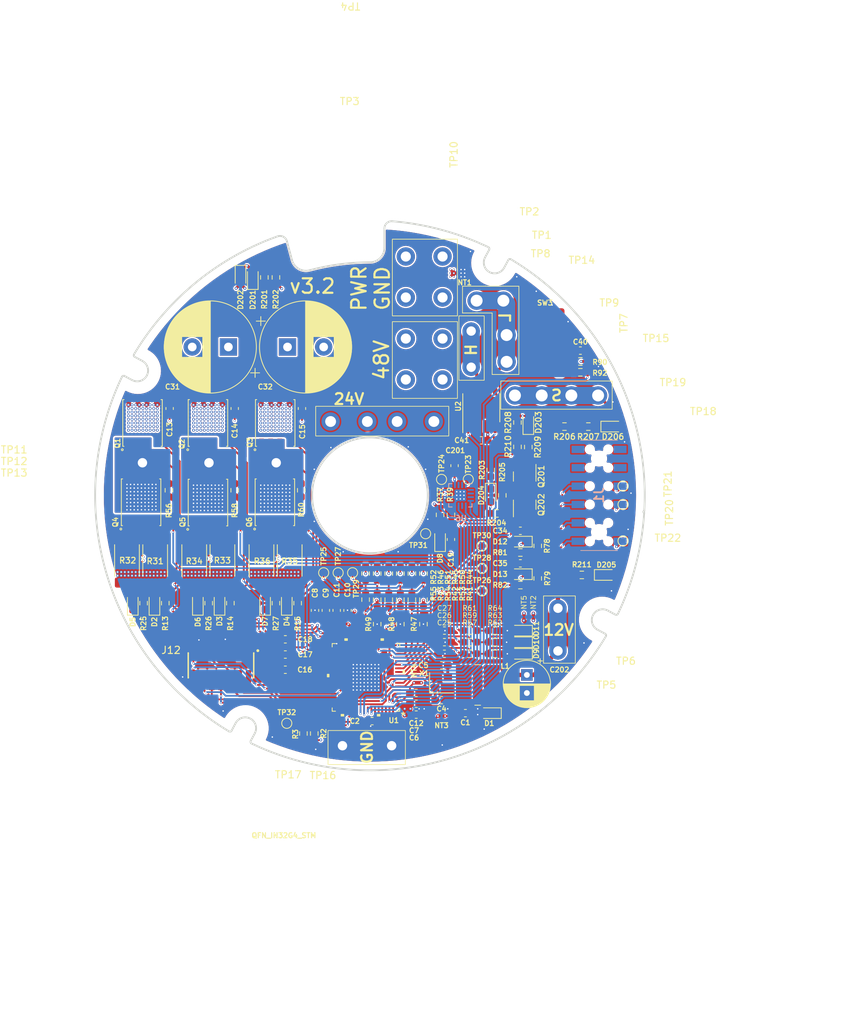
<source format=kicad_pcb>
(kicad_pcb (version 20211014) (generator pcbnew)
  (layers (0 "F.Cu" signal) (1 "In1.Cu" signal) (2 "In2.Cu" signal) (31 "B.Cu" signal) (34 "B.Paste" user) (35 "F.Paste" user) (36 "B.SilkS" user "B.Silkscreen") (37 "F.SilkS" user "F.Silkscreen") (38 "B.Mask" user) (39 "F.Mask" user) (44 "Edge.Cuts" user))
  (net 0 "")
  (net 1 "GND")
  (net 2 "/GHS1_MOS")
  (net 3 "/GHS2_MOS")
  (net 4 "VM")
  (net 5 "/GHS3_MOS")
  (net 6 "/OUT2")
  (net 7 "/OUT3")
  (net 8 "/GLS1_MOS")
  (net 9 "/VSHUNT1P")
  (net 10 "/GLS2_MOS")
  (net 11 "/VSHUNT2P")
  (net 12 "/GLS3_MOS")
  (net 13 "/VSHUNT3P")
  (net 14 "/OUT1")
  (net 15 "/BOOT1")
  (net 16 "/BOOT2")
  (net 17 "/BOOT3")
  (net 18 "Net-(C40-Pad2)")
  (net 19 "/GHS1")
  (net 20 "/GHS2")
  (net 21 "/GHS3")
  (net 22 "/GLS1")
  (net 23 "/GLS2")
  (net 24 "/GLS3")
  (net 25 "/OSC_IN")
  (net 26 "/OSC_OUT")
  (net 27 "/SW")
  (net 28 "/VCC")
  (net 29 "/SPI_MOSI")
  (net 30 "/SPI_MISO")
  (net 31 "/SPI_SCK")
  (net 32 "/VDD")
  (net 33 "/CAN_RX")
  (net 34 "/CAN_TX")
  (net 35 "/VBAT")
  (net 36 "/nRST")
  (net 37 "/VOUT1")
  (net 38 "/VOUT2")
  (net 39 "/VOUT3")
  (net 40 "/OPP1")
  (net 41 "/OPO1")
  (net 42 "/OPN1")
  (net 43 "/OPO2")
  (net 44 "/OPP2")
  (net 45 "/OPN2")
  (net 46 "/OPP3")
  (net 47 "/OPO3")
  (net 48 "/OPN3")
  (net 49 "/VREF+")
  (net 50 "/VDDA")
  (net 51 "/UART_TX")
  (net 52 "/UART_RX")
  (net 53 "/SWDIO{slash}JTMS")
  (net 54 "/SWCLK{slash}JTCK")
  (net 55 "/JTDI")
  (net 56 "/SWO{slash}JTDO")
  (net 57 "/VREGIN")
  (net 58 "Net-(R56-Pad2)")
  (net 59 "Net-(R58-Pad2)")
  (net 60 "Net-(R60-Pad2)")
  (net 61 "Net-(C2-Pad2)")
  (net 62 "Net-(TP7-Pad1)")
  (net 63 "Net-(TP10-Pad1)")
  (net 64 "/VBUS")
  (net 65 "/MOTOR_TEMP")
  (net 68 "/A")
  (net 69 "/B")
  (net 79 "/SEC_IN")
  (net 80 "/SEC_OUT")
  (net 81 "/BEARING_TEMP")
  (net 82 "/MA730_CS")
  (net 83 "Net-(D201-Pad1)")
  (net 86 "GNDPWR")
  (net 90 "Net-(R201-Pad1)")
  (net 95 "Net-(J1-Pad6)")
  (net 96 "Net-(J1-Pad8)")
  (net 101 "/SAFETY")
  (net 102 "Net-(D203-Pad1)")
  (net 103 "Net-(D204-Pad1)")
  (net 104 "Net-(Q201-Pad1)")
  (net 105 "Net-(Q201-Pad3)")
  (net 106 "Net-(Q202-Pad1)")
  (net 107 "Net-(D205-Pad1)")
  (net 108 "/24V")
  (net 109 "/A_RC")
  (net 110 "/B_RC")
  (net 111 "Net-(D206-Pad1)")
  (net 112 "Net-(U6-Pad16)")
  (net 113 "Net-(U6-Pad11)")
  (net 114 "Net-(U1-Pad52)")
  (footprint "footprints:R_0603_1608Metric_Pad0.98x0.95mm_HandSolder" (layer "F.Cu") (at 155.9 119.4125 -90)
    (fp_text reference "R41")
    (fp_text value "22k 1%")
  )
  (footprint "footprints:R_0603_1608Metric_Pad0.98x0.95mm_HandSolder" (layer "F.Cu") (at 120.7 104.3 -90)
    (fp_text reference "R56")
    (fp_text value "68k 1%")
  )
  (footprint "ST:STL110N10F7" (layer "F.Cu") (at 126.1 95 90)
    (fp_text reference "Q2")
    (fp_text value "IAUC120N06S5L" hide)
  )
  (footprint "footprints:TestPoint_Pad_D1.0mm" (layer "F.Cu") (at 144.1 115.7)
    (fp_text reference "TP27")
    (fp_text value "TestPoint_Probe")
  )
  (footprint "footprints:R_0603_1608Metric_Pad0.98x0.95mm_HandSolder" (layer "F.Cu") (at 151.1 115.8125 -90)
    (fp_text reference "R51")
    (fp_text value "1.5k 1%")
  )
  (footprint "ST:STL110N10F7" (layer "F.Cu") (at 135.35225 105.9587 90)
    (fp_text reference "Q6")
    (fp_text value "IAUC120N06S5L" hide)
  )
  (footprint "footprints:R_0603_1608Metric_Pad0.98x0.95mm_HandSolder" (layer "F.Cu") (at 158.2 107.7 90)
    (fp_text reference "R37")
    (fp_text value "72.3k 1%")
  )
  (footprint "footprints:TestPoint_Pad_D1.0mm" (layer "F.Cu") (at 146.1 115.7)
    (fp_text reference "TP29")
    (fp_text value "TestPoint_Probe")
  )
  (footprint "footprints:R_0603_1608Metric_Pad0.98x0.95mm_HandSolder" (layer "F.Cu") (at 166.8 105 90)
    (fp_text reference "R205")
    (fp_text value "10k")
  )
  (footprint "UNIVERSAL_JOINT:KEYS_3544" (layer "F.Cu") (at 170.4 91.2)
    (fp_text reference "TP18")
    (fp_text value "SAFETY")
  )
  (footprint "footprints:R_0603_1608Metric_Pad0.98x0.95mm_HandSolder" (layer "F.Cu") (at 168.9 94.9375 -90)
    (fp_text reference "R208")
    (fp_text value "10k")
  )
  (footprint "footprints:CP_Radial_D12.5mm_P5.00mm" (layer "F.Cu") (at 137.1 84.5)
    (fp_text reference "C32")
    (fp_text value "330uF 100V")
  )
  (footprint "footprints:R_0603_1608Metric_Pad0.98x0.95mm_HandSolder" (layer "F.Cu") (at 155.9 115.8125 -90)
    (fp_text reference "R44")
    (fp_text value "1.5k 1%")
  )
  (footprint "footprints:R_0603_1608Metric_Pad0.98x0.95mm_HandSolder" (layer "F.Cu") (at 162.3 125.2875)
    (fp_text reference "R59")
    (fp_text value "27k 1%")
  )
  (footprint "footprints:D_0603_1608Metric_Pad1.05x0.95mm_HandSolder" (layer "F.Cu") (at 169.2775 111.4 180)
    (fp_text reference "D12")
    (fp_text value "BAT30K")
  )
  (footprint "footprints:R_0603_1608Metric_Pad0.98x0.95mm_HandSolder" (layer "F.Cu") (at 155.9 122.8 -90)
    (fp_text reference "R47")
    (fp_text value "22k 1%")
  )
  (footprint "UNIVERSAL_JOINT:61-2348-11_0030" (layer "F.Cu") (at 162.5 87.3)
    (fp_text reference "TP9")
    (fp_text value "CANH")
  )
  (footprint "footprints:C_0603_1608Metric_Pad1.08x0.95mm_HandSolder" (layer "F.Cu") (at 177.6 85 180)
    (fp_text reference "C40")
    (fp_text value "100nF")
  )
  (footprint "footprints:R_2512_6332Metric_Pad1.40x3.35mm_HandSolder" (layer "F.Cu") (at 124.2 114 -90)
    (fp_text reference "R34")
    (fp_text value "10m 1% 3W")
  )
  (footprint "footprints:C_0603_1608Metric_Pad1.08x0.95mm_HandSolder" (layer "F.Cu") (at 136.8 127)
    (fp_text reference "C17")
    (fp_text value "1uF 25V")
  )
  (footprint "UNIVERSAL_JOINT:1-726388-2" (layer "F.Cu") (at 156 83.34)
    (fp_text reference "TP1")
    (fp_text value "48V")
  )
  (footprint "footprints:TestPoint_Pad_D1.0mm" (layer "F.Cu") (at 137 136.5)
    (fp_text reference "TP32")
    (fp_text value "TestPoint_Probe")
  )
  (footprint "footprints:R_2512_6332Metric_Pad1.40x3.35mm_HandSolder" (layer "F.Cu") (at 114.9 114 -90)
    (fp_text reference "R32")
    (fp_text value "10m 1% 3W")
  )
  (footprint "footprints:R_0603_1608Metric_Pad0.98x0.95mm_HandSolder" (layer "F.Cu") (at 147.9 119.4125 -90)
    (fp_text reference "R55")
    (fp_text value "11k 1%")
  )
  (footprint "footprints:C_0603_1608Metric_Pad1.08x0.95mm_HandSolder" (layer "F.Cu") (at 145.4 120.9 -90)
    (fp_text reference "C10")
    (fp_text value "1uF")
  )
  (footprint "UNIVERSAL_JOINT:61-2348-11_0030" (layer "F.Cu") (at 135.54 100.5)
    (fp_text reference "TP13")
    (fp_text value "1-726388-2")
  )
  (footprint "footprints:C_0603_1608Metric_Pad1.08x0.95mm_HandSolder" (layer "F.Cu") (at 136.8 124.9)
    (fp_text reference "C18")
    (fp_text value "1uF 25V")
  )
  (footprint "footprints:TestPoint_Pad_D1.0mm" (layer "F.Cu") (at 164 118.2)
    (fp_text reference "TP26")
    (fp_text value "TestPoint_Probe")
  )
  (footprint "UNIVERSAL_JOINT:KEYS_3578" (layer "F.Cu") (at 145.6 94.8)
    (fp_text reference "TP14")
    (fp_text value "24V")
  )
  (footprint "footprints:CP_Radial_D12.5mm_P5.00mm" (layer "F.Cu") (at 128.923959 84.5 180)
    (fp_text reference "C31")
    (fp_text value "330uF 100V")
  )
  (footprint "footprints:R_0603_1608Metric_Pad0.98x0.95mm_HandSolder" (layer "F.Cu") (at 140.8 137.9125 -90)
    (fp_text reference "R2")
    (fp_text value "22k")
  )
  (footprint "footprints:R_0603_1608Metric_Pad0.98x0.95mm_HandSolder" (layer "F.Cu") (at 152.7 119.4125 -90)
    (fp_text reference "R42")
    (fp_text value "22k 1%")
  )
  (footprint "footprints:D_0603_1608Metric_Pad1.05x0.95mm_HandSolder" (layer "F.Cu") (at 182.1 95.5)
    (fp_text reference "D206")
    (fp_text value "BAT30K")
  )
  (footprint "footprints:C_0603_1608Metric_Pad1.08x0.95mm_HandSolder" (layer "F.Cu") (at 148.8 136.2)
    (fp_text reference "C2")
    (fp_text value "220nF 100V")
  )
  (footprint "UNIVERSAL_JOINT:KEYS_3544" (layer "F.Cu") (at 178.2 91.2)
    (fp_text reference "TP19")
    (fp_text value "SAFETY")
  )
  (footprint "footprints:R_0603_1608Metric_Pad0.98x0.95mm_HandSolder" (layer "F.Cu") (at 129.8 104.3 -90)
    (fp_text reference "R58")
    (fp_text value "68k 1%")
  )
  (footprint "footprints:C_0603_1608Metric_Pad1.08x0.95mm_HandSolder" (layer "F.Cu") (at 139.1 93 90)
    (fp_text reference "C15")
    (fp_text value "220nF 100V")
  )
  (footprint "footprints:L_Wuerth_WE-PD2-Typ-MS" (layer "F.Cu") (at 163.4 131.2 180)
    (fp_text reference "L1")
    (fp_text value "18uH, 1A")
  )
  (footprint "footprints:TestPoint_Pad_D1.0mm" (layer "F.Cu") (at 158.4 102.8)
    (fp_text reference "TP24")
    (fp_text value "TestPoint_Probe")
  )
  (footprint "footprints:D_0603_1608Metric_Pad1.05x0.95mm_HandSolder" (layer "F.Cu") (at 158.2 111.1 90)
    (fp_text reference "D8")
    (fp_text value "BAT30K")
  )
  (footprint "footprints:TestPoint_Pad_D1.0mm" (layer "F.Cu") (at 164 112)
    (fp_text reference "TP30")
    (fp_text value "TestPoint_Probe")
  )
  (footprint "footprints:R_0603_1608Metric_Pad0.98x0.95mm_HandSolder" (layer "F.Cu") (at 177.6 88 180)
    (fp_text reference "R92")
    (fp_text value "200")
  )
  (footprint "footprints:D_0603_1608Metric_Pad1.05x0.95mm_HandSolder" (layer "F.Cu") (at 169.3 126.9 180)
    (fp_text reference "D9")
    (fp_text value "BAT30K")
  )
  (footprint "UNIVERSAL_JOINT:61-2348-11_0030" (layer "F.Cu") (at 174.5 126.5)
    (fp_text reference "TP5")
    (fp_text value "12V")
  )
  (footprint "footprints:R_0603_1608Metric_Pad0.98x0.95mm_HandSolder" (layer "F.Cu") (at 138.5 119.9 90)
    (fp_text reference "R15")
    (fp_text value "33")
  )
  (footprint "Crystal:Crystal_SMD_2520-4Pin_2.5x2.0mm" (layer "F.Cu") (at 158.4 130.9)
    (fp_text reference "X1")
    (fp_text value "ECS-240-8-36B2-CKM-TR")
  )
  (footprint "footprints:R_0603_1608Metric_Pad0.98x0.95mm_HandSolder" (layer "F.Cu") (at 175.4 95.5 180)
    (fp_text reference "R206")
    (fp_text value "10k")
  )
  (footprint "UNIVERSAL_JOINT:61-2348-11_0030" (layer "F.Cu") (at 162.5 82.3 -90)
    (fp_text reference "TP10")
    (fp_text value "CANH")
  )
  (footprint "footprints:R_0603_1608Metric_Pad0.98x0.95mm_HandSolder" (layer "F.Cu") (at 147.9 115.8 -90)
    (fp_text reference "R52")
    (fp_text value "1.5k 1%")
  )
  (footprint "UNIVERSAL_JOINT:61-2348-11_0030" (layer "F.Cu") (at 151.5 139.6)
    (fp_text reference "TP16")
    (fp_text value "GND")
  )
  (footprint "footprints:R_0603_1608Metric_Pad0.98x0.95mm_HandSolder" (layer "F.Cu") (at 159.7 107.7 -90)
    (fp_text reference "R39")
    (fp_text value "3.01k 1%")
  )
  (footprint "footprints:C_0603_1608Metric_Pad1.08x0.95mm_HandSolder" (layer "F.Cu") (at 158.8 126.9)
    (fp_text reference "C25")
    (fp_text value "82nF 5%")
  )
  (footprint "UNIVERSAL_JOINT:61-2348-11_0030" (layer "F.Cu") (at 174.5 120.6)
    (fp_text reference "TP6")
    (fp_text value "12V")
  )
  (footprint "UNIVERSAL_JOINT:KEYS_3544" (layer "F.Cu") (at 165.1 78.1)
    (fp_text reference "TP8")
    (fp_text value "CANL")
  )
  (footprint "footprints:R_0603_1608Metric_Pad0.98x0.95mm_HandSolder" (layer "F.Cu") (at 149.5 122.8 -90)
    (fp_text reference "R49")
    (fp_text value "22k 1%")
  )
  (footprint "footprints:SO-8_3.9x4.9mm_P1.27mm" (layer "F.Cu") (at 163.9 92.9 90)
    (fp_text reference "U2")
    (fp_text value "TCAN332G")
  )
  (footprint "ST:STL110N10F7" (layer "F.Cu") (at 135.4 95 90)
    (fp_text reference "Q3")
    (fp_text value "IAUC120N06S5L" hide)
  )
  (footprint "footprints:R_0603_1608Metric_Pad0.98x0.95mm_HandSolder" (layer "F.Cu") (at 169.3 112.9 180)
    (fp_text reference "R81")
    (fp_text value "10k")
  )
  (footprint "footprints:D_0603_1608Metric_Pad1.05x0.95mm_HandSolder" (layer "F.Cu") (at 169.3 123.7 180)
    (fp_text reference "D11")
    (fp_text value "BAT30K")
  )
  (footprint "footprints:R_0603_1608Metric_Pad0.98x0.95mm_HandSolder" (layer "F.Cu") (at 133.9 74.8875 -90)
    (fp_text reference "R201")
    (fp_text value "4.7k 0,5W 5%")
  )
  (footprint "footprints:D_0603_1608Metric_Pad1.05x0.95mm_HandSolder" (layer "F.Cu") (at 130.6 74.8875 -90)
    (fp_text reference "D202")
    (fp_text value "SMBJ48A-TR")
  )
  (footprint "footprints:R_0603_1608Metric_Pad0.98x0.95mm_HandSolder" (layer "F.Cu") (at 162.3 123.6875)
    (fp_text reference "R61")
    (fp_text value "27k 1%")
  )
  (footprint "footprints:NetTie-2_SMD_Pad0.5mm" (layer "F.Cu") (at 169.8 121.8 90)
    (fp_text reference "NT5")
    (fp_text value "NetTie_2")
  )
  (footprint "footprints:D_0603_1608Metric_Pad1.05x0.95mm_HandSolder" (layer "F.Cu") (at 124.7 119.9 90)
    (fp_text reference "D6")
    (fp_text value "BAT48, 40 V")
  )
  (footprint "footprints:R_2512_6332Metric_Pad1.40x3.35mm_HandSolder" (layer "F.Cu") (at 137.4 114 -90)
    (fp_text reference "R35")
    (fp_text value "10m 1% 3W")
  )
  (footprint "footprints:D_0603_1608Metric_Pad1.05x0.95mm_HandSolder" (layer "F.Cu") (at 127.7 119.9 90)
    (fp_text reference "D3")
    (fp_text value "BAT48, 40 V")
  )
  (footprint "footprints:SOT-23" (layer "F.Cu") (at 169.9 106.3 90)
    (fp_text reference "Q202")
    (fp_text value "BSS138")
  )
  (footprint "footprints:R_0603_1608Metric_Pad0.98x0.95mm_HandSolder" (layer "F.Cu") (at 166 107.5)
    (fp_text reference "R204")
    (fp_text value "1k")
  )
  (footprint "footprints:TestPoint_Pad_D1.0mm" (layer "F.Cu") (at 164 115.1)
    (fp_text reference "TP28")
    (fp_text value "TestPoint_Probe")
  )
  (footprint "footprints:R_0603_1608Metric_Pad0.98x0.95mm_HandSolder" (layer "F.Cu") (at 120.2 119.9 90)
    (fp_text reference "R13")
    (fp_text value "33")
  )
  (footprint "footprints:R_0603_1608Metric_Pad0.98x0.95mm_HandSolder" (layer "F.Cu") (at 135.5 119.9 90)
    (fp_text reference "R27")
    (fp_text value "33")
  )
  (footprint "footprints:C_0603_1608Metric_Pad1.08x0.95mm_HandSolder" (layer "F.Cu") (at 129.8 93 90)
    (fp_text reference "C14")
    (fp_text value "220nF 100V")
  )
  (footprint "footprints:C_0603_1608Metric_Pad1.08x0.95mm_HandSolder" (layer "F.Cu") (at 154.9 135.3 180)
    (fp_text reference "C6")
    (fp_text value "10uF")
  )
  (footprint "footprints:D_0603_1608Metric_Pad1.05x0.95mm_HandSolder" (layer "F.Cu") (at 165 135.1 180)
    (fp_text reference "D1")
    (fp_text value "STPS1H100A")
  )
  (footprint "footprints:R_0603_1608Metric_Pad0.98x0.95mm_HandSolder" (layer "F.Cu") (at 165.2 101.5 90)
    (fp_text reference "R203")
    (fp_text value "1,5k")
  )
  (footprint "footprints:NetTie-2_SMD_Pad0.5mm" (layer "F.Cu") (at 171.1 121.8 -90)
    (fp_text reference "NT2")
    (fp_text value "NetTie_2")
  )
  (footprint "footprints:R_2512_6332Metric_Pad1.40x3.35mm_HandSolder" (layer "F.Cu") (at 118.8 114 -90)
    (fp_text reference "R31")
    (fp_text value "10m 1% 3W")
  )
  (footprint "footprints:R_0603_1608Metric_Pad0.98x0.95mm_HandSolder" (layer "F.Cu") (at 177.6 86.5)
    (fp_text reference "R90")
    (fp_text value "100k")
  )
  (footprint "footprints:R_0603_1608Metric_Pad0.98x0.95mm_HandSolder" (layer "F.Cu") (at 154.3 119.4125 -90)
    (fp_text reference "R53")
    (fp_text value "11k 1%")
  )
  (footprint "footprints:D_0603_1608Metric_Pad1.05x0.95mm_HandSolder" (layer "F.Cu") (at 132.3 74.8875 90)
    (fp_text reference "D201")
    (fp_text value "GREEN")
  )
  (footprint "UNIVERSAL_JOINT:1-726388-2" (layer "F.Cu") (at 156 77.66)
    (fp_text reference "TP3")
    (fp_text value "GND")
  )
  (footprint "footprints:D_0603_1608Metric_Pad1.05x0.95mm_HandSolder" (layer "F.Cu") (at 165.2 105 -90)
    (fp_text reference "D204")
    (fp_text value "RED")
  )
  (footprint "footprints:R_0603_1608Metric_Pad0.98x0.95mm_HandSolder" (layer "F.Cu") (at 149.5 119.4125 -90)
    (fp_text reference "R43")
    (fp_text value "22k 1%")
  )
  (footprint "UNIVERSAL_JOINT:SAMTEC_FTSH-107-01-L-DV-K-TR" (layer "F.Cu") (at 127.9 128.5 180)
    (fp_text reference "J12")
    (fp_text value "FTSH-107-01-L-DV-K-TR")
  )
  (footprint "footprints:R_0603_1608Metric_Pad0.98x0.95mm_HandSolder" (layer "F.Cu") (at 165.8 125.3 180)
    (fp_text reference "R63")
    (fp_text value "3.9k 1%")
  )
  (footprint "footprints:SOT-23" (layer "F.Cu") (at 169.9 102.4 -90)
    (fp_text reference "Q201")
    (fp_text value "BSS138")
  )
  (footprint "footprints:TestPoint_Pad_D1.0mm" (layer "F.Cu") (at 183.5 106.27 -90)
    (fp_text reference "TP20")
    (fp_text value "TestPoint_Probe")
  )
  (footprint "footprints:R_0603_1608Metric_Pad0.98x0.95mm_HandSolder" (layer "F.Cu") (at 152.7 122.8 -90)
    (fp_text reference "R48")
    (fp_text value "22k 1%")
  )
  (footprint "footprints:R_0603_1608Metric_Pad0.98x0.95mm_HandSolder" (layer "F.Cu") (at 171.7 116.4875 90)
    (fp_text reference "R79")
    (fp_text value "10k")
  )
  (footprint "footprints:D_0603_1608Metric_Pad1.05x0.95mm_HandSolder" (layer "F.Cu") (at 169.3 125.3 180)
    (fp_text reference "D10")
    (fp_text value "BAT30K")
  )
  (footprint "footprints:R_0603_1608Metric_Pad0.98x0.95mm_HandSolder" (layer "F.Cu") (at 168.9 98.3025 -90)
    (fp_text reference "R210")
    (fp_text value "100")
  )
  (footprint "ST:STL110N10F7" (layer "F.Cu") (at 117.05225 95 90)
    (fp_text reference "Q1")
    (fp_text value "IAUC120N06S5L" hide)
  )
  (footprint "footprints:TestPoint_Pad_D1.0mm" (layer "F.Cu") (at 156.2 110.3)
    (fp_text reference "TP31")
    (fp_text value "TestPoint_Probe")
  )
  (footprint "footprints:R_0603_1608Metric_Pad0.98x0.95mm_HandSolder" (layer "F.Cu") (at 152.7 115.8125 -90)
    (fp_text reference "R45")
    (fp_text value "1.5k 1%")
  )
  (footprint "footprints:NetTie-2_SMD_Pad0.5mm" (layer "F.Cu") (at 160.6 74.3 180)
    (fp_text reference "NT1")
    (fp_text value "NetTie_2")
  )
  (footprint "footprints:D_0603_1608Metric_Pad1.05x0.95mm_HandSolder" (layer "F.Cu") (at 134 119.9 90)
    (fp_text reference "D7")
    (fp_text value "BAT48, 40 V")
  )
  (footprint "footprints:NetTie-2_SMD_Pad0.5mm" (layer "F.Cu") (at 158.4 135.5 180)
    (fp_text reference "NT3")
    (fp_text value "NetTie_2")
  )
  (footprint "footprints:C_0603_1608Metric_Pad1.08x0.95mm_HandSolder" (layer "F.Cu") (at 143.9 120.9 -90)
    (fp_text reference "C11")
    (fp_text value "100nF")
  )
  (footprint "footprints:R_0603_1608Metric_Pad0.98x0.95mm_HandSolder" (layer "F.Cu") (at 117.2 119.9 90)
    (fp_text reference "R25")
    (fp_text value "33")
  )
  (footprint "footprints:CP_Radial_D6.3mm_P2.50mm" (layer "F.Cu") (at 170.2 129.817621 -90)
    (fp_text reference "C202")
    (fp_text value "220uF 100V")
  )
  (footprint "footprints:TestPoint_Pad_D1.0mm" (layer "F.Cu") (at 183.5 103.72 -90)
    (fp_text reference "TP21")
    (fp_text value "TestPoint_Probe")
  )
  (footprint "footprints:R_0603_1608Metric_Pad0.98x0.95mm_HandSolder" (layer "F.Cu") (at 139.3 137.9125 90)
    (fp_text reference "R3")
    (fp_text value "10k")
  )
  (footprint "footprints:TestPoint_Pad_D1.0mm" (layer "F.Cu") (at 183.5 111.3)
    (fp_text reference "TP22")
    (fp_text value "TestPoint_Probe")
  )
  (footprint "footprints:C_0603_1608Metric_Pad1.08x0.95mm_HandSolder" (layer "F.Cu") (at 160.2 100.9 -90)
    (fp_text reference "C201")
    (fp_text value "1uF")
  )
  (footprint "UNIVERSAL_JOINT:1-726388-2" (layer "F.Cu") (at 156 89)
    (fp_text reference "TP2")
    (fp_text value "48V")
  )
  (footprint "footprints:R_0603_1608Metric_Pad0.98x0.95mm_HandSolder" (layer "F.Cu") (at 169.3 117.4 180)
    (fp_text reference "R82")
    (fp_text value "10k")
  )
  (footprint "footprints:R_0603_1608Metric_Pad0.98x0.95mm_HandSolder" (layer "F.Cu") (at 129.2 119.9 90)
    (fp_text reference "R14")
    (fp_text value "33")
  )
  (footprint "footprints:R_0603_1608Metric_Pad0.98x0.95mm_HandSolder" (layer "F.Cu") (at 178.7 95.5 180)
    (fp_text reference "R207")
    (fp_text value "100")
  )
  (footprint "footprints:C_0603_1608Metric_Pad1.08x0.95mm_HandSolder" (layer "F.Cu") (at 154.9 133.8 180)
    (fp_text reference "C7")
    (fp_text value "100nF")
  )
  (footprint "footprints:R_2512_6332Metric_Pad1.40x3.35mm_HandSolder" (layer "F.Cu") (at 128.1 114 -90)
    (fp_text reference "R33")
    (fp_text value "10m 1% 3W")
  )
  (footprint "ST:STL110N10F7" (layer "F.Cu") (at 116.85225 105.9587 90)
    (fp_text reference "Q4")
    (fp_text value "IAUC120N06S5L" hide)
  )
  (footprint "footprints:R_0603_1608Metric_Pad0.98x0.95mm_HandSolder" (layer "F.Cu") (at 151.1 119.4125 -90)
    (fp_text reference "R54")
    (fp_text value "11k 1%")
  )
  (footprint "UNIVERSAL_JOINT:61-2348-11_0030" (layer "F.Cu") (at 126.24 100.5)
    (fp_text reference "TP12")
    (fp_text value "1-726388-2")
  )
  (footprint "footprints:D_0603_1608Metric_Pad1.05x0.95mm_HandSolder" (layer "F.Cu") (at 115.7 119.9 90)
    (fp_text reference "D5")
    (fp_text value "BAT48, 40 V")
  )
  (footprint "UNIVERSAL_JOINT:SKHUALE010" (layer "F.Cu") (at 172.7 83.9 90)
    (fp_text reference "SW3")
    (fp_text value "SKHUALE010")
  )
  (footprint "footprints:D_0603_1608Metric_Pad1.05x0.95mm_HandSolder" (layer "F.Cu") (at 169.2775 115.9 180)
    (fp_text reference "D13")
    (fp_text value "BAT30K")
  )
  (footprint "footprints:D_0603_1608Metric_Pad1.05x0.95mm_HandSolder" (layer "F.Cu") (at 137 119.9 90)
    (fp_text reference "D4")
    (fp_text value "BAT48, 40 V")
  )
  (footprint "UNIVERSAL_JOINT:61-2348-11_0030" (layer "F.Cu") (at 144.7 139.6)
    (fp_text reference "TP17")
    (fp_text value "GND")
  )
  (footprint "footprints:D_0603_1608Metric_Pad1.05x0.95mm_HandSolder" (layer "F.Cu") (at 118.7 119.9 90)
    (fp_text reference "D2")
    (fp_text value "BAT48, 40 V")
  )
  (footprint "footprints:C_0603_1608Metric_Pad1.08x0.95mm_HandSolder" (layer "F.Cu") (at 163.9 97.4 180)
    (fp_text reference "C41")
    (fp_text value "100 nF")
  )
  (footprint "footprints:D_0603_1608Metric_Pad1.05x0.95mm_HandSolder" (layer "F.Cu") (at 181.2 116)
    (fp_text reference "D205")
    (fp_text value "GREEN")
  )
  (footprint "footprints:C_0603_1608Metric_Pad1.08x0.95mm_HandSolder" (layer "F.Cu") (at 158.8 123.6875)
    (fp_text reference "C27")
    (fp_text value "82nF 5%")
  )
  (footprint "footprints:C_0603_1608Metric_Pad1.08x0.95mm_HandSolder" (layer "F.Cu") (at 142.4 120.9 -90)
    (fp_text reference "C9")
    (fp_text value "100nF")
  )
  (footprint "footprints:C_0603_1608Metric_Pad1.08x0.95mm_HandSolder" (layer "F.Cu") (at 161.7 135.1 180)
    (fp_text reference "C1")
    (fp_text value "10uF 25v")
  )
  (footprint "footprints:C_0603_1608Metric_Pad1.08x0.95mm_HandSolder" (layer "F.Cu") (at 169.3 109.9)
    (fp_text reference "C34")
    (fp_text value "1nF")
  )
  (footprint "UNIVERSAL_JOINT:61-2348-11_0030" (layer "F.Cu") (at 117.04 100.5)
    (fp_text reference "TP11")
    (fp_text value "1-726388-2")
  )
  (footprint "footprints:R_0603_1608Metric_Pad0.98x0.95mm_HandSolder" (layer "F.Cu") (at 154.3 115.8125 -90)
    (fp_text reference "R50")
    (fp_text value "1.5k 1%")
  )
  (footprint "footprints:R_0603_1608Metric_Pad0.98x0.95mm_HandSolder" (layer "F.Cu") (at 165.8 123.7 180)
    (fp_text reference "R64")
    (fp_text value "3.9k 1%")
  )
  (footprint "footprints:C_0603_1608Metric_Pad1.08x0.95mm_HandSolder" (layer "F.Cu") (at 120.8 93 90)
    (fp_text reference "C13")
    (fp_text value "220nF 100V")
  )
  (footprint "footprints:C_0603_1608Metric_Pad1.08x0.95mm_HandSolder" (layer "F.Cu") (at 158.4 128.5)
    (fp_text reference "C5")
    (fp_text value "6.8pF")
  )
  (footprint "footprints:C_0603_1608Metric_Pad1.08x0.95mm_HandSolder" (layer "F.Cu") (at 140.9 120.9 -90)
    (fp_text reference "C8")
    (fp_text value "1uF")
  )
  (footprint "UNIVERSAL_JOINT:KEYS_3578" (layer "F.Cu") (at 154.8 94.8)
    (fp_text reference "TP15")
    (fp_text value "24V")
  )
  (footprint "footprints:R_0603_1608Metric_Pad0.98x0.95mm_HandSolder" (layer "F.Cu") (at 126.2 119.9 90)
    (fp_text reference "R26")
    (fp_text value "33")
  )
  (footprint "footprints:R_0603_1608Metric_Pad0.98x0.95mm_HandSolder" (layer "F.Cu") (at 165.7875 126.9 180)
    (fp_text reference "R62")
    (fp_text value "3.9k 1%")
  )
  (footprint "footprints:D_0603_1608Metric_Pad1.05x0.95mm_HandSolder" (layer "F.Cu") (at 170.4 94.925 90)
    (fp_text reference "D203")
    (fp_text value "GREEN")
  )
  (footprint "UNIVERSAL_JOINT:KEYS_3544" (layer "F.Cu") (at 167.4 84.7 90)
    (fp_text reference "TP7")
    (fp_text value "CANL")
  )
  (footprint "footprints:C_0603_1608Metric_Pad1.08x0.95mm_HandSolder" (layer "F.Cu") (at 136.8 129.1)
    (fp_text reference "C16")
    (fp_text value "1uF 25V")
  )
  (footprint "footprints:C_0603_1608Metric_Pad1.08x0.95mm_HandSolder" (layer "F.Cu") (at 154.9 132.3 180)
    (fp_text reference "C12")
    (fp_text value "100nF")
  )
  (footprint "footprints:C_0603_1608Metric_Pad1.08x0.95mm_HandSolder" (layer "F.Cu") (at 169.3 114.4)
    (fp_text reference "C35")
    (fp_text value "1nF")
  )
  (footprint "footprints:C_0603_1608Metric_Pad1.08x0.95mm_HandSolder" (layer "F.Cu") (at 159.7 111.1 90)
    (fp_text reference "C19")
    (fp_text value "33nF")
  )
  (footprint "footprints:R_0603_1608Metric_Pad0.98x0.95mm_HandSolder" (layer "F.Cu") (at 149.5 115.8125 -90)
    (fp_text reference "R46")
    (fp_text value "1.5k 1%")
  )
  (footprint "footprints:C_0603_1608Metric_Pad1.08x0.95mm_HandSolder" (layer "F.Cu") (at 158.8 125.2875)
    (fp_text reference "C26")
    (fp_text value "82nF 5%")
  )
  (footprint "footprints:R_0603_1608Metric_Pad0.98x0.95mm_HandSolder" (layer "F.Cu") (at 177.8 116)
    (fp_text reference "R211")
    (fp_text value "4.7k 0,5W 5%")
  )
  (footprint "footprints:NetTie-2_SMD_Pad0.5mm" (layer "F.Cu") (at 155.1 130.9 180)
    (fp_text reference "NT4")
    (fp_text value "NetTie_2")
  )
  (footprint "footprints:R_0603_1608Metric_Pad0.98x0.95mm_HandSolder" (layer "F.Cu") (at 170.4 98.325 -90)
    (fp_text reference "R209")
    (fp_text value "1,1k")
  )
  (footprint "footprints:R_0603_1608Metric_Pad0.98x0.95mm_HandSolder" (layer "F.Cu") (at 139 104.3 -90)
    (fp_text reference "R60")
    (fp_text value "68k 1%")
  )
  (footprint "footprints:R_0603_1608Metric_Pad0.98x0.95mm_HandSolder" (layer "F.Cu") (at 162.3 126.8875)
    (fp_text reference "R57")
    (fp_text value "27k 1%")
  )
  (footprint "footprints:R_0603_1608Metric_Pad0.98x0.95mm_HandSolder" (layer "F.Cu") (at 171.7 111.9875 90)
    (fp_text reference "R78")
    (fp_text value "10k")
  )
  (footprint "ST:STL110N10F7" (layer "F.Cu") (at 126.1 106 90)
    (fp_text reference "Q5")
    (fp_text value "IAUC120N06S5L" hide)
  )
  (footprint "footprints:R_2512_6332Metric_Pad1.40x3.35mm_HandSolder" (layer "F.Cu") (at 133.5 114 -90)
    (fp_text reference "R36")
    (fp_text value "10m 1% 3W")
  )
  (footprint "footprints:TestPoint_Pad_D1.0mm" (layer "F.Cu") (at 162.1 102.8)
    (fp_text reference "TP23")
    (fp_text value "TestPoint_Probe")
  )
  (footprint "footprints:C_0603_1608Metric_Pad1.08x0.95mm_HandSolder" (layer "F.Cu") (at 158.4 133.3 180)
    (fp_text reference "C4")
    (fp_text value "6.8pF")
  )
  (footprint "UNIVERSAL_JOINT:1-726388-2" (layer "F.Cu") (at 156 72 180)
    (fp_text reference "TP4")
    (fp_text value "GND")
  )
  (footprint "UNIVERSAL_JOINT:STSPIN32G4" (layer "F.Cu") (at 147.950063 130.1574 180)
    (fp_text reference "U1")
    (fp_text value "QFN_IN32G4_STM")
  )
  (footprint "footprints:R_0603_1608Metric_Pad0.98x0.95mm_HandSolder" (layer "F.Cu") (at 135.5 74.8875 90)
    (fp_text reference "R202")
    (fp_text value "4.7k 0,5W 5%")
  )
  (footprint "footprints:TestPoint_Pad_D1.0mm" (layer "F.Cu") (at 142.1 115.7)
    (fp_text reference "TP25")
    (fp_text value "TestPoint_Probe")
  )
  (footprint "Package_DFN_QFN:HVQFN-16-1EP_3x3mm_P0.5mm_EP1.5x1.5mm" (layer "B.Cu") (at 161.000653 105 180)
    (fp_text reference "U6")
    (fp_text value "MA730")
  )
  (footprint "UNIVERSAL_JOINT:M20-7810645" (layer "B.Cu") (at 180.18 105 90)
    (fp_text reference "J1")
    (fp_text value "M207810645" hide)
  )
  (gr_line (start 165.4 88.3) (end 165.4 79.8) (layer "F.SilkS") (width 0.1))
  (gr_line (start 165.4 79.8) (end 161.3 79.8) (layer "F.SilkS") (width 0.1))
  (gr_rect (start 141 92.7) (end 159.4 96.8) (layer "F.SilkS") (width 0.1) (fill none))
  (gr_rect (start 151.6 81) (end 160.6 91.6) (layer "F.SilkS") (width 0.1) (fill none))
  (gr_rect (start 151.6 69.6) (end 160.6 80.2) (layer "F.SilkS") (width 0.1) (fill none))
  (gr_line (start 169.1 76.1) (end 169.1 88.3) (layer "F.SilkS") (width 0.1))
  (gr_line (start 169.1 88.3) (end 165.4 88.3) (layer "F.SilkS") (width 0.1))
  (gr_rect (start 166.6 89.2) (end 182 93.1) (layer "F.SilkS") (width 0.1) (fill none))
  (gr_rect (start 142.7 137.5) (end 153.4 142.2) (layer "F.SilkS") (width 0.1) (fill none))
  (gr_rect (start 172.5 118.9) (end 176.9 128.2) (layer "F.SilkS") (width 0.1) (fill none))
  (gr_line (start 161.3 76.1) (end 169.1 76.1) (layer "F.SilkS") (width 0.1))
  (gr_line (start 161.3 79.8) (end 161.3 76.1) (layer "F.SilkS") (width 0.1))
  (gr_rect (start 160.8 80.2) (end 164.3 89.1) (layer "F.SilkS") (width 0.1) (fill none))
  (gr_arc (start 129.015575 137.624488) (mid 112.123777 115.989557) (end 114.211174 88.620855) (layer "Edge.Cuts") (width 0.25))
  (gr_line (start 150.5 70.8) (end 150.5 68.121822) (layer "Edge.Cuts") (width 0.25))
  (gr_arc (start 151.581081 67.125115) (mid 158.39394 68.310629) (end 164.879145 70.711174) (layer "Edge.Cuts") (width 0.25))
  (gr_arc (start 181.027952 124.135891) (mid 181.150782 124.289506) (end 181.124488 124.484425) (layer "Edge.Cuts") (width 0.25))
  (gr_arc (start 179.96199 123.564567) (mid 179.348507 121.533892) (end 181.379181 120.920409) (layer "Edge.Cuts") (width 0.25))
  (gr_arc (start 135.721163 69.213113) (mid 136.521898 69.269274) (end 137.023374 69.896054) (layer "Edge.Cuts") (width 0.25))
  (gr_arc (start 150.5 68.121822) (mid 150.822166 67.386608) (end 151.581081 67.125115) (layer "Edge.Cuts") (width 0.25))
  (gr_arc (start 167.984425 72.375512) (mid 182.067343 87.188949) (end 186.438826 107.155337) (layer "Edge.Cuts") (width 0.25))
  (gr_line (start 129.935433 136.46199) (end 129.364109 137.527952) (layer "Edge.Cuts") (width 0.25))
  (gr_line (start 115.620819 89.079591) (end 114.554857 88.508266) (layer "Edge.Cuts") (width 0.25))
  (gr_arc (start 140.166027 73.897188) (mid 138.648389 73.697388) (end 137.716537 72.482975) (layer "Edge.Cuts") (width 0.25))
  (gr_arc (start 186.423825 107.404886) (mid 186.306756 107.272623) (end 186.438826 107.155337) (layer "Edge.Cuts") (width 0.25))
  (gr_arc (start 167.635891 72.472048) (mid 167.789506 72.349218) (end 167.984425 72.375512) (layer "Edge.Cuts") (width 0.25))
  (gr_arc (start 186.423825 107.404886) (mid 185.276171 114.566256) (end 182.788826 121.379145) (layer "Edge.Cuts") (width 0.25))
  (gr_arc (start 150.5 70.8) (mid 149.914214 72.214214) (end 148.5 72.8) (layer "Edge.Cuts") (width 0.25))
  (gr_arc (start 132.120855 139.288826) (mid 131.991036 139.141071) (end 132.008266 138.945143) (layer "Edge.Cuts") (width 0.25))
  (gr_arc (start 129.935433 136.46199) (mid 131.966108 135.848507) (end 132.579591 137.879181) (layer "Edge.Cuts") (width 0.25))
  (gr_circle (center 148.5 105) (end 156.5 105) (layer "Edge.Cuts") (width 0.25) (fill none))
  (gr_arc (start 115.972048 85.864109) (mid 115.849218 85.710494) (end 115.875512 85.515575) (layer "Edge.Cuts") (width 0.25))
  (gr_arc (start 117.03801 86.435433) (mid 117.651493 88.466108) (end 115.620819 89.079591) (layer "Edge.Cuts") (width 0.25))
  (gr_line (start 137.716537 72.482975) (end 137.023374 69.896054) (layer "Edge.Cuts") (width 0.25))
  (gr_line (start 164.420409 72.120819) (end 164.991734 71.054857) (layer "Edge.Cuts") (width 0.25))
  (gr_arc (start 164.879145 70.711174) (mid 165.008964 70.858929) (end 164.991734 71.054857) (layer "Edge.Cuts") (width 0.25))
  (gr_arc (start 140.166027 73.897188) (mid 144.297057 73.075475) (end 148.5 72.8) (layer "Edge.Cuts") (width 0.25))
  (gr_line (start 181.379181 120.920409) (end 182.445143 121.491734) (layer "Edge.Cuts") (width 0.25))
  (gr_line (start 167.064567 73.53801) (end 167.635891 72.472048) (layer "Edge.Cuts") (width 0.25))
  (gr_line (start 132.579591 137.879181) (end 132.008266 138.945143) (layer "Edge.Cuts") (width 0.25))
  (gr_line (start 179.96199 123.564567) (end 181.027952 124.135891) (layer "Edge.Cuts") (width 0.25))
  (gr_arc (start 129.364109 137.527952) (mid 129.210494 137.650782) (end 129.015575 137.624488) (layer "Edge.Cuts") (width 0.25))
  (gr_arc (start 182.788826 121.379145) (mid 182.641071 121.508964) (end 182.445143 121.491734) (layer "Edge.Cuts") (width 0.25))
  (gr_arc (start 167.064567 73.53801) (mid 165.033892 74.151493) (end 164.420409 72.120819) (layer "Edge.Cuts") (width 0.25))
  (gr_arc (start 181.124488 124.484425) (mid 159.489557 141.376223) (end 132.120855 139.288826) (layer "Edge.Cuts") (width 0.25))
  (gr_arc (start 115.875512 85.515575) (mid 124.379302 75.636895) (end 135.721163 69.213113) (layer "Edge.Cuts") (width 0.25))
  (gr_line (start 117.03801 86.435433) (end 115.972048 85.864109) (layer "Edge.Cuts") (width 0.25))
  (gr_arc (start 114.211174 88.620855) (mid 114.358929 88.491036) (end 114.554857 88.508266) (layer "Edge.Cuts") (width 0.25))
  (gr_text "S" (at 174.3 91.2) (layer "F.SilkS") (effects (font (size 1.5 1.5) (thickness 0.3)) (justify mirror)))
  (gr_text "24V" (at 145.6 91.7) (layer "F.SilkS") (effects (font (size 1.5 1.5) (thickness 0.3))))
  (gr_text "H" (at 162.5 84.9 90) (layer "F.SilkS") (effects (font (size 1.5 1.5) (thickness 0.3)) (justify mirror)))
  (gr_text "GND" (at 148.1 139.8 90) (layer "F.SilkS") (effects (font (size 1.5 1.5) (thickness 0.3))))
  (gr_text "PWR\nGND" (at 148.6 76.4 90) (layer "F.SilkS") (effects (font (size 2 2) (thickness 0.3))))
  (gr_text "v3.2" (at 137.2 76.1) (layer "F.SilkS") (effects (font (size 2 2) (thickness 0.3)) (justify left)))
  (gr_text "48V" (at 150.1 86.3 90) (layer "F.SilkS") (effects (font (size 2 2) (thickness 0.3))))
  (gr_text "L" (at 167.2 80.4 90) (layer "F.SilkS") (effects (font (size 1.5 1.5) (thickness 0.3)) (justify mirror)))
  (gr_text "12V" (at 174.6 123.6) (layer "F.SilkS") (effects (font (size 1.5 1.5) (thickness 0.3))))
  (segment (start 155.7625 135.3) (end 155.7625 134.5375) (width 0.6) (layer "F.Cu") (net 1))
  (segment (start 129.17 126.465) (end 129.17 125.57) (width 0.25) (layer "F.Cu") (net 1))
  (segment (start 161.6 74.8) (end 161.1 74.3) (width 0.3) (layer "F.Cu") (net 1))
  (segment (start 158.9125 125.2875) (end 159.2625 125.2875) (width 0.25) (layer "F.Cu") (net 1))
  (segment (start 161.6 74.3) (end 161.1 74.3) (width 0.3) (layer "F.Cu") (net 1))
  (segment (start 167.5 123.7) (end 166.7125 123.7) (width 0.25) (layer "F.Cu") (net 1))
  (segment (start 157.4 130.2) (end 157.525 130.2) (width 0.4) (layer "F.Cu") (net 1))
  (segment (start 166.7125 125.3) (end 167.4 125.3) (width 0.25) (layer "F.Cu") (net 1))
  (segment (start 159.2625 134.5) (end 159.2625 131.6125) (width 0.4) (layer "F.Cu") (net 1))
  (segment (start 148.0375 136.2) (end 148.0375 136.3375) (width 0.25) (layer "F.Cu") (net 1))
  (segment (start 148.0375 136.3375) (end 148.6 136.9) (width 0.25) (layer "F.Cu") (net 1))
  (segment (start 163.4 134.5) (end 163.1625 134.5) (width 0.6) (layer "F.Cu") (net 1))
  (segment (start 152.7 121.8875) (end 152.7 122.8) (width 0.25) (layer "F.Cu") (net 1))
  (segment (start 159.2625 123.7) (end 158.8745 123.7) (width 0.25) (layer "F.Cu") (net 1))
  (segment (start 129.17 125.57) (end 128.5 124.9) (width 0.25) (layer "F.Cu") (net 1))
  (segment (start 143.9 125.5) (end 143.984318 125.5) (width 0.3) (layer "F.Cu") (net 1))
  (segment (start 163.1625 134.5) (end 162.5625 135.1) (width 0.6) (layer "F.Cu") (net 1))
  (segment (start 143.984318 125.5) (end 144.199118 125.7148) (width 0.3) (layer "F.Cu") (net 1))
  (segment (start 155.9 121.8875) (end 155.9 122.8) (width 0.25) (layer "F.Cu") (net 1))
  (segment (start 145.4 120.8755) (end 145.4 120.0375) (width 0.3) (layer "F.Cu") (net 1))
  (segment (start 161.6 73.8) (end 161.1 74.3) (width 0.3) (layer "F.Cu") (net 1))
  (segment (start 155.7625 134.5375) (end 155.3375 134.5375) (width 0.6) (layer "F.Cu") (net 1))
  (segment (start 163.4 134.5) (end 163.4 135.2) (width 0.6) (layer "F.Cu") (net 1))
  (segment (start 163.0375 97.4) (end 163.3 97.1375) (width 0.4) (layer "F.Cu") (net 1))
  (segment (start 162.7375 135.275) (end 163.475 135.275) (width 0.6) (layer "F.Cu") (net 1))
  (segment (start 140.9 120.8755) (end 140.9 120.0375) (width 0.3) (layer "F.Cu") (net 1))
  (segment (start 156.6 127.7) (end 157.4 128.5) (width 0.4) (layer "F.Cu") (net 1))
  (segment (start 161.1 74.8) (end 161.1 74.3) (width 0.3) (layer "F.Cu") (net 1))
  (segment (start 167.5 126.9) (end 166.7 126.9) (width 0.25) (layer "F.Cu") (net 1))
  (segment (start 163.4 134.5) (end 163.525 134.5) (width 0.6) (layer "F.Cu") (net 1))
  (segment (start 158.9 125.3) (end 158.9125 125.2875) (width 0.25) (layer "F.Cu") (net 1))
  (segment (start 155.7625 134.5375) (end 155.7625 132.3) (width 0.6) (layer "F.Cu") (net 1))
  (segment (start 155.3375 134.5375) (end 155.3 134.5) (width 0.6) (layer "F.Cu") (net 1))
  (segment (start 127.9 126.465) (end 127.9 125.5) (width 0.25) (layer "F.Cu") (net 1))
  (segment (start 125.36 125.495241) (end 124.85052 124.985761) (width 0.25) (layer "F.Cu") (net 1))
  (segment (start 158.8745 126.8755) (end 158.899 126.9) (width 0.25) (layer "F.Cu") (net 1))
  (segment (start 142.4 120.0375) (end 143.9 120.0375) (width 0.3) (layer "F.Cu") (net 1))
  (segment (start 163.95 135.275) (end 164.125 135.1) (width 0.6) (layer "F.Cu") (net 1))
  (segment (start 140.9 120.0375) (end 142.4 120.0375) (width 0.3) (layer "F.Cu") (net 1))
  (segment (start 162.5625 135.1) (end 162.7375 135.275) (width 0.6) (layer "F.Cu") (net 1))
  (segment (start 149.5 121.8875) (end 149.5 122.8) (width 0.25) (layer "F.Cu") (net 1))
  (segment (start 156.920878 130.679122) (end 157.4 130.2) (width 0.4) (layer "F.Cu") (net 1))
  (segment (start 161.1 73.8) (end 161.1 74.3) (width 0.3) (layer "F.Cu") (net 1))
  (segment (start 163.525 134.5) (end 164.125 135.1) (width 0.6) (layer "F.Cu") (net 1))
  (segment (start 159.2625 131.6125) (end 159.275 131.6) (width 0.4) (layer "F.Cu") (net 1))
  (segment (start 163.475 135.275) (end 163.95 135.275) (width 0.6) (layer "F.Cu") (net 1))
  (segment (start 163.3 95.51) (end 163.265 95.475) (width 0.4) (layer "F.Cu") (net 1))
  (segment (start 125.36 126.465) (end 125.36 125.495241) (width 0.25) (layer "F.Cu") (net 1))
  (segment (start 158.899 126.9) (end 159.2625 126.9) (width 0.25) (layer "F.Cu") (net 1))
  (segment (start 127.9 125.5) (end 128.5 124.9) (width 0.25) (layer "F.Cu") (net 1))
  (segment (start 157.4 128.5) (end 157.5375 128.5) (width 0.4) (layer "F.Cu") (net 1))
  (segment (start 143.9 120.0375) (end 145.4 120.0375) (width 0.3) (layer "F.Cu") (net 1))
  (segment (start 163.4 135.2) (end 163.475 135.275) (width 0.6) (layer "F.Cu") (net 1))
  (segment (start 159.2625 133.3) (end 159.2625 134.5) (width 0.4) (layer "F.Cu") (net 1))
  (via (at 175.9 81) (size 0.4) (drill 0.2) (layers "F.Cu" "B.Cu") (net 1))
  (via (at 140.8 108.6) (size 0.4) (drill 0.2) (layers "F.Cu" "B.Cu") (net 1))
  (via (at 148.7 129.4) (size 0.4) (drill 0.2) (layers "F.Cu" "B.Cu") (net 1))
  (via (at 167.5 126.9) (size 0.4) (drill 0.2) (layers "F.Cu" "B.Cu") (net 1))
  (via (at 148.7 131.9) (size 0.4) (drill 0.2) (layers "F.Cu" "B.Cu") (net 1))
  (via (at 140.9 120.8755) (size 0.3) (drill 0.2) (layers "F.Cu" "B.Cu") (net 1))
  (via (at 180.1 87.2) (size 0.4) (drill 0.2) (layers "F.Cu" "B.Cu") (net 1))
  (via (at 141 140.1) (size 0.4) (drill 0.2) (layers "F.Cu" "B.Cu") (net 1))
  (via (at 149.7 131.9) (size 0.4) (drill 0.2) (layers "F.Cu" "B.Cu") (net 1))
  (via (at 147.7 130.4) (size 0.4) (drill 0.2) (layers "F.Cu" "B.Cu") (net 1))
  (via (at 146.2 128.9) (size 0.4) (drill 0.2) (layers "F.Cu" "B.Cu") (net 1))
  (via (at 147.7 129.4) (size 0.4) (drill 0.2) (layers "F.Cu" "B.Cu") (net 1))
  (via (at 161.000653 105) (size 0.4) (drill 0.2) (layers "F.Cu" "B.Cu") (net 1))
  (via (at 146.696774 131.9) (size 0.4) (drill 0.2) (layers "F.Cu" "B.Cu") (net 1))
  (via (at 167.5 123.7) (size 0.4) (drill 0.2) (layers "F.Cu" "B.Cu") (net 1))
  (via (at 128.5 124.9) (size 0.4) (drill 0.2) (layers "F.Cu" "B.Cu") (net 1))
  (via (at 177.7 83.4) (size 0.4) (drill 0.2) (layers "F.Cu" "B.Cu") (net 1))
  (via (at 156 134.5) (size 0.4) (drill 0.2) (layers "F.Cu" "B.Cu") (net 1))
  (via (at 148.2 128.4) (size 0.4) (drill 0.2) (layers "F.Cu" "B.Cu") (net 1))
  (via (at 161.1 74.3) (size 0.3) (drill 0.2) (layers "F.Cu" "B.Cu") (net 1))
  (via (at 161.5 105) (size 0.4) (drill 0.2) (layers "F.Cu" "B.Cu") (net 1))
  (via (at 128.2 134.8) (size 0.4) (drill 0.2) (layers "F.Cu" "B.Cu") (net 1))
  (via (at 147.2 129.9) (size 0.4) (drill 0.2) (layers "F.Cu" "B.Cu") (net 1))
  (via (at 158.9 125.3) (size 0.4) (drill 0.2) (layers "F.Cu" "B.Cu") (net 1))
  (via (at 146.2 128.4) (size 0.4) (drill 0.2) (layers "F.Cu" "B.Cu") (net 1))
  (via (at 161.5 105.5) (size 0.4) (drill 0.2) (layers "F.Cu" "B.Cu") (net 1))
  (via (at 158.8745 123.7) (size 0.4) (drill 0.2) (layers "F.Cu" "B.Cu") (net 1))
  (via (at 184.2 109.7) (size 0.4) (drill 0.2) (layers "F.Cu" "B.Cu") (net 1))
  (via (at 168.8 74.8) (size 0.4) (drill 0.2) (layers "F.Cu" "B.Cu") (net 1))
  (via (at 149.2 130.4) (size 0.4) (drill 0.2) (layers "F.Cu" "B.Cu") (net 1))
  (via (at 171.5 76.8) (size 0.4) (drill 0.2) (layers "F.Cu" "B.Cu") (net 1))
  (via (at 149.2 129.9) (size 0.4) (drill 0.2) (layers "F.Cu" "B.Cu") (net 1))
  (via (at 146.696774 128.4) (size 0.4) (drill 0.2) (layers "F.Cu" "B.Cu") (net 1))
  (via (at 184.6 104.7) (size 0.4) (drill 0.2) (layers "F.Cu" "B.Cu") (net 1))
  (via (at 161.1 74.8) (size 0.3) (drill 0.2) (layers "F.Cu" "B.Cu") (net 1))
  (via (at 161.1 73.8) (size 0.3) (drill 0.2) (layers "F.Cu" "B.Cu") (net 1))
  (via (at 147.2 130.9) (size 0.4) (drill 0.2) (layers "F.Cu" "B.Cu") (net 1))
  (via (at 183.71 97.61) (size 0.4) (drill 0.2) (layers "F.Cu" "B.Cu") (net 1))
  (via (at 161 105.5) (size 0.4) (drill 0.2) (layers "F.Cu" "B.Cu") (net 1))
  (via (at 148.7 129.9) (size 0.4) (drill 0.2) (layers "F.Cu" "B.Cu") (net 1))
  (via (at 147.7 128.9) (size 0.4) (drill 0.2) (layers "F.Cu" "B.Cu") (net 1))
  (via (at 149.2 128.4) (size 0.4) (drill 0.2) (layers "F.Cu" "B.Cu") (net 1))
  (via (at 148.7 130.4) (size 0.4) (drill 0.2) (layers "F.Cu" "B.Cu") (net 1))
  (via (at 148.6 136.9) (size 0.4) (drill 0.2) (layers "F.Cu" "B.Cu") (net 1))
  (via (at 147.2 128.9) (size 0.4) (drill 0.2) (layers "F.Cu" "B.Cu") (net 1))
  (via (at 163.4 135.3) (size 0.4) (drill 0.2) (layers "F.Cu" "B.Cu") (net 1))
  (via (at 161 104.5) (size 0.4) (drill 0.2) (layers "F.Cu" "B.Cu") (net 1))
  (via (at 148.7 131.4) (size 0.4) (drill 0.2) (layers "F.Cu" "B.Cu") (net 1))
  (via (at 147.7 130.9) (size 0.4) (drill 0.2) (layers "F.Cu" "B.Cu") (net 1))
  (via (at 149.7 130.4) (size 0.4) (drill 0.2) (layers "F.Cu" "B.Cu") (net 1))
  (via (at 143.9 125.5) (size 0.4) (drill 0.2) (layers "F.Cu" "B.Cu") (net 1))
  (via (at 161.5 104.5) (size 0.4) (drill 0.2) (layers "F.Cu" "B.Cu") (net 1))
  (via (at 143.1 98.4) (size 0.4) (drill 0.2) (layers "F.Cu" "B.Cu") (net 1))
  (via (at 147.2 130.4) (size 0.4) (drill 0.2) (layers "F.Cu" "B.Cu") (net 1))
  (via (at 149.2 128.9) (size 0.4) (drill 0.2) (layers "F.Cu" "B.Cu") (net 1))
  (via (at 147.2 131.9) (size 0.4) (drill 0.2) (layers "F.Cu" "B.Cu") (net 1))
  (via (at 160.5 104.5) (size 0.4) (drill 0.2) (layers "F.Cu" "B.Cu") (net 1))
  (via (at 148.2 128.9) (size 0.4) (drill 0.2) (layers "F.Cu" "B.Cu") (net 1))
  (via (at 149.5 122.8) (size 0.4) (drill 0.2) (layers "F.Cu" "B.Cu") (net 1))
  (via (at 148.2 129.9) (size 0.4) (drill 0.2) (layers "F.Cu" "B.Cu") (net 1))
  (via (at 146.2 129.9) (size 0.4) (drill 0.2) (layers "F.Cu" "B.Cu") (net 1))
  (via (at 147.2 128.4) (size 0.4) (drill 0.2) (layers "F.Cu" "B.Cu") (net 1))
  (via (at 161.6 74.3) (size 0.3) (drill 0.2) (layers "F.Cu" "B.Cu") (net 1))
  (via (at 149.7 128.4) (size 0.4) (drill 0.2) (layers "F.Cu" "B.Cu") (net 1))
  (via (at 122.6 130.1) (size 0.4) (drill 0.2) (layers "F.Cu" "B.Cu") (net 1))
  (via (at 155.3 134.5) (size 0.4) (drill 0.2) (layers "F.Cu" "B.Cu") (net 1))
  (via (at 148.7 128.4) (size 0.4) (drill 0.2) (layers "F.Cu" "B.Cu") (net 1))
  (via (at 148.7 130.9) (size 0.4) (drill 0.2) (layers "F.Cu" "B.Cu") (net 1))
  (via (at 160.5 105.5) (size 0.4) (drill 0.2) (layers "F.Cu" "B.Cu") (net 1))
  (via (at 161.6 73.8) (size 0.3) (drill 0.2) (layers "F.Cu" "B.Cu") (net 1))
  (via (at 149.2 130.9) (size 0.4) (drill 0.2) (layers "F.Cu" "B.Cu") (net 1))
  (via (at 146.696774 129.9) (size 0.4) (drill 0.2) (layers "F.Cu" "B.Cu") (net 1))
  (via (at 146.696774 130.9) (size 0.4) (drill 0.2) (layers "F.Cu" "B.Cu") (net 1))
  (via (at 146.696774 130.4) (size 0.4) (drill 0.2) (layers "F.Cu" "B.Cu") (net 1))
  (via (at 159.2625 134.5) (size 0.4) (drill 0.2) (layers "F.Cu" "B.Cu") (net 1))
  (via (at 178.1 125.4) (size 0.4) (drill 0.2) (layers "F.Cu" "B.Cu") (net 1))
  (via (at 140.8 101.4) (size 0.4) (drill 0.2) (layers "F.Cu" "B.Cu") (net 1))
  (via (at 155.9 122.8) (size 0.4) (drill 0.2) (layers "F.Cu" "B.Cu") (net 1))
  (via (at 160.500653 105) (size 0.4) (drill 0.2) (layers "F.Cu" "B.Cu") (net 1))
  (via (at 181.9 118.2) (size 0.4) (drill 0.2) (layers "F.Cu" "B.Cu") (net 1))
  (via (at 149.7 128.9) (size 0.4) (drill 0.2) (layers "F.Cu" "B.Cu") (net 1))
  (via (at 146.696774 128.9) (size 0.4) (drill 0.2) (layers "F.Cu" "B.Cu") (net 1))
  (via (at 124.85052 124.985761) (size 0.4) (drill 0.2) (layers "F.Cu" "B.Cu") (net 1))
  (via (at 148.2 131.9) (size 0.4) (drill 0.2) (layers "F.Cu" "B.Cu") (net 1))
  (via (at 153.8 98.3) (size 0.4) (drill 0.2) (layers "F.Cu" "B.Cu") (net 1))
  (via (at 148.7 128.9) (size 0.4) (drill 0.2) (layers "F.Cu" "B.Cu") (net 1))
  (via (at 149.7 131.4) (size 0.4) (drill 0.2) (layers "F.Cu" "B.Cu") (net 1))
  (via (at 164.3 137.3) (size 0.4) (drill 0.2) (layers "F.Cu" "B.Cu") (net 1))
  (via (at 147.7 131.4) (size 0.4) (drill 0.2) (layers "F.Cu" "B.Cu") (net 1))
  (via (at 158.8745 126.8755) (size 0.4) (drill 0.2) (layers "F.Cu" "B.Cu") (net 1))
  (via (at 135 138.4) (size 0.4) (drill 0.2) (layers "F.Cu" "B.Cu") (net 1))
  (via (at 147.2 131.4) (size 0.4) (drill 0.2) (layers "F.Cu" "B.Cu") (net 1))
  (via (at 156.5 108.3) (size 0.4) (drill 0.2) (layers "F.Cu" "B.Cu") (net 1))
  (via (at 149.7 129.9) (size 0.4) (drill 0.2) (layers "F.Cu" "B.Cu") (net 1))
  (via (at 162.4 71.3) (size 0.4) (drill 0.2) (layers "F.Cu" "B.Cu") (net 1))
  (via (at 149.2 131.9) (size 0.4) (drill 0.2) (layers "F.Cu" "B.Cu") (net 1))
  (via (at 146.696774 129.4) (size 0.4) (drill 0.2) (layers "F.Cu" "B.Cu") (net 1))
  (via (at 167.4 125.3) (size 0.4) (drill 0.2) (layers "F.Cu" "B.Cu") (net 1))
  (via (at 149.2 131.4) (size 0.4) (drill 0.2) (layers "F.Cu" "B.Cu") (net 1))
  (via (at 146.696774 131.4) (size 0.4) (drill 0.2) (layers "F.Cu" "B.Cu") (net 1))
  (via (at 146.2 131.9) (size 0.4) (drill 0.2) (layers "F.Cu" "B.Cu") (net 1))
  (via (at 149.7 130.9) (size 0.4) (drill 0.2) (layers "F.Cu" "B.Cu") (net 1))
  (via (at 144.8 112.8) (size 0.4) (drill 0.2) (layers "F.Cu" "B.Cu") (net 1))
  (via (at 147.7 129.9) (size 0.4) (drill 0.2) (layers "F.Cu" "B.Cu") (net 1))
  (via (at 152.7 122.8) (size 0.4) (drill 0.2) (layers "F.Cu" "B.Cu") (net 1))
  (via (at 148.2 131.4) (size 0.4) (drill 0.2) (layers "F.Cu" "B.Cu") (net 1))
  (via (at 147.7 131.9) (size 0.4) (drill 0.2) (layers "F.Cu" "B.Cu") (net 1))
  (via (at 146.2 129.4) (size 0.4) (drill 0.2) (layers "F.Cu" "B.Cu") (net 1))
  (via (at 182.1 92.1) (size 0.4) (drill 0.2) (layers "F.Cu" "B.Cu") (net 1))
  (via (at 148.2 130.9) (size 0.4) (drill 0.2) (layers "F.Cu" "B.Cu") (net 1))
  (via (at 173.7 78.7) (size 0.4) (drill 0.2) (layers "F.Cu" "B.Cu") (net 1))
  (via (at 148.2 129.4) (size 0.4) (drill 0.2) (layers "F.Cu" "B.Cu") (net 1))
  (via (at 161.6 74.8) (size 0.3) (drill 0.2) (layers "F.Cu" "B.Cu") (net 1))
  (via (at 158.861099 105.361187) (size 0.4) (drill 0.2) (layers "F.Cu" "B.Cu") (net 1))
  (via (at 148.2 130.4) (size 0.4) (drill 0.2) (layers "F.Cu" "B.Cu") (net 1))
  (via (at 158.5 139.5) (size 0.4) (drill 0.2) (layers "F.Cu" "B.Cu") (net 1))
  (via (at 156.2 101.4) (size 0.4) (drill 0.2) (layers "F.Cu" "B.Cu") (net 1))
  (via (at 147.2 129.4) (size 0.4) (drill 0.2) (layers "F.Cu" "B.Cu") (net 1))
  (via (at 149.2 129.4) (size 0.4) (drill 0.2) (layers "F.Cu" "B.Cu") (net 1))
  (via (at 156.6 127.7) (size 0.4) (drill 0.2) (layers "F.Cu" "B.Cu") (net 1))
  (via (at 146.2 131.4) (size 0.4) (drill 0.2) (layers "F.Cu" "B.Cu") (net 1))
  (via (at 116.7 122.1) (size 0.4) (drill 0.2) (layers "F.Cu" "B.Cu") (net 1))
  (via (at 147.7 128.4) (size 0.4) (drill 0.2) (layers "F.Cu" "B.Cu") (net 1))
  (via (at 156.920878 130.679122) (size 0.4) (drill 0.2) (layers "F.Cu" "B.Cu") (net 1))
  (via (at 145.4 120.8755) (size 0.3) (drill 0.2) (layers "F.Cu" "B.Cu") (net 1))
  (via (at 148.2 140.9) (size 0.4) (drill 0.2) (layers "F.Cu" "B.Cu") (net 1))
  (via (at 146.2 130.4) (size 0.4) (drill 0.2) (layers "F.Cu" "B.Cu") (net 1))
  (via (at 152.4 112.8) (size 0.4) (drill 0.2) (layers "F.Cu" "B.Cu") (net 1))
  (via (at 163.4 134.5) (size 0.4) (drill 0.2) (layers "F.Cu" "B.Cu") (net 1))
  (via (at 149.7 129.4) (size 0.4) (drill 0.2) (layers "F.Cu" "B.Cu") (net 1))
  (via (at 146.2 130.9) (size 0.4) (drill 0.2) (layers "F.Cu" "B.Cu") (net 1))
  (segment (start 159.563153 105.25) (end 160.750653 105.25) (width 0.25) (layer "B.Cu") (net 1))
  (segment (start 160.250653 106.047328) (end 160.301133 105.996848) (width 0.25) (layer "B.Cu") (net 1))
  (segment (start 158.972286 105.25) (end 159.563153 105.25) (width 0.25) (layer "B.Cu") (net 1))
  (segment (start 160.750653 105.25) (end 161.000653 105) (width 0.25) (layer "B.Cu") (net 1))
  (segment (start 158.861099 105.361187) (end 158.972286 105.25) (width 0.25) (layer "B.Cu") (net 1))
  (segment (start 160.5 105.5) (end 160.5 105.703325) (width 0.25) (layer "B.Cu") (net 1))
  (segment (start 160.5 105.703325) (end 160.325173 105.878152) (width 0.25) (layer "B.Cu") (net 1))
  (segment (start 122.20048 117.235238) (end 122.20048 100.30048) (width 0.25) (layer "F.Cu") (net 2))
  (segment (start 120.2 118.9875) (end 120.448218 118.9875) (width 0.25) (layer "F.Cu") (net 2))
  (segment (start 122.20048 100.30048) (end 119.6284 97.7284) (width 0.25) (layer "F.Cu") (net 2))
  (segment (start 118.7 119.025) (end 120.1625 119.025) (width 0.25) (layer "F.Cu") (net 2))
  (segment (start 120.448218 118.9875) (end 122.20048 117.235238) (width 0.25) (layer "F.Cu") (net 2))
  (segment (start 120.1625 119.025) (end 120.2 118.9875) (width 0.25) (layer "F.Cu") (net 2))
  (segment (start 119.6284 97.7284) (end 118.95725 97.7284) (width 0.25) (layer "F.Cu") (net 2))
  (segment (start 131.5 100.5) (end 128.7284 97.7284) (width 0.25) (layer "F.Cu") (net 3))
  (segment (start 129.2 118.9875) (end 129.8125 118.9875) (width 0.25) (layer "F.Cu") (net 3))
  (segment (start 131.5 117.3) (end 131.5 100.5) (width 0.25) (layer "F.Cu") (net 3))
  (segment (start 128.7284 97.7284) (end 128.005 97.7284) (width 0.25) (layer "F.Cu") (net 3))
  (segment (start 127.7 119.025) (end 129.1625 119.025) (width 0.25) (layer "F.Cu") (net 3))
  (segment (start 129.1625 119.025) (end 129.2 118.9875) (width 0.25) (layer "F.Cu") (net 3))
  (segment (start 129.8125 118.9875) (end 131.5 117.3) (width 0.25) (layer "F.Cu") (net 3))
  (segment (start 134.765 92.365) (end 134.9 92.5) (width 0.6) (layer "F.Cu") (net 4))
  (segment (start 124.195 91.9795) (end 124.195 92.405) (width 0.6) (layer "F.Cu") (net 4))
  (segment (start 131.5 73.2875) (end 131.575 73.2875) (width 0.4) (layer "F.Cu") (net 4))
  (segment (start 157.9875 106.7875) (end 158.2 106.7875) (width 0.4) (layer "F.Cu") (net 4))
  (segment (start 133.495 91.9795) (end 133.495 92.405) (width 0.6) (layer "F.Cu") (net 4))
  (segment (start 115.14725 91.9795) (end 115.14725 92.45275) (width 0.6) (layer "F.Cu") (net 4))
  (segment (start 137.305 91.9795) (end 137.305 92.405) (width 0.6) (layer "F.Cu") (net 4))
  (segment (start 117.68725 92.41275) (end 117.6 92.5) (width 0.6) (layer "F.Cu") (net 4))
  (segment (start 139.1 92.1375) (end 137.7625 92.1375) (width 0.6) (layer "F.Cu") (net 4))
  (segment (start 131.575 73.2875) (end 132.3 74.0125) (width 0.4) (layer "F.Cu") (net 4))
  (segment (start 137.7625 92.1375) (end 137.4 92.5) (width 0.6) (layer "F.Cu") (net 4))
  (segment (start 137.305 92.405) (end 137.4 92.5) (width 0.6) (layer "F.Cu") (net 4))
  (segment (start 134.765 91.9795) (end 134.765 92.365) (width 0.6) (layer "F.Cu") (net 4))
  (segment (start 117.68725 91.9795) (end 117.68725 92.41275) (width 0.6) (layer "F.Cu") (net 4))
  (segment (start 126.735 92.365) (end 126.6 92.5) (width 0.6) (layer "F.Cu") (net 4))
  (segment (start 157.4 106.2) (end 157.9875 106.7875) (width 0.4) (layer "F.Cu") (net 4))
  (segment (start 136.035 92.365) (end 135.9 92.5) (width 0.6) (layer "F.Cu") (net 4))
  (segment (start 118.95725 92.35725) (end 119.1 92.5) (width 0.6) (layer "F.Cu") (net 4))
  (segment (start 136.035 91.9795) (end 136.035 92.365) (width 0.6) (layer "F.Cu") (net 4))
  (segment (start 131.5 73.2875) (end 131.325 73.2875) (width 0.4) (layer "F.Cu") (net 4))
  (segment (start 133.495 92.405) (end 133.4 92.5) (width 0.6) (layer "F.Cu") (net 4))
  (segment (start 126.735 91.9795) (end 126.735 92.365) (width 0.6) (layer "F.Cu") (net 4))
  (segment (start 119.4625 92.1375) (end 119.1 92.5) (width 0.6) (layer "F.Cu") (net 4))
  (segment (start 116.41725 92.31725) (end 116.6 92.5) (width 0.6) (layer "F.Cu") (net 4))
  (segment (start 128.1 92.5) (end 128.4625 92.1375) (width 0.6) (layer "F.Cu") (net 4))
  (segment (start 128.005 92.405) (end 128.1 92.5) (width 0.6) (layer "F.Cu") (net 4))
  (segment (start 131.325 73.2875) (end 130.6 74.0125) (width 0.4) (layer "F.Cu") (net 4))
  (segment (start 124.195 92.405) (end 124.1 92.5) (width 0.6) (layer "F.Cu") (net 4))
  (segment (start 125.465 92.365) (end 125.6 92.5) (width 0.6) (layer "F.Cu") (net 4))
  (segment (start 115.14725 92.45275) (end 115.1 92.5) (width 0.6) (layer "F.Cu") (net 4))
  (segment (start 128.005 91.9795) (end 128.005 92.405) (width 0.6) (layer "F.Cu") (net 4))
  (segment (start 125.465 91.9795) (end 125.465 92.365) (width 0.6) (layer "F.Cu") (net 4))
  (segment (start 118.95725 91.9795) (end 118.95725 92.35725) (width 0.6) (layer "F.Cu") (net 4))
  (segment (start 116.41725 91.9795) (end 116.41725 92.31725) (width 0.6) (layer "F.Cu") (net 4))
  (segment (start 120.8 92.1375) (end 119.4625 92.1375) (width 0.6) (layer "F.Cu") (net 4))
  (segment (start 128.4625 92.1375) (end 129.8 92.1375) (width 0.6) (layer "F.Cu") (net 4))
  (via (at 136.9 95) (size 0.4) (drill 0.2) (layers "F.Cu" "B.Cu") (net 4))
  (via (at 136.4 94) (size 0.4) (drill 0.2) (layers "F.Cu" "B.Cu") (net 4))
  (via (at 127.1 95.5) (size 0.4) (drill 0.2) (layers "F.Cu" "B.Cu") (net 4))
  (via (at 127.6 94.5) (size 0.4) (drill 0.2) (layers "F.Cu" "B.Cu") (net 4))
  (via (at 135.9 95) (size 0.4) (drill 0.2) (layers "F.Cu" "B.Cu") (net 4))
  (via (at 125.1 94.5) (size 0.4) (drill 0.2) (layers "F.Cu" "B.Cu") (net 4))
  (via (at 118.1 95.5) (size 0.4) (drill 0.2) (layers "F.Cu" "B.Cu") (net 4))
  (via (at 126.1 96) (size 0.4) (drill 0.2) (layers "F.Cu" "B.Cu") (net 4))
  (via (at 126.6 95) (size 0.4) (drill 0.2) (layers "F.Cu" "B.Cu") (net 4))
  (via (at 134.4 95.5) (size 0.4) (drill 0.2) (layers "F.Cu" "B.Cu") (net 4))
  (via (at 118.6 94.5) (size 0.4) (drill 0.2) (layers "F.Cu" "B.Cu") (net 4))
  (via (at 134.4 92.5) (size 0.4) (drill 0.2) (layers "F.Cu" "B.Cu") (net 4))
  (via (at 127.1 94.5) (size 0.4) (drill 0.2) (layers "F.Cu" "B.Cu") (net 4))
  (via (at 127.1 96) (size 0.4) (drill 0.2) (layers "F.Cu" "B.Cu") (net 4))
  (via (at 115.6 95) (size 0.4) (drill 0.2) (layers "F.Cu" "B.Cu") (net 4))
  (via (at 118.1 96) (size 0.4) (drill 0.2) (layers "F.Cu" "B.Cu") (net 4))
  (via (at 127.6 96) (size 0.4) (drill 0.2) (layers "F.Cu" "B.Cu") (net 4))
  (via (at 116.1 95.5) (size 0.4) (drill 0.2) (layers "F.Cu" "B.Cu") (net 4))
  (via (at 117.1 95) (size 0.4) (drill 0.2) (layers "F.Cu" "B.Cu") (net 4))
  (via (at 119.1 95.5) (size 0.4) (drill 0.2) (layers "F.Cu" "B.Cu") (net 4))
  (via (at 124.1 96) (size 0.4) (drill 0.2) (layers "F.Cu" "B.Cu") (net 4))
  (via (at 135.9 95.5) (size 0.4) (drill 0.2) (layers "F.Cu" "B.Cu") (net 4))
  (via (at 133.4 94.5) (size 0.4) (drill 0.2) (layers "F.Cu" "B.Cu") (net 4))
  (via (at 116.6 96) (size 0.4) (drill 0.2) (layers "F.Cu" "B.Cu") (net 4))
  (via (at 135.9 92.5) (size 0.4) (drill 0.2) (layers "F.Cu" "B.Cu") (net 4))
  (via (at 137.4 92.5) (size 0.4) (drill 0.2) (layers "F.Cu" "B.Cu") (net 4))
  (via (at 134.4 94.5) (size 0.4) (drill 0.2) (layers "F.Cu" "B.Cu") (net 4))
  (via (at 125.1 95) (size 0.4) (drill 0.2) (layers "F.Cu" "B.Cu") (net 4))
  (via (at 117.6 94) (size 0.4) (drill 0.2) (layers "F.Cu" "B.Cu") (net 4))
  (via (at 116.1 94) (size 0.4) (drill 0.2) (layers "F.Cu" "B.Cu") (net 4))
  (via (at 117.6 95.5) (size 0.4) (drill 0.2) (layers "F.Cu" "B.Cu") (net 4))
  (via (at 134.9 95) (size 0.4) (drill 0.2) (layers "F.Cu" "B.Cu") (net 4))
  (via (at 136.4 94.5) (size 0.4) (drill 0.2) (layers "F.Cu" "B.Cu") (net 4))
  (via (at 118.1 92.5) (size 0.4) (drill 0.2) (layers "F.Cu" "B.Cu") (net 4))
  (via (at 116.6 93.5) (size 0.4) (drill 0.2) (layers "F.Cu" "B.Cu") (net 4))
  (via (at 133.4 95) (size 0.4) (drill 0.2) (layers "F.Cu" "B.Cu") (net 4))
  (via (at 134.4 95) (size 0.4) (drill 0.2) (layers "F.Cu" "B.Cu") (net 4))
  (via (at 118.1 93) (size 0.4) (drill 0.2) (layers "F.Cu" "B.Cu") (net 4))
  (via (at 115.1 94.5) (size 0.4) (drill 0.2) (layers "F.Cu" "B.Cu") (net 4))
  (via (at 133.4 96) (size 0.4) (drill 0.2) (layers "F.Cu" "B.Cu") (net 4))
  (via (at 137.4 93) (size 0.4) (drill 0.2) (layers "F.Cu" "B.Cu") (net 4))
  (via (at 134.9 92.5) (size 0.4) (drill 0.2) (layers "F.Cu" "B.Cu") (net 4))
  (via (at 115.6 94.5) (size 0.4) (drill 0.2) (layers "F.Cu" "B.Cu") (net 4))
  (via (at 127.1 95) (size 0.4) (drill 0.2) (layers "F.Cu" "B.Cu") (net 4))
  (via (at 124.1 93) (size 0.4) (drill 0.2) (layers "F.Cu" "B.Cu") (net 4))
  (via (at 119.1 95) (size 0.4) (drill 0.2) (layers "F.Cu" "B.Cu") (net 4))
  (via (at 124.6 93) (size 0.4) (drill 0.2) (layers "F.Cu" "B.Cu") (net 4))
  (via (at 118.1 94) (size 0.4) (drill 0.2) (layers "F.Cu" "B.Cu") (net 4))
  (via (at 119.1 94) (size 0.4) (drill 0.2) (layers "F.Cu" "B.Cu") (net 4))
  (via (at 124.6 93.5) (size 0.4) (drill 0.2) (layers "F.Cu" "B.Cu") (net 4))
  (via (at 127.6 94) (size 0.4) (drill 0.2) (layers "F.Cu" "B.Cu") (net 4))
  (via (at 125.1 92.5) (size 0.4) (drill 0.2) (layers "F.Cu" "B.Cu") (net 4))
  (via (at 136.9 94.5) (size 0.4) (drill 0.2) (layers "F.Cu" "B.Cu") (net 4))
  (via (at 133.9 93) (size 0.4) (drill 0.2) (layers "F.Cu" "B.Cu") (net 4))
  (via (at 116.6 95.5) (size 0.4) (drill 0.2) (layers "F.Cu" "B.Cu") (net 4))
  (via (at 136.4 92.5) (size 0.4) (drill 0.2) (layers "F.Cu" "B.Cu") (net 4))
  (via (at 137.4 95.5) (size 0.4) (drill 0.2) (layers "F.Cu" "B.Cu") (net 4))
  (via (at 118.6 95.5) (size 0.4) (drill 0.2) (layers "F.Cu" "B.Cu") (net 4))
  (via (at 135.4 93) (size 0.4) (drill 0.2) (layers "F.Cu" "B.Cu") (net 4))
  (via (at 128.1 95.5) (size 0.4) (drill 0.2) (layers "F.Cu" "B.Cu") (net 4))
  (via (at 124.1 92.5) (size 0.4) (drill 0.2) (layers "F.Cu" "B.Cu") (net 4))
  (via (at 135.9 93) (size 0.4) (drill 0.2) (layers "F.Cu" "B.Cu") (net 4))
  (via (at 115.1 96) (size 0.4) (drill 0.2) (layers "F.Cu" "B.Cu") (net 4))
  (via (at 136.4 96) (size 0.4) (drill 0.2) (layers "F.Cu" "B.Cu") (net 4))
  (via (at 134.9 94) (size 0.4) (drill 0.2) (layers "F.Cu" "B.Cu") (net 4))
  (via (at 136.9 95.5) (size 0.4) (drill 0.2) (layers "F.Cu" "B.Cu") (net 4))
  (via (at 125.1 93.5) (size 0.4) (drill 0.2) (layers "F.Cu" "B.Cu") (net 4))
  (via (at 124.6 96) (size 0.4) (drill 0.2) (layers "F.Cu" "B.Cu") (net 4))
  (via (at 115.6 95.5) (size 0.4) (drill 0.2) (layers "F.Cu" "B.Cu") (net 4))
  (via (at 126.1 93.5) (size 0.4) (drill 0.2) (layers "F.Cu" "B.Cu") (net 4))
  (via (at 137.4 93.5) (size 0.4) (drill 0.2) (layers "F.Cu" "B.Cu") (net 4))
  (via (at 125.6 95.5) (size 0.4) (drill 0.2) (layers "F.Cu" "B.Cu") (net 4))
  (via (at 116.6 92.5) (size 0.4) (drill 0.2) (layers "F.Cu" "B.Cu") (net 4))
  (via (at 136.9 92.5) (size 0.4) (drill 0.2) (layers "F.Cu" "B.Cu") (net 4))
  (via (at 126.6 96) (size 0.4) (drill 0.2) (layers "F.Cu" "B.Cu") (net 4))
  (via (at 135.9 94) (size 0.4) (drill 0.2) (layers "F.Cu" "B.Cu") (net 4))
  (via (at 126.6 93.5) (size 0.4) (drill 0.2) (layers "F.Cu" "B.Cu") (net 4))
  (via (at 135.4 93.5) (size 0.4) (drill 0.2) (layers "F.Cu" "B.Cu") (net 4))
  (via (at 115.1 95.5) (size 0.4) (drill 0.2) (layers "F.Cu" "B.Cu") (net 4))
  (via (at 136.9 93.5) (size 0.4) (drill 0.2) (layers "F.Cu" "B.Cu") (net 4))
  (via (at 136.4 95) (size 0.4) (drill 0.2) (layers "F.Cu" "B.Cu") (net 4))
  (via (at 125.1 93) (size 0.4) (drill 0.2) (layers "F.Cu" "B.Cu") (net 4))
  (via (at 134.9 95.5) (size 0.4) (drill 0.2) (layers "F.Cu" "B.Cu") (net 4))
  (via (at 127.6 92.5) (size 0.4) (drill 0.2) (layers "F.Cu" "B.Cu") (net 4))
  (via (at 118.1 94.5) (size 0.4) (drill 0.2) (layers "F.Cu" "B.Cu") (net 4))
  (via (at 134.4 94) (size 0.4) (drill 0.2) (layers "F.Cu" "B.Cu") (net 4))
  (via (at 118.6 92.5) (size 0.4) (drill 0.2) (layers "F.Cu" "B.Cu") (net 4))
  (via (at 119.1 94.5) (size 0.4) (drill 0.2) (layers "F.Cu" "B.Cu") (net 4))
  (via (at 124.1 95) (size 0.4) (drill 0.2) (layers "F.Cu" "B.Cu") (net 4))
  (via (at 116.1 93) (size 0.4) (drill 0.2) (layers "F.Cu" "B.Cu") (net 4))
  (via (at 133.4 93.5) (size 0.4) (drill 0.2) (layers "F.Cu" "B.Cu") (net 4))
  (via (at 127.6 93.5) (size 0.4) (drill 0.2) (layers "F.Cu" "B.Cu") (net 4))
  (via (at 128.1 93) (size 0.4) (drill 0.2) (layers "F.Cu" "B.Cu") (net 4))
  (via (at 136.4 93) (size 0.4) (drill 0.2) (layers "F.Cu" "B.Cu") (net 4))
  (via (at 134.9 96) (size 0.4) (drill 0.2) (layers "F.Cu" "B.Cu") (net 4))
  (via (at 117.1 94.5) (size 0.4) (drill 0.2) (layers "F.Cu" "B.Cu") (net 4))
  (via (at 135.9 94.5) (size 0.4) (drill 0.2) (layers "F.Cu" "B.Cu") (net 4))
  (via (at 115.6 93.5) (size 0.4) (drill 0.2) (layers "F.Cu" "B.Cu") (net 4))
  (via (at 134.4 93) (size 0.4) (drill 0.2) (layers "F.Cu" "B.Cu") (net 4))
  (via (at 125.6 93) (size 0.4) (drill 0.2) (layers "F.Cu" "B.Cu") (net 4))
  (via (at 133.9 96) (size 0.4) (drill 0.2) (layers "F.Cu" "B.Cu") (net 4))
  (via (at 125.6 93.5) (size 0.4) (drill 0.2) (layers "F.Cu" "B.Cu") (net 4))
  (via (at 127.1 93.5) (size 0.4) (drill 0.2) (layers "F.Cu" "B.Cu") (net 4))
  (via (at 125.1 96) (size 0.4) (drill 0.2) (layers "F.Cu" "B.Cu") (net 4))
  (via (at 133.4 93) (size 0.4) (drill 0.2) (layers "F.Cu" "B.Cu") (net 4))
  (via (at 119.1 92.5) (size 0.4) (drill 0.2) (layers "F.Cu" "B.Cu") (net 4))
  (via (at 135.9 96) (size 0.4) (drill 0.2) (layers "F.Cu" "B.Cu") (net 4))
  (via (at 126.1 94) (size 0.4) (drill 0.2) (layers "F.Cu" "B.Cu") (net 4))
  (via (at 128.1 96) (size 0.4) (drill 0.2) (layers "F.Cu" "B.Cu") (net 4))
  (via (at 119.1 96) (size 0.4) (drill 0.2) (layers "F.Cu" "B.Cu") (net 4))
  (via (at 119.1 93.5) (size 0.4) (drill 0.2) (layers "F.Cu" "B.Cu") (net 4))
  (via (at 135.4 96) (size 0.4) (drill 0.2) (layers "F.Cu" "B.Cu") (net 4))
  (via (at 118.6 93) (size 0.4) (drill 0.2) (layers "F.Cu" "B.Cu") (net 4))
  (via (at 128.1 94.5) (size 0.4) (drill 0.2) (layers "F.Cu" "B.Cu") (net 4))
  (via (at 133.9 92.5) (size 0.4) (drill 0.2) (layers "F.Cu" "B.Cu") (net 4))
  (via (at 135.9 93.5) (size 0.4) (drill 0.2) (layers "F.Cu" "B.Cu") (net 4))
  (via (at 136.9 96) (size 0.4) (drill 0.2) (layers "F.Cu" "B.Cu") (net 4))
  (via (at 115.6 92.5) (size 0.4) (drill 0.2) (layers "F.Cu" "B.Cu") (net 4))
  (via (at 116.6 94) (size 0.4) (drill 0.2) (layers "F.Cu" "B.Cu") (net 4))
  (via (at 134.4 93.5) (size 0.4) (drill 0.2) (layers "F.Cu" "B.Cu") (net 4))
  (via (at 117.6 95) (size 0.4) (drill 0.2) (layers "F.Cu" "B.Cu") (net 4))
  (via (at 134.9 93) (size 0.4) (drill 0.2) (layers "F.Cu" "B.Cu") (net 4))
  (via (at 127.6 95) (size 0.4) (drill 0.2) (layers "F.Cu" "B.Cu") (net 4))
  (via (at 126.6 94) (size 0.4) (drill 0.2) (layers "F.Cu" "B.Cu") (net 4))
  (via (at 117.6 96) (size 0.4) (drill 0.2) (layers "F.Cu" "B.Cu") (net 4))
  (via (at 134.4 96) (size 0.4) (drill 0.2) (layers "F.Cu" "B.Cu") (net 4))
  (via (at 118.1 93.5) (size 0.4) (drill 0.2) (layers "F.Cu" "B.Cu") (net 4))
  (via (at 116.6 93) (size 0.4) (drill 0.2) (layers "F.Cu" "B.Cu") (net 4))
  (via (at 125.6 95) (size 0.4) (drill 0.2) (layers "F.Cu" "B.Cu") (net 4))
  (via (at 124.1 93.5) (size 0.4) (drill 0.2) (layers "F.Cu" "B.Cu") (net 4))
  (via (at 135.4 94.5) (size 0.4) (drill 0.2) (layers "F.Cu" "B.Cu") (net 4))
  (via (at 115.1 92.5) (size 0.4) (drill 0.2) (layers "F.Cu" "B.Cu") (net 4))
  (via (at 125.6 94) (size 0.4) (drill 0.2) (layers "F.Cu" "B.Cu") (net 4))
  (via (at 117.1 92.5) (size 0.4) (drill 0.2) (layers "F.Cu" "B.Cu") (net 4))
  (via (at 116.1 93.5) (size 0.4) (drill 0.2) (layers "F.Cu" "B.Cu") (net 4))
  (via (at 115.1 93) (size 0.4) (drill 0.2) (layers "F.Cu" "B.Cu") (net 4))
  (via (at 125.6 92.5) (size 0.4) (drill 0.2) (layers "F.Cu" "B.Cu") (net 4))
  (via (at 135.4 95) (size 0.4) (drill 0.2) (layers "F.Cu" "B.Cu") (net 4))
  (via (at 126.1 93) (size 0.4) (drill 0.2) (layers "F.Cu" "B.Cu") (net 4))
  (via (at 133.9 95) (size 0.4) (drill 0.2) (layers "F.Cu" "B.Cu") (net 4))
  (via (at 133.9 94) (size 0.4) (drill 0.2) (layers "F.Cu" "B.Cu") (net 4))
  (via (at 117.1 93.5) (size 0.4) (drill 0.2) (layers "F.Cu" "B.Cu") (net 4))
  (via (at 135.4 92.5) (size 0.4) (drill 0.2) (layers "F.Cu" "B.Cu") (net 4))
  (via (at 134.9 93.5) (size 0.4) (drill 0.2) (layers "F.Cu" "B.Cu") (net 4))
  (via (at 117.6 93) (size 0.4) (drill 0.2) (layers "F.Cu" "B.Cu") (net 4))
  (via (at 124.6 95) (size 0.4) (drill 0.2) (layers "F.Cu" "B.Cu") (net 4))
  (via (at 126.6 92.5) (size 0.4) (drill 0.2) (layers "F.Cu" "B.Cu") (net 4))
  (via (at 115.6 96) (size 0.4) (drill 0.2) (layers "F.Cu" "B.Cu") (net 4))
  (via (at 133.9 95.5) (size 0.4) (drill 0.2) (layers "F.Cu" "B.Cu") (net 4))
  (via (at 118.1 95) (size 0.4) (drill 0.2) (layers "F.Cu" "B.Cu") (net 4))
  (via (at 137.4 95) (size 0.4) (drill 0.2) (layers "F.Cu" "B.Cu") (net 4))
  (via (at 135.4 94) (size 0.4) (drill 0.2) (layers "F.Cu" "B.Cu") (net 4))
  (via (at 118.6 95) (size 0.4) (drill 0.2) (layers "F.Cu" "B.Cu") (net 4))
  (via (at 124.1 94.5) (size 0.4) (drill 0.2) (layers "F.Cu" "B.Cu") (net 4))
  (via (at 118.6 93.5) (size 0.4) (drill 0.2) (layers "F.Cu" "B.Cu") (net 4))
  (via (at 126.6 93) (size 0.4) (drill 0.2) (layers "F.Cu" "B.Cu") (net 4))
  (via (at 115.1 95) (size 0.4) (drill 0.2) (layers "F.Cu" "B.Cu") (net 4))
  (via (at 137.4 96) (size 0.4) (drill 0.2) (layers "F.Cu" "B.Cu") (net 4))
  (via (at 125.1 95.5) (size 0.4) (drill 0.2) (layers "F.Cu" "B.Cu") (net 4))
  (via (at 125.6 96) (size 0.4) (drill 0.2) (layers "F.Cu" "B.Cu") (net 4))
  (via (at 116.1 95) (size 0.4) (drill 0.2) (layers "F.Cu" "B.Cu") (net 4))
  (via (at 117.6 93.5) (size 0.4) (drill 0.2) (layers "F.Cu" "B.Cu") (net 4))
  (via (at 128.1 94) (size 0.4) (drill 0.2) (layers "F.Cu" "B.Cu") (net 4))
  (via (at 134.9 94.5) (size 0.4) (drill 0.2) (layers "F.Cu" "B.Cu") (net 4))
  (via (at 133.9 93.5) (size 0.4) (drill 0.2) (layers "F.Cu" "B.Cu") (net 4))
  (via (at 124.6 94) (size 0.4) (drill 0.2) (layers "F.Cu" "B.Cu") (net 4))
  (via (at 115.1 93.5) (size 0.4) (drill 0.2) (layers "F.Cu" "B.Cu") (net 4))
  (via (at 117.1 93) (size 0.4) (drill 0.2) (layers "F.Cu" "B.Cu") (net 4))
  (via (at 137.4 94) (size 0.4) (drill 0.2) (layers "F.Cu" "B.Cu") (net 4))
  (via (at 127.6 93) (size 0.4) (drill 0.2) (layers "F.Cu" "B.Cu") (net 4))
  (via (at 115.6 93) (size 0.4) (drill 0.2) (layers "F.Cu" "B.Cu") (net 4))
  (via (at 126.1 94.5) (size 0.4) (drill 0.2) (layers "F.Cu" "B.Cu") (net 4))
  (via (at 118.6 96) (size 0.4) (drill 0.2) (layers "F.Cu" "B.Cu") (net 4))
  (via (at 136.9 93) (size 0.4) (drill 0.2) (layers "F.Cu" "B.Cu") (net 4))
  (via (at 127.1 93) (size 0.4) (drill 0.2) (layers "F.Cu" "B.Cu") (net 4))
  (via (at 128.1 92.5) (size 0.4) (drill 0.2) (layers "F.Cu" "B.Cu") (net 4))
  (via (at 117.6 94.5) (size 0.4) (drill 0.2) (layers "F.Cu" "B.Cu") (net 4))
  (via (at 133.4 92.5) (size 0.4) (drill 0.2) (layers "F.Cu" "B.Cu") (net 4))
  (via (at 124.6 94.5) (size 0.4) (drill 0.2) (layers "F.Cu" "B.Cu") (net 4))
  (via (at 116.1 96) (size 0.4) (drill 0.2) (layers "F.Cu" "B.Cu") (net 4))
  (via (at 126.1 92.5) (size 0.4) (drill 0.2) (layers "F.Cu" "B.Cu") (net 4))
  (via (at 127.1 94) (size 0.4) (drill 0.2) (layers "F.Cu" "B.Cu") (net 4))
  (via (at 133.9 94.5) (size 0.4) (drill 0.2) (layers "F.Cu" "B.Cu") (net 4))
  (via (at 136.9 94) (size 0.4) (drill 0.2) (layers "F.Cu" "B.Cu") (net 4))
  (via (at 126.6 95.5) (size 0.4) (drill 0.2) (layers "F.Cu" "B.Cu") (net 4))
  (via (at 127.1 92.5) (size 0.4) (drill 0.2) (layers "F.Cu" "B.Cu") (net 4))
  (via (at 127.6 95.5) (size 0.4) (drill 0.2) (layers "F.Cu" "B.Cu") (net 4))
  (via (at 136.4 95.5) (size 0.4) (drill 0.2) (layers "F.Cu" "B.Cu") (net 4))
  (via (at 124.6 95.5) (size 0.4) (drill 0.2) (layers "F.Cu" "B.Cu") (net 4))
  (via (at 115.1 94) (size 0.4) (drill 0.2) (layers "F.Cu" "B.Cu") (net 4))
  (via (at 116.1 92.5) (size 0.4) (drill 0.2) (layers "F.Cu" "B.Cu") (net 4))
  (via (at 126.1 95) (size 0.4) (drill 0.2) (layers "F.Cu" "B.Cu") (net 4))
  (via (at 131.5 73.2875) (size 0.4) (drill 0.2) (layers "F.Cu" "B.Cu") (net 4))
  (via (at 116.6 94.5) (size 0.4) (drill 0.2) (layers "F.Cu" "B.Cu") (net 4))
  (via (at 124.1 94) (size 0.4) (drill 0.2) (layers "F.Cu" "B.Cu") (net 4))
  (via (at 126.6 94.5) (size 0.4) (drill 0.2) (layers "F.Cu" "B.Cu") (net 4))
  (via (at 118.6 94) (size 0.4) (drill 0.2) (layers "F.Cu" "B.Cu") (net 4))
  (via (at 117.1 95.5) (size 0.4) (drill 0.2) (layers "F.Cu" "B.Cu") (net 4))
  (via (at 125.6 94.5) (size 0.4) (drill 0.2) (layers "F.Cu" "B.Cu") (net 4))
  (via (at 133.4 94) (size 0.4) (drill 0.2) (layers "F.Cu" "B.Cu") (net 4))
  (via (at 116.1 94.5) (size 0.4) (drill 0.2) (layers "F.Cu" "B.Cu") (net 4))
  (via (at 124.6 92.5) (size 0.4) (drill 0.2) (layers "F.Cu" "B.Cu") (net 4))
  (via (at 157.4 106.2) (size 0.4) (drill 0.2) (layers "F.Cu" "B.Cu") (net 4))
  (via (at 128.1 93.5) (size 0.4) (drill 0.2) (layers "F.Cu" "B.Cu") (net 4))
  (via (at 119.1 93) (size 0.4) (drill 0.2) (layers "F.Cu" "B.Cu") (net 4))
  (via (at 135.4 95.5) (size 0.4) (drill 0.2) (layers "F.Cu" "B.Cu") (net 4))
  (via (at 128.1 95) (size 0.4) (drill 0.2) (layers "F.Cu" "B.Cu") (net 4))
  (via (at 117.1 96) (size 0.4) (drill 0.2) (layers "F.Cu" "B.Cu") (net 4))
  (via (at 125.1 94) (size 0.4) (drill 0.2) (layers "F.Cu" "B.Cu") (net 4))
  (via (at 124.1 95.5) (size 0.4) (drill 0.2) (layers "F.Cu" "B.Cu") (net 4))
  (via (at 115.6 94) (size 0.4) (drill 0.2) (layers "F.Cu" "B.Cu") (net 4))
  (via (at 126.1 95.5) (size 0.4) (drill 0.2) (layers "F.Cu" "B.Cu") (net 4))
  (via (at 133.4 95.5) (size 0.4) (drill 0.2) (layers "F.Cu" "B.Cu") (net 4))
  (via (at 117.1 94) (size 0.4) (drill 0.2) (layers "F.Cu" "B.Cu") (net 4))
  (via (at 137.4 94.5) (size 0.4) (drill 0.2) (layers "F.Cu" "B.Cu") (net 4))
  (via (at 136.4 93.5) (size 0.4) (drill 0.2) (layers "F.Cu" "B.Cu") (net 4))
  (via (at 117.6 92.5) (size 0.4) (drill 0.2) (layers "F.Cu" "B.Cu") (net 4))
  (via (at 116.6 95) (size 0.4) (drill 0.2) (layers "F.Cu" "B.Cu") (net 4))
  (segment (start 138.5 118.9875) (end 139.1125 118.9875) (width 0.25) (layer "F.Cu") (net 5))
  (segment (start 138.4625 119.025) (end 138.5 118.9875) (width 0.25) (layer "F.Cu") (net 5))
  (segment (start 141.1 117) (end 141.1 109.692846) (width 0.25) (layer "F.Cu") (net 5))
  (segment (start 140.24952 108.842366) (end 140.24952 99.84952) (width 0.25) (layer "F.Cu") (net 5))
  (segment (start 141.1 109.692846) (end 140.24952 108.842366) (width 0.25) (layer "F.Cu") (net 5))
  (segment (start 138.1284 97.7284) (end 137.305 97.7284) (width 0.25) (layer "F.Cu") (net 5))
  (segment (start 140.24952 99.84952) (end 138.1284 97.7284) (width 0.25) (layer "F.Cu") (net 5))
  (segment (start 139.1125 118.9875) (end 141.1 117) (width 0.25) (layer "F.Cu") (net 5))
  (segment (start 137 119.025) (end 138.4625 119.025) (width 0.25) (layer "F.Cu") (net 5))
  (segment (start 135.9375 127.2375) (end 135.9375 127) (width 0.25) (layer "F.Cu") (net 6))
  (segment (start 131.05048 116.74952) (end 131.05048 102.05048) (width 0.25) (layer "F.Cu") (net 6))
  (segment (start 131.05048 102.05048) (end 129.5 100.5) (width 0.25) (layer "F.Cu") (net 6))
  (segment (start 135 127) (end 135.9375 127) (width 0.25) (layer "F.Cu") (net 6))
  (segment (start 143.507463 129.407211) (end 140.907211 129.407211) (width 0.25) (layer "F.Cu") (net 6))
  (segment (start 136.50048 127.79952) (end 136.5 127.8) (width 0.25) (layer "F.Cu") (net 6))
  (segment (start 140.907211 129.407211) (end 139.29952 127.79952) (width 0.25) (layer "F.Cu") (net 6))
  (segment (start 133.9 123.6) (end 134.54856 124.24856) (width 0.25) (layer "F.Cu") (net 6))
  (segment (start 134.54856 124.24856) (end 134.54856 126.54856) (width 0.25) (layer "F.Cu") (net 6))
  (segment (start 139.29952 127.79952) (end 136.50048 127.79952) (width 0.25) (layer "F.Cu") (net 6))
  (segment (start 134.54856 126.54856) (end 135 127) (width 0.25) (layer "F.Cu") (net 6))
  (segment (start 136.5 127.8) (end 135.9375 127.2375) (width 0.25) (layer "F.Cu") (net 6))
  (segment (start 131 116.8) (end 131.05048 116.74952) (width 0.25) (layer "F.Cu") (net 6))
  (segment (start 129.5 100.5) (end 126.24 100.5) (width 0.25) (layer "F.Cu") (net 6))
  (via (at 127.6 106.1) (size 0.4) (drill 0.2) (layers "F.Cu" "B.Cu") (net 6))
  (via (at 124.1 103.6) (size 0.4) (drill 0.2) (layers "F.Cu" "B.Cu") (net 6))
  (via (at 131 116.8) (size 0.3) (drill 0.2) (layers "F.Cu" "B.Cu") (net 6))
  (via (at 127.1 106.1) (size 0.4) (drill 0.2) (layers "F.Cu" "B.Cu") (net 6))
  (via (at 124.6 106.1) (size 0.4) (drill 0.2) (layers "F.Cu" "B.Cu") (net 6))
  (via (at 124.6 105.6) (size 0.4) (drill 0.2) (layers "F.Cu" "B.Cu") (net 6))
  (via (at 128.1 107.1) (size 0.4) (drill 0.2) (layers "F.Cu" "B.Cu") (net 6))
  (via (at 127.6 105.6) (size 0.4) (drill 0.2) (layers "F.Cu" "B.Cu") (net 6))
  (via (at 124.1 104.1) (size 0.4) (drill 0.2) (layers "F.Cu" "B.Cu") (net 6))
  (via (at 124.6 104.6) (size 0.4) (drill 0.2) (layers "F.Cu" "B.Cu") (net 6))
  (via (at 128.1 104.1) (size 0.4) (drill 0.2) (layers "F.Cu" "B.Cu") (net 6))
  (via (at 133.9 123.6) (size 0.3) (drill 0.2) (layers "F.Cu" "B.Cu") (net 6))
  (via (at 127.1 106.6) (size 0.4) (drill 0.2) (layers "F.Cu" "B.Cu") (net 6))
  (via (at 126.6 105.1) (size 0.4) (drill 0.2) (layers "F.Cu" "B.Cu") (net 6))
  (via (at 126.1 104.1) (size 0.4) (drill 0.2) (layers "F.Cu" "B.Cu") (net 6))
  (via (at 124.6 105.1) (size 0.4) (drill 0.2) (layers "F.Cu" "B.Cu") (net 6))
  (via (at 125.1 103.6) (size 0.4) (drill 0.2) (layers "F.Cu" "B.Cu") (net 6))
  (via (at 125.6 103.6) (size 0.4) (drill 0.2) (layers "F.Cu" "B.Cu") (net 6))
  (via (at 127.6 106.6) (size 0.4) (drill 0.2) (layers "F.Cu" "B.Cu") (net 6))
  (via (at 128.1 105.6) (size 0.4) (drill 0.2) (layers "F.Cu" "B.Cu") (net 6))
  (via (at 125.6 104.6) (size 0.4) (drill 0.2) (layers "F.Cu" "B.Cu") (net 6))
  (via (at 128.1 104.6) (size 0.4) (drill 0.2) (layers "F.Cu" "B.Cu") (net 6))
  (via (at 126.1 105.1) (size 0.4) (drill 0.2) (layers "F.Cu" "B.Cu") (net 6))
  (via (at 125.6 106.6) (size 0.4) (drill 0.2) (layers "F.Cu" "B.Cu") (net 6))
  (via (at 126.6 106.1) (size 0.4) (drill 0.2) (layers "F.Cu" "B.Cu") (net 6))
  (via (at 127.6 103.6) (size 0.4) (drill 0.2) (layers "F.Cu" "B.Cu") (net 6))
  (via (at 124.1 105.1) (size 0.4) (drill 0.2) (layers "F.Cu" "B.Cu") (net 6))
  (via (at 128.1 105.1) (size 0.4) (drill 0.2) (layers "F.Cu" "B.Cu") (net 6))
  (via (at 125.6 107.1) (size 0.4) (drill 0.2) (layers "F.Cu" "B.Cu") (net 6))
  (via (at 128.1 106.1) (size 0.4) (drill 0.2) (layers "F.Cu" "B.Cu") (net 6))
  (via (at 127.1 107.1) (size 0.4) (drill 0.2) (layers "F.Cu" "B.Cu") (net 6))
  (via (at 127.6 105.1) (size 0.4) (drill 0.2) (layers "F.Cu" "B.Cu") (net 6))
  (via (at 125.1 104.1) (size 0.4) (drill 0.2) (layers "F.Cu" "B.Cu") (net 6))
  (via (at 125.6 105.6) (size 0.4) (drill 0.2) (layers "F.Cu" "B.Cu") (net 6))
  (via (at 126.1 107.1) (size 0.4) (drill 0.2) (layers "F.Cu" "B.Cu") (net 6))
  (via (at 126.6 104.6) (size 0.4) (drill 0.2) (layers "F.Cu" "B.Cu") (net 6))
  (via (at 124.1 105.6) (size 0.4) (drill 0.2) (layers "F.Cu" "B.Cu") (net 6))
  (via (at 127.1 104.1) (size 0.4) (drill 0.2) (layers "F.Cu" "B.Cu") (net 6))
  (via (at 124.1 107.1) (size 0.4) (drill 0.2) (layers "F.Cu" "B.Cu") (net 6))
  (via (at 126.1 104.6) (size 0.4) (drill 0.2) (layers "F.Cu" "B.Cu") (net 6))
  (via (at 127.1 103.6) (size 0.4) (drill 0.2) (layers "F.Cu" "B.Cu") (net 6))
  (via (at 127.6 104.1) (size 0.4) (drill 0.2) (layers "F.Cu" "B.Cu") (net 6))
  (via (at 127.6 104.6) (size 0.4) (drill 0.2) (layers "F.Cu" "B.Cu") (net 6))
  (via (at 124.1 104.6) (size 0.4) (drill 0.2) (layers "F.Cu" "B.Cu") (net 6))
  (via (at 128.1 103.6) (size 0.4) (drill 0.2) (layers "F.Cu" "B.Cu") (net 6))
  (via (at 126.6 106.6) (size 0.4) (drill 0.2) (layers "F.Cu" "B.Cu") (net 6))
  (via (at 127.6 107.1) (size 0.4) (drill 0.2) (layers "F.Cu" "B.Cu") (net 6))
  (via (at 125.1 106.1) (size 0.4) (drill 0.2) (layers "F.Cu" "B.Cu") (net 6))
  (via (at 124.6 107.1) (size 0.4) (drill 0.2) (layers "F.Cu" "B.Cu") (net 6))
  (via (at 126.6 104.1) (size 0.4) (drill 0.2) (layers "F.Cu" "B.Cu") (net 6))
  (via (at 125.6 106.1) (size 0.4) (drill 0.2) (layers "F.Cu" "B.Cu") (net 6))
  (via (at 124.6 103.6) (size 0.4) (drill 0.2) (layers "F.Cu" "B.Cu") (net 6))
  (via (at 125.1 107.1) (size 0.4) (drill 0.2) (layers "F.Cu" "B.Cu") (net 6))
  (via (at 125.1 106.6) (size 0.4) (drill 0.2) (layers "F.Cu" "B.Cu") (net 6))
  (via (at 125.1 105.1) (size 0.4) (drill 0.2) (layers "F.Cu" "B.Cu") (net 6))
  (via (at 125.1 105.6) (size 0.4) (drill 0.2) (layers "F.Cu" "B.Cu") (net 6))
  (via (at 124.1 106.6) (size 0.4) (drill 0.2) (layers "F.Cu" "B.Cu") (net 6))
  (via (at 124.6 104.1) (size 0.4) (drill 0.2) (layers "F.Cu" "B.Cu") (net 6))
  (via (at 127.1 105.1) (size 0.4) (drill 0.2) (layers "F.Cu" "B.Cu") (net 6))
  (via (at 127.1 105.6) (size 0.4) (drill 0.2) (layers "F.Cu" "B.Cu") (net 6))
  (via (at 126.6 107.1) (size 0.4) (drill 0.2) (layers "F.Cu" "B.Cu") (net 6))
  (via (at 124.6 106.6) (size 0.4) (drill 0.2) (layers "F.Cu" "B.Cu") (net 6))
  (via (at 125.1 104.6) (size 0.4) (drill 0.2) (layers "F.Cu" "B.Cu") (net 6))
  (via (at 126.6 103.6) (size 0.4) (drill 0.2) (layers "F.Cu" "B.Cu") (net 6))
  (via (at 127.1 104.6) (size 0.4) (drill 0.2) (layers "F.Cu" "B.Cu") (net 6))
  (via (at 125.6 105.1) (size 0.4) (drill 0.2) (layers "F.Cu" "B.Cu") (net 6))
  (via (at 126.6 105.6) (size 0.4) (drill 0.2) (layers "F.Cu" "B.Cu") (net 6))
  (via (at 124.1 106.1) (size 0.4) (drill 0.2) (layers "F.Cu" "B.Cu") (net 6))
  (via (at 126.1 103.6) (size 0.4) (drill 0.2) (layers "F.Cu" "B.Cu") (net 6))
  (via (at 126.1 106.6) (size 0.4) (drill 0.2) (layers "F.Cu" "B.Cu") (net 6))
  (via (at 126.1 105.6) (size 0.4) (drill 0.2) (layers "F.Cu" "B.Cu") (net 6))
  (via (at 125.6 104.1) (size 0.4) (drill 0.2) (layers "F.Cu" "B.Cu") (net 6))
  (via (at 126.1 106.1) (size 0.4) (drill 0.2) (layers "F.Cu" "B.Cu") (net 6))
  (via (at 128.1 106.6) (size 0.4) (drill 0.2) (layers "F.Cu" "B.Cu") (net 6))
  (segment (start 133.7 123.4) (end 133.7 119.5) (width 0.25) (layer "B.Cu") (net 6))
  (segment (start 133.7 119.5) (end 131 116.8) (width 0.25) (layer "B.Cu") (net 6))
  (segment (start 133.9 123.6) (end 133.7 123.4) (width 0.25) (layer "B.Cu") (net 6))
  (segment (start 140.314477 117.114477) (end 140.65048 116.778474) (width 0.25) (layer "F.Cu") (net 7))
  (segment (start 140.65048 116.778474) (end 140.65048 109.879044) (width 0.25) (layer "F.Cu") (net 7))
  (segment (start 138.2 100.5) (end 135.54 100.5) (width 0.25) (layer "F.Cu") (net 7))
  (segment (start 139.7 126.1) (end 139.6 126) (width 0.25) (layer "F.Cu") (net 7))
  (segment (start 139.8 102.1) (end 138.2 100.5) (width 0.25) (layer "F.Cu") (net 7))
  (segment (start 137.0375 126) (end 135.9375 124.9) (width 0.25) (layer "F.Cu") (net 7))
  (segment (start 139.8 109.028564) (end 139.8 102.1) (width 0.25) (layer "F.Cu") (net 7))
  (segment (start 141.506833 127.906833) (end 143.507463 127.906833) (width 0.25) (layer "F.Cu") (net 7))
  (segment (start 139.6 126) (end 137.0375 126) (width 0.25) (layer "F.Cu") (net 7))
  (segment (start 140.65048 109.879044) (end 139.8 109.028564) (width 0.25) (layer "F.Cu") (net 7))
  (segment (start 139.7 126.1) (end 141.506833 127.906833) (width 0.25) (layer "F.Cu") (net 7))
  (via (at 134.9 104.6) (size 0.4) (drill 0.2) (layers "F.Cu" "B.Cu") (net 7))
  (via (at 134.9 103.6) (size 0.4) (drill 0.2) (layers "F.Cu" "B.Cu") (net 7))
  (via (at 136.4 103.6) (size 0.4) (drill 0.2) (layers "F.Cu" "B.Cu") (net 7))
  (via (at 136.4 105.1) (size 0.4) (drill 0.2) (layers "F.Cu" "B.Cu") (net 7))
  (via (at 133.4 106.1) (size 0.4) (drill 0.2) (layers "F.Cu" "B.Cu") (net 7))
  (via (at 134.4 105.1) (size 0.4) (drill 0.2) (layers "F.Cu" "B.Cu") (net 7))
  (via (at 137.4 106.1) (size 0.4) (drill 0.2) (layers "F.Cu" "B.Cu") (net 7))
  (via (at 137.4 106.6) (size 0.4) (drill 0.2) (layers "F.Cu" "B.Cu") (net 7))
  (via (at 136.9 106.6) (size 0.4) (drill 0.2) (layers "F.Cu" "B.Cu") (net 7))
  (via (at 136.4 107.1) (size 0.4) (drill 0.2) (layers "F.Cu" "B.Cu") (net 7))
  (via (at 137.4 105.1) (size 0.4) (drill 0.2) (layers "F.Cu" "B.Cu") (net 7))
  (via (at 133.4 106.6) (size 0.4) (drill 0.2) (layers "F.Cu" "B.Cu") (net 7))
  (via (at 137.4 105.6) (size 0.4) (drill 0.2) (layers "F.Cu" "B.Cu") (net 7))
  (via (at 135.4 104.6) (size 0.4) (drill 0.2) (layers "F.Cu" "B.Cu") (net 7))
  (via (at 133.9 105.6) (size 0.4) (drill 0.2) (layers "F.Cu" "B.Cu") (net 7))
  (via (at 134.4 107.1) (size 0.4) (drill 0.2) (layers "F.Cu" "B.Cu") (net 7))
  (via (at 135.4 106.6) (size 0.4) (drill 0.2) (layers "F.Cu" "B.Cu") (net 7))
  (via (at 135.9 106.6) (size 0.4) (drill 0.2) (layers "F.Cu" "B.Cu") (net 7))
  (via (at 134.9 106.1) (size 0.4) (drill 0.2) (layers "F.Cu" "B.Cu") (net 7))
  (via (at 134.9 107.1) (size 0.4) (drill 0.2) (layers "F.Cu" "B.Cu") (net 7))
  (via (at 135.9 104.6) (size 0.4) (drill 0.2) (layers "F.Cu" "B.Cu") (net 7))
  (via (at 136.4 106.6) (size 0.4) (drill 0.2) (layers "F.Cu" "B.Cu") (net 7))
  (via (at 133.4 105.6) (size 0.4) (drill 0.2) (layers "F.Cu" "B.Cu") (net 7))
  (via (at 135.4 105.6) (size 0.4) (drill 0.2) (layers "F.Cu" "B.Cu") (net 7))
  (via (at 133.4 103.6) (size 0.4) (drill 0.2) (layers "F.Cu" "B.Cu") (net 7))
  (via (at 136.9 104.6) (size 0.4) (drill 0.2) (layers "F.Cu" "B.Cu") (net 7))
  (via (at 134.4 105.6) (size 0.4) (drill 0.2) (layers "F.Cu" "B.Cu") (net 7))
  (via (at 136.4 105.6) (size 0.4) (drill 0.2) (layers "F.Cu" "B.Cu") (net 7))
  (via (at 135.4 104.1) (size 0.4) (drill 0.2) (layers "F.Cu" "B.Cu") (net 7))
  (via (at 135.9 103.6) (size 0.4) (drill 0.2) (layers "F.Cu" "B.Cu") (net 7))
  (via (at 134.4 106.6) (size 0.4) (drill 0.2) (layers "F.Cu" "B.Cu") (net 7))
  (via (at 134.4 104.6) (size 0.4) (drill 0.2) (layers "F.Cu" "B.Cu") (net 7))
  (via (at 139.7 126.1) (size 0.4) (drill 0.2) (layers "F.Cu" "B.Cu") (net 7))
  (via (at 140.314477 117.114477) (size 0.3) (drill 0.2) (layers "F.Cu" "B.Cu") (net 7))
  (via (at 137.4 107.1) (size 0.4) (drill 0.2) (layers "F.Cu" "B.Cu") (net 7))
  (via (at 137.4 104.6) (size 0.4) (drill 0.2) (layers "F.Cu" "B.Cu") (net 7))
  (via (at 135.9 107.1) (size 0.4) (drill 0.2) (layers "F.Cu" "B.Cu") (net 7))
  (via (at 134.9 104.1) (size 0.4) (drill 0.2) (layers "F.Cu" "B.Cu") (net 7))
  (via (at 134.9 106.6) (size 0.4) (drill 0.2) (layers "F.Cu" "B.Cu") (net 7))
  (via (at 135.4 107.1) (size 0.4) (drill 0.2) (layers "F.Cu" "B.Cu") (net 7))
  (via (at 133.9 104.6) (size 0.4) (drill 0.2) (layers "F.Cu" "B.Cu") (net 7))
  (via (at 136.4 104.6) (size 0.4) (drill 0.2) (layers "F.Cu" "B.Cu") (net 7))
  (via (at 137.4 104.1) (size 0.4) (drill 0.2) (layers "F.Cu" "B.Cu") (net 7))
  (via (at 133.9 104.1) (size 0.4) (drill 0.2) (layers "F.Cu" "B.Cu") (net 7))
  (via (at 133.4 105.1) (size 0.4) (drill 0.2) (layers "F.Cu" "B.Cu") (net 7))
  (via (at 134.9 105.1) (size 0.4) (drill 0.2) (layers "F.Cu" "B.Cu") (net 7))
  (via (at 135.9 105.1) (size 0.4) (drill 0.2) (layers "F.Cu" "B.Cu") (net 7))
  (via (at 135.4 103.6) (size 0.4) (drill 0.2) (layers "F.Cu" "B.Cu") (net 7))
  (via (at 136.4 104.1) (size 0.4) (drill 0.2) (layers "F.Cu" "B.Cu") (net 7))
  (via (at 136.9 105.6) (size 0.4) (drill 0.2) (layers "F.Cu" "B.Cu") (net 7))
  (via (at 136.9 107.1) (size 0.4) (drill 0.2) (layers "F.Cu" "B.Cu") (net 7))
  (via (at 136.9 105.1) (size 0.4) (drill 0.2) (layers "F.Cu" "B.Cu") (net 7))
  (via (at 133.9 106.1) (size 0.4) (drill 0.2) (layers "F.Cu" "B.Cu") (net 7))
  (via (at 133.4 104.1) (size 0.4) (drill 0.2) (layers "F.Cu" "B.Cu") (net 7))
  (via (at 136.4 106.1) (size 0.4) (drill 0.2) (layers "F.Cu" "B.Cu") (net 7))
  (via (at 133.9 105.1) (size 0.4) (drill 0.2) (layers "F.Cu" "B.Cu") (net 7))
  (via (at 135.4 105.1) (size 0.4) (drill 0.2) (layers "F.Cu" "B.Cu") (net 7))
  (via (at 133.9 103.6) (size 0.4) (drill 0.2) (layers "F.Cu" "B.Cu") (net 7))
  (via (at 135.9 104.1) (size 0.4) (drill 0.2) (layers "F.Cu" "B.Cu") (net 7))
  (via (at 136.9 104.1) (size 0.4) (drill 0.2) (layers "F.Cu" "B.Cu") (net 7))
  (via (at 135.9 105.6) (size 0.4) (drill 0.2) (layers "F.Cu" "B.Cu") (net 7))
  (via (at 134.9 105.6) (size 0.4) (drill 0.2) (layers "F.Cu" "B.Cu") (net 7))
  (via (at 135.9 106.1) (size 0.4) (drill 0.2) (layers "F.Cu" "B.Cu") (net 7))
  (via (at 133.9 107.1) (size 0.4) (drill 0.2) (layers "F.Cu" "B.Cu") (net 7))
  (via (at 137.4 103.6) (size 0.4) (drill 0.2) (layers "F.Cu" "B.Cu") (net 7))
  (via (at 136.9 106.1) (size 0.4) (drill 0.2) (layers "F.Cu" "B.Cu") (net 7))
  (via (at 133.4 107.1) (size 0.4) (drill 0.2) (layers "F.Cu" "B.Cu") (net 7))
  (via (at 133.4 104.6) (size 0.4) (drill 0.2) (layers "F.Cu" "B.Cu") (net 7))
  (via (at 134.4 103.6) (size 0.4) (drill 0.2) (layers "F.Cu" "B.Cu") (net 7))
  (via (at 134.4 106.1) (size 0.4) (drill 0.2) (layers "F.Cu" "B.Cu") (net 7))
  (via (at 134.4 104.1) (size 0.4) (drill 0.2) (layers "F.Cu" "B.Cu") (net 7))
  (via (at 136.9 103.6) (size 0.4) (drill 0.2) (layers "F.Cu" "B.Cu") (net 7))
  (via (at 135.4 106.1) (size 0.4) (drill 0.2) (layers "F.Cu" "B.Cu") (net 7))
  (via (at 133.9 106.6) (size 0.4) (drill 0.2) (layers "F.Cu" "B.Cu") (net 7))
  (segment (start 139.8 117.628954) (end 140.314477 117.114477) (width 0.25) (layer "B.Cu") (net 7))
  (segment (start 139.8 126) (end 139.8 117.628954) (width 0.25) (layer "B.Cu") (net 7))
  (segment (start 139.7 126.1) (end 139.8 126) (width 0.25) (layer "B.Cu") (net 7))
  (segment (start 119.224594 108.6871) (end 118.95725 108.6871) (width 0.25) (layer "F.Cu") (net 8))
  (segment (start 120.801949 110.264455) (end 119.224594 108.6871) (width 0.25) (layer "F.Cu") (net 8))
  (segment (start 120.662974 118.07452) (end 120.801949 117.935545) (width 0.25) (layer "F.Cu") (net 8))
  (segment (start 117.2 118.9) (end 118.02548 118.07452) (width 0.25) (layer "F.Cu") (net 8))
  (segment (start 117.1625 119.025) (end 117.2 118.9875) (width 0.25) (layer "F.Cu") (net 8))
  (segment (start 115.7 119.025) (end 117.1625 119.025) (width 0.25) (layer "F.Cu") (net 8))
  (segment (start 120.801949 117.935545) (end 120.801949 110.264455) (width 0.25) (layer "F.Cu") (net 8))
  (segment (start 117.2 118.9875) (end 117.2 118.9) (width 0.25) (layer "F.Cu") (net 8))
  (segment (start 118.02548 118.07452) (end 120.662974 118.07452) (width 0.25) (layer "F.Cu") (net 8))
  (segment (start 116.8 113.1) (end 116.8 111.7) (width 0.25) (layer "F.Cu") (net 9))
  (segment (start 155.9 115.8) (end 155.9 114.9) (width 0.25) (layer "F.Cu") (net 9))
  (segment (start 117.55 110.95) (end 118.8 110.95) (width 0.25) (layer "F.Cu") (net 9))
  (segment (start 116.8 111.7) (end 117.55 110.95) (width 0.25) (layer "F.Cu") (net 9))
  (segment (start 117.2 113.5) (end 116.8 113.1) (width 0.25) (layer "F.Cu") (net 9))
  (via (at 155.9 115.8) (size 0.4) (drill 0.2) (layers "F.Cu" "B.Cu") (net 9))
  (via (at 117.2 113.5) (size 0.3) (drill 0.2) (layers "F.Cu" "B.Cu") (net 9))
  (segment (start 126.2125 118.9875) (end 127.1 118.1) (width 0.25) (layer "F.Cu") (net 10))
  (segment (start 126.2 118.9875) (end 126.2125 118.9875) (width 0.25) (layer "F.Cu") (net 10))
  (segment (start 129.8 118.1) (end 130.1 117.8) (width 0.25) (layer "F.Cu") (net 10))
  (segment (start 127.1 118.1) (end 129.8 118.1) (width 0.25) (layer "F.Cu") (net 10))
  (segment (start 126.1625 119.025) (end 126.2 118.9875) (width 0.25) (layer "F.Cu") (net 10))
  (segment (start 128.9284 108.7284) (end 128.005 108.7284) (width 0.25) (layer "F.Cu") (net 10))
  (segment (start 124.7 119.025) (end 126.1625 119.025) (width 0.25) (layer "F.Cu") (net 10))
  (segment (start 130.1 109.9) (end 128.9284 108.7284) (width 0.25) (layer "F.Cu") (net 10))
  (segment (start 130.1 117.8) (end 130.1 109.9) (width 0.25) (layer "F.Cu") (net 10))
  (segment (start 126.95 110.95) (end 128.1 110.95) (width 0.25) (layer "F.Cu") (net 11))
  (segment (start 126.4 113.5) (end 126.1 113.2) (width 0.25) (layer "F.Cu") (net 11))
  (segment (start 126.1 113.2) (end 126.1 111.8) (width 0.25) (layer "F.Cu") (net 11))
  (segment (start 152.7 114.9) (end 152.7 115.8) (width 0.25) (layer "F.Cu") (net 11))
  (segment (start 126.1 111.8) (end 126.95 110.95) (width 0.25) (layer "F.Cu") (net 11))
  (via (at 152.7 115.8) (size 0.4) (drill 0.2) (layers "F.Cu" "B.Cu") (net 11))
  (via (at 126.4 113.5) (size 0.3) (drill 0.2) (layers "F.Cu" "B.Cu") (net 11))
  (segment (start 138.1871 108.6871) (end 137.25725 108.6871) (width 0.25) (layer "F.Cu") (net 12))
  (segment (start 135.5 118.9875) (end 136.41298 118.07452) (width 0.25) (layer "F.Cu") (net 12))
  (segment (start 135.4625 119.025) (end 135.5 118.9875) (width 0.25) (layer "F.Cu") (net 12))
  (segment (start 139.701469 110.201469) (end 138.1871 108.6871) (width 0.25) (layer "F.Cu") (net 12))
  (segment (start 134 119.025) (end 135.4625 119.025) (width 0.25) (layer "F.Cu") (net 12))
  (segment (start 139.144227 118.07452) (end 139.701469 117.517278) (width 0.25) (layer "F.Cu") (net 12))
  (segment (start 136.41298 118.07452) (end 139.144227 118.07452) (width 0.25) (layer "F.Cu") (net 12))
  (segment (start 139.701469 117.517278) (end 139.701469 110.201469) (width 0.25) (layer "F.Cu") (net 12))
  (segment (start 135.4 113.1) (end 135.4 112) (width 0.25) (layer "F.Cu") (net 13))
  (segment (start 136.45 110.95) (end 137.4 110.95) (width 0.25) (layer "F.Cu") (net 13))
  (segment (start 135.8 113.5) (end 135.4 113.1) (width 0.25) (layer "F.Cu") (net 13))
  (segment (start 135.4 112) (end 136.45 110.95) (width 0.25) (layer "F.Cu") (net 13))
  (segment (start 149.5 115.8) (end 149.5 114.9) (width 0.25) (layer "F.Cu") (net 13))
  (via (at 135.8 113.5) (size 0.3) (drill 0.2) (layers "F.Cu" "B.Cu") (net 13))
  (via (at 149.5 115.8) (size 0.4) (drill 0.2) (layers "F.Cu" "B.Cu") (net 13))
  (segment (start 121.432336 117.332336) (end 121.75096 117.013712) (width 0.25) (layer "F.Cu") (net 14))
  (segment (start 133.64952 127.24952) (end 135.5 129.1) (width 0.25) (layer "F.Cu") (net 14))
  (segment (start 135.8375 129.2) (end 135.9375 129.1) (width 0.25) (layer "F.Cu") (net 14))
  (segment (start 121.135523 120.899805) (end 123.808789 123.573071) (width 0.25) (layer "F.Cu") (net 14))
  (segment (start 135.5 129.1) (end 135.9375 129.1) (width 0.25) (layer "F.Cu") (net 14))
  (segment (start 121.135523 120.864477) (end 121.135523 120.899805) (width 0.25) (layer "F.Cu") (net 14))
  (segment (start 140.471871 130.907589) (end 139.463802 129.89952) (width 0.25) (layer "F.Cu") (net 14))
  (segment (start 121.75096 101.75096) (end 120.5 100.5) (width 0.25) (layer "F.Cu") (net 14))
  (segment (start 123.808789 123.573071) (end 132.373071 123.573071) (width 0.25) (layer "F.Cu") (net 14))
  (segment (start 139.463802 129.89952) (end 136.73702 129.89952) (width 0.25) (layer "F.Cu") (net 14))
  (segment (start 132.373071 123.573071) (end 133.64952 124.849521) (width 0.25) (layer "F.Cu") (net 14))
  (segment (start 121.75096 117.013712) (end 121.75096 101.75096) (width 0.25) (layer "F.Cu") (net 14))
  (segment (start 133.64952 124.849521) (end 133.64952 127.24952) (width 0.25) (layer "F.Cu") (net 14))
  (segment (start 120.5 100.5) (end 117.04 100.5) (width 0.25) (layer "F.Cu") (net 14))
  (segment (start 143.507463 130.907589) (end 140.471871 130.907589) (width 0.25) (layer "F.Cu") (net 14))
  (segment (start 136.73702 129.89952) (end 135.9375 129.1) (width 0.25) (layer "F.Cu") (net 14))
  (via (at 114.9 106) (size 0.4) (drill 0.2) (layers "F.Cu" "B.Cu") (net 14))
  (via (at 116.4 106.5) (size 0.4) (drill 0.2) (layers "F.Cu" "B.Cu") (net 14))
  (via (at 117.9 104) (size 0.4) (drill 0.2) (layers "F.Cu" "B.Cu") (net 14))
  (via (at 114.9 106.5) (size 0.4) (drill 0.2) (layers "F.Cu" "B.Cu") (net 14))
  (via (at 115.9 104) (size 0.4) (drill 0.2) (layers "F.Cu" "B.Cu") (net 14))
  (via (at 117.4 105.5) (size 0.4) (drill 0.2) (layers "F.Cu" "B.Cu") (net 14))
  (via (at 114.9 105.5) (size 0.4) (drill 0.2) (layers "F.Cu" "B.Cu") (net 14))
  (via (at 116.4 106) (size 0.4) (drill 0.2) (layers "F.Cu" "B.Cu") (net 14))
  (via (at 116.4 107) (size 0.4) (drill 0.2) (layers "F.Cu" "B.Cu") (net 14))
  (via (at 118.9 107) (size 0.4) (drill 0.2) (layers "F.Cu" "B.Cu") (net 14))
  (via (at 117.9 106.5) (size 0.4) (drill 0.2) (layers "F.Cu" "B.Cu") (net 14))
  (via (at 115.4 107) (size 0.4) (drill 0.2) (layers "F.Cu" "B.Cu") (net 14))
  (via (at 114.9 105) (size 0.4) (drill 0.2) (layers "F.Cu" "B.Cu") (net 14))
  (via (at 116.9 105.5) (size 0.4) (drill 0.2) (layers "F.Cu" "B.Cu") (net 14))
  (via (at 115.4 105.5) (size 0.4) (drill 0.2) (layers "F.Cu" "B.Cu") (net 14))
  (via (at 116.9 107) (size 0.4) (drill 0.2) (layers "F.Cu" "B.Cu") (net 14))
  (via (at 118.9 104.5) (size 0.4) (drill 0.2) (layers "F.Cu" "B.Cu") (net 14))
  (via (at 114.9 103.5) (size 0.4) (drill 0.2) (layers "F.Cu" "B.Cu") (net 14))
  (via (at 117.4 105) (size 0.4) (drill 0.2) (layers "F.Cu" "B.Cu") (net 14))
  (via (at 117.4 103.5) (size 0.4) (drill 0.2) (layers "F.Cu" "B.Cu") (net 14))
  (via (at 117.4 104) (size 0.4) (drill 0.2) (layers "F.Cu" "B.Cu") (net 14))
  (via (at 118.9 105.5) (size 0.4) (drill 0.2) (layers "F.Cu" "B.Cu") (net 14))
  (via (at 116.9 103.5) (size 0.4) (drill 0.2) (layers "F.Cu" "B.Cu") (net 14))
  (via (at 117.9 104.5) (size 0.4) (drill 0.2) (layers "F.Cu" "B.Cu") (net 14))
  (via (at 116.9 104) (size 0.4) (drill 0.2) (layers "F.Cu" "B.Cu") (net 14))
  (via (at 116.9 105) (size 0.4) (drill 0.2) (layers "F.Cu" "B.Cu") (net 14))
  (via (at 118.4 105.5) (size 0.4) (drill 0.2) (layers "F.Cu" "B.Cu") (net 14))
  (via (at 118.4 107) (size 0.4) (drill 0.2) (layers "F.Cu" "B.Cu") (net 14))
  (via (at 115.9 106) (size 0.4) (drill 0.2) (layers "F.Cu" "B.Cu") (net 14))
  (via (at 117.9 106) (size 0.4) (drill 0.2) (layers "F.Cu" "B.Cu") (net 14))
  (via (at 121.135523 120.864477) (size 0.3) (drill 0.2) (layers "F.Cu" "B.Cu") (net 14))
  (via (at 115.9 105) (size 0.4) (drill 0.2) (layers "F.Cu" "B.Cu") (net 14))
  (via (at 115.4 103.5) (size 0.4) (drill 0.2) (layers "F.Cu" "B.Cu") (net 14))
  (via (at 115.4 104) (size 0.4) (drill 0.2) (layers "F.Cu" "B.Cu") (net 14))
  (via (at 118.9 106.5) (size 0.4) (drill 0.2) (layers "F.Cu" "B.Cu") (net 14))
  (via (at 115.4 106.5) (size 0.4) (drill 0.2) (layers "F.Cu" "B.Cu") (net 14))
  (via (at 117.4 104.5) (size 0.4) (drill 0.2) (layers "F.Cu" "B.Cu") (net 14))
  (via (at 115.4 104.5) (size 0.4) (drill 0.2) (layers "F.Cu" "B.Cu") (net 14))
  (via (at 115.9 104.5) (size 0.4) (drill 0.2) (layers "F.Cu" "B.Cu") (net 14))
  (via (at 114.9 104) (size 0.4) (drill 0.2) (layers "F.Cu" "B.Cu") (net 14))
  (via (at 118.9 103.5) (size 0.4) (drill 0.2) (layers "F.Cu" "B.Cu") (net 14))
  (via (at 117.4 106.5) (size 0.4) (drill 0.2) (layers "F.Cu" "B.Cu") (net 14))
  (via (at 116.9 106) (size 0.4) (drill 0.2) (layers "F.Cu" "B.Cu") (net 14))
  (via (at 118.4 105) (size 0.4) (drill 0.2) (layers "F.Cu" "B.Cu") (net 14))
  (via (at 116.4 105.5) (size 0.4) (drill 0.2) (layers "F.Cu" "B.Cu") (net 14))
  (via (at 117.9 103.5) (size 0.4) (drill 0.2) (layers "F.Cu" "B.Cu") (net 14))
  (via (at 117.9 105) (size 0.4) (drill 0.2) (layers "F.Cu" "B.Cu") (net 14))
  (via (at 115.4 105) (size 0.4) (drill 0.2) (layers "F.Cu" "B.Cu") (net 14))
  (via (at 118.4 106) (size 0.4) (drill 0.2) (layers "F.Cu" "B.Cu") (net 14))
  (via (at 118.4 106.5) (size 0.4) (drill 0.2) (layers "F.Cu" "B.Cu") (net 14))
  (via (at 115.4 106) (size 0.4) (drill 0.2) (layers "F.Cu" "B.Cu") (net 14))
  (via (at 117.4 106) (size 0.4) (drill 0.2) (layers "F.Cu" "B.Cu") (net 14))
  (via (at 118.9 105) (size 0.4) (drill 0.2) (layers "F.Cu" "B.Cu") (net 14))
  (via (at 118.4 104.5) (size 0.4) (drill 0.2) (layers "F.Cu" "B.Cu") (net 14))
  (via (at 115.9 107) (size 0.4) (drill 0.2) (layers "F.Cu" "B.Cu") (net 14))
  (via (at 116.4 105) (size 0.4) (drill 0.2) (layers "F.Cu" "B.Cu") (net 14))
  (via (at 118.9 104) (size 0.4) (drill 0.2) (layers "F.Cu" "B.Cu") (net 14))
  (via (at 116.4 103.5) (size 0.4) (drill 0.2) (layers "F.Cu" "B.Cu") (net 14))
  (via (at 117.4 107) (size 0.4) (drill 0.2) (layers "F.Cu" "B.Cu") (net 14))
  (via (at 117.9 105.5) (size 0.4) (drill 0.2) (layers "F.Cu" "B.Cu") (net 14))
  (via (at 116.9 104.5) (size 0.4) (drill 0.2) (layers "F.Cu" "B.Cu") (net 14))
  (via (at 121.432336 117.332336) (size 0.3) (drill 0.2) (layers "F.Cu" "B.Cu") (net 14))
  (via (at 114.9 107) (size 0.4) (drill 0.2) (layers "F.Cu" "B.Cu") (net 14))
  (via (at 118.4 104) (size 0.4) (drill 0.2) (layers "F.Cu" "B.Cu") (net 14))
  (via (at 117.9 107) (size 0.4) (drill 0.2) (layers "F.Cu" "B.Cu") (net 14))
  (via (at 116.9 106.5) (size 0.4) (drill 0.2) (layers "F.Cu" "B.Cu") (net 14))
  (via (at 115.9 103.5) (size 0.4) (drill 0.2) (layers "F.Cu" "B.Cu") (net 14))
  (via (at 116.4 104.5) (size 0.4) (drill 0.2) (layers "F.Cu" "B.Cu") (net 14))
  (via (at 116.4 104) (size 0.4) (drill 0.2) (layers "F.Cu" "B.Cu") (net 14))
  (via (at 118.9 106) (size 0.4) (drill 0.2) (layers "F.Cu" "B.Cu") (net 14))
  (via (at 115.9 105.5) (size 0.4) (drill 0.2) (layers "F.Cu" "B.Cu") (net 14))
  (via (at 115.9 106.5) (size 0.4) (drill 0.2) (layers "F.Cu" "B.Cu") (net 14))
  (via (at 114.9 104.5) (size 0.4) (drill 0.2) (layers "F.Cu" "B.Cu") (net 14))
  (via (at 118.4 103.5) (size 0.4) (drill 0.2) (layers "F.Cu" "B.Cu") (net 14))
  (segment (start 121.9 117.8) (end 121.9 120.1) (width 0.25) (layer "B.Cu") (net 14))
  (segment (start 121.432336 117.332336) (end 121.9 117.8) (width 0.25) (layer "B.Cu") (net 14))
  (segment (start 121.9 120.1) (end 121.135523 120.864477) (width 0.25) (layer "B.Cu") (net 14))
  (segment (start 140.607463 130.407463) (end 139.3 129.1) (width 0.25) (layer "F.Cu") (net 15))
  (segment (start 143.507463 130.407463) (end 140.607463 130.407463) (width 0.25) (layer "F.Cu") (net 15))
  (segment (start 139.3 129.1) (end 137.6625 129.1) (width 0.25) (layer "F.Cu") (net 15))
  (segment (start 137.9625 129.4) (end 137.6625 129.1) (width 0.25) (layer "F.Cu") (net 15))
  (segment (start 143.507463 128.907085) (end 141.107085 128.907085) (width 0.25) (layer "F.Cu") (net 16))
  (segment (start 141.107085 128.907085) (end 139.4 127.2) (width 0.25) (layer "F.Cu") (net 16))
  (segment (start 137.7625 127.1) (end 137.6625 127) (width 0.2) (layer "F.Cu") (net 16))
  (segment (start 139.4 127.2) (end 137.8625 127.2) (width 0.25) (layer "F.Cu") (net 16))
  (segment (start 137.8625 127.2) (end 137.6625 127) (width 0.25) (layer "F.Cu") (net 16))
  (segment (start 143.507463 127.406707) (end 141.748479 127.406707) (width 0.25) (layer "F.Cu") (net 17))
  (segment (start 141.748479 127.406707) (end 139.241772 124.9) (width 0.25) (layer "F.Cu") (net 17))
  (segment (start 139.241772 124.9) (end 137.6625 124.9) (width 0.25) (layer "F.Cu") (net 17))
  (segment (start 176.7375 85) (end 174.7 82.9625) (width 0.25) (layer "F.Cu") (net 18))
  (segment (start 176.7 88) (end 175.425 88) (width 0.2) (layer "F.Cu") (net 18))
  (segment (start 174.7 82.9625) (end 174.7 80.525) (width 0.25) (layer "F.Cu") (net 18))
  (segment (start 176.6875 87.9875) (end 176.6875 85.05) (width 0.25) (layer "F.Cu") (net 18))
  (segment (start 176.6875 85.05) (end 176.7375 85) (width 0.25) (layer "F.Cu") (net 18))
  (segment (start 176.7 88) (end 176.6875 87.9875) (width 0.25) (layer "F.Cu") (net 18))
  (segment (start 175.425 88) (end 174.7 87.275) (width 0.2) (layer "F.Cu") (net 18))
  (segment (start 143.507463 131.407715) (end 141.707715 131.407715) (width 0.25) (layer "F.Cu") (net 19))
  (segment (start 141.707715 131.407715) (end 141.7 131.4) (width 0.25) (layer "F.Cu") (net 19))
  (segment (start 140.328564 131.4) (end 139.277604 130.34904) (width 0.25) (layer "F.Cu") (net 19))
  (segment (start 132.186873 124.022591) (end 123.622591 124.022591) (width 0.25) (layer "F.Cu") (net 19))
  (segment (start 133.2 127.694816) (end 133.2 125.035718) (width 0.25) (layer "F.Cu") (net 19))
  (segment (start 139.277604 130.34904) (end 135.854224 130.34904) (width 0.25) (layer "F.Cu") (net 19))
  (segment (start 133.2 125.035718) (end 132.186873 124.022591) (width 0.25) (layer "F.Cu") (net 19))
  (segment (start 123.622591 124.022591) (end 120.4125 120.8125) (width 0.25) (layer "F.Cu") (net 19))
  (segment (start 120.1625 120.775) (end 120.2 120.8125) (width 0.25) (layer "F.Cu") (net 19))
  (segment (start 118.7 120.775) (end 120.1625 120.775) (width 0.25) (layer "F.Cu") (net 19))
  (segment (start 141.7 131.4) (end 140.328564 131.4) (width 0.25) (layer "F.Cu") (net 19))
  (segment (start 135.854224 130.34904) (end 133.2 127.694816) (width 0.25) (layer "F.Cu") (net 19))
  (segment (start 120.2125 120.8125) (end 120.2 120.8125) (width 0.25) (layer "F.Cu") (net 19))
  (segment (start 137.4 128.24904) (end 139.113322 128.24904) (width 0.25) (layer "F.Cu") (net 20))
  (segment (start 139.113322 128.24904) (end 140.77162 129.907337) (width 0.25) (layer "F.Cu") (net 20))
  (segment (start 135.285238 128.24952) (end 137.39952 128.24952) (width 0.25) (layer "F.Cu") (net 20))
  (segment (start 137.39952 128.24952) (end 137.4 128.24904) (width 0.25) (layer "F.Cu") (net 20))
  (segment (start 127.7 120.775) (end 129.1625 120.775) (width 0.25) (layer "F.Cu") (net 20))
  (segment (start 130.537031 122.149531) (end 129.2 120.8125) (width 0.25) (layer "F.Cu") (net 20))
  (segment (start 129.1625 120.775) (end 129.2 120.8125) (width 0.25) (layer "F.Cu") (net 20))
  (segment (start 140.77162 129.907337) (end 143.507463 129.907337) (width 0.25) (layer "F.Cu") (net 20))
  (segment (start 134.09904 124.627994) (end 134.09904 127.063322) (width 0.25) (layer "F.Cu") (net 20))
  (segment (start 134.09904 127.063322) (end 135.285238 128.24952) (width 0.25) (layer "F.Cu") (net 20))
  (segment (start 133.135523 123.664477) (end 134.09904 124.627994) (width 0.25) (layer "F.Cu") (net 20))
  (segment (start 133.1 122.149531) (end 130.537031 122.149531) (width 0.25) (layer "F.Cu") (net 20))
  (via (at 133.1 122.149531) (size 0.4) (drill 0.2) (layers "F.Cu" "B.Cu") (net 20))
  (via (at 133.135523 123.664477) (size 0.3) (drill 0.2) (layers "F.Cu" "B.Cu") (net 20))
  (segment (start 133.1 122.149531) (end 133.135523 122.185054) (width 0.25) (layer "B.Cu") (net 20))
  (segment (start 133.135523 122.185054) (end 133.135523 123.664477) (width 0.25) (layer "B.Cu") (net 20))
  (segment (start 137 120.775) (end 138.4625 120.775) (width 0.25) (layer "F.Cu") (net 21))
  (segment (start 137 120.873518) (end 137 120.775) (width 0.25) (layer "F.Cu") (net 21))
  (segment (start 138.4625 120.775) (end 138.5 120.8125) (width 0.25) (layer "F.Cu") (net 21))
  (segment (start 138.9 126.6) (end 139.435718 126.6) (width 0.25) (layer "F.Cu") (net 21))
  (segment (start 141.242677 128.406959) (end 143.507463 128.406959) (width 0.25) (layer "F.Cu") (net 21))
  (segment (start 139.435718 126.6) (end 141.242677 128.406959) (width 0.25) (layer "F.Cu") (net 21))
  (segment (start 138.603451 122.476969) (end 137 120.873518) (width 0.25) (layer "F.Cu") (net 21))
  (via (at 138.603451 122.476969) (size 0.4) (drill 0.2) (layers "F.Cu" "B.Cu") (net 21))
  (via (at 138.9 126.6) (size 0.4) (drill 0.2) (layers "F.Cu" "B.Cu") (net 21))
  (segment (start 138.603451 126.303451) (end 138.9 126.6) (width 0.25) (layer "B.Cu") (net 21))
  (segment (start 138.603451 122.476969) (end 138.603451 126.303451) (width 0.25) (layer "B.Cu") (net 21))
  (segment (start 141.427981 123.450978) (end 144.485435 123.450978) (width 0.25) (layer "F.Cu") (net 22))
  (segment (start 137.21726 123.123551) (end 138.069209 123.9755) (width 0.25) (layer "F.Cu") (net 22))
  (segment (start 117.2 120.8125) (end 117.342684 120.8125) (width 0.25) (layer "F.Cu") (net 22))
  (segment (start 117.1625 120.775) (end 117.2 120.8125) (width 0.25) (layer "F.Cu") (net 22))
  (segment (start 118.255184 119.9) (end 120.7 119.9) (width 0.25) (layer "F.Cu") (net 22))
  (segment (start 115.7 120.775) (end 117.1625 120.775) (width 0.25) (layer "F.Cu") (net 22))
  (segment (start 117.342684 120.8125) (end 118.255184 119.9) (width 0.25) (layer "F.Cu") (net 22))
  (segment (start 138.069209 123.9755) (end 140.903459 123.9755) (width 0.25) (layer "F.Cu") (net 22))
  (segment (start 145.699496 124.665039) (end 145.699496 125.7148) (width 0.25) (layer "F.Cu") (net 22))
  (segment (start 144.485435 123.450978) (end 145.699496 124.665039) (width 0.25) (layer "F.Cu") (net 22))
  (segment (start 120.9 119.9) (end 124.123551 123.123551) (width 0.25) (layer "F.Cu") (net 22))
  (segment (start 140.903459 123.9755) (end 141.427981 123.450978) (width 0.25) (layer "F.Cu") (net 22))
  (segment (start 124.123551 123.123551) (end 137.21726 123.123551) (width 0.25) (layer "F.Cu") (net 22))
  (segment (start 124.7 120.775) (end 126.1625 120.775) (width 0.25) (layer "F.Cu") (net 23))
  (segment (start 141.7 123.975489) (end 141.77498 124.050469) (width 0.25) (layer "F.Cu") (net 23))
  (segment (start 128.061531 122.674031) (end 126.2 120.8125) (width 0.25) (layer "F.Cu") (net 23))
  (segment (start 138.255407 123.52598) (end 137.403458 122.674031) (width 0.25) (layer "F.Cu") (net 23))
  (segment (start 141.77498 124.050469) (end 144.449209 124.050469) (width 0.25) (layer "F.Cu") (net 23))
  (segment (start 126.1625 120.775) (end 126.2 120.8125) (width 0.25) (layer "F.Cu") (net 23))
  (segment (start 141.248299 122.958215) (end 141.248299 122.994942) (width 0.25) (layer "F.Cu") (net 23))
  (segment (start 145.19937 124.80063) (end 145.19937 125.7148) (width 0.25) (layer "F.Cu") (net 23))
  (segment (start 137.403458 122.674031) (end 128.061531 122.674031) (width 0.25) (layer "F.Cu") (net 23))
  (segment (start 144.449209 124.050469) (end 145.19937 124.80063) (width 0.25) (layer "F.Cu") (net 23))
  (segment (start 140.717261 123.52598) (end 138.255407 123.52598) (width 0.25) (layer "F.Cu") (net 23))
  (segment (start 141.248299 122.994942) (end 140.717261 123.52598) (width 0.25) (layer "F.Cu") (net 23))
  (via (at 141.7 123.975489) (size 0.4) (drill 0.2) (layers "F.Cu" "B.Cu") (net 23))
  (via (at 141.248299 122.958215) (size 0.4) (drill 0.2) (layers "F.Cu" "B.Cu") (net 23))
  (segment (start 141.675489 123.975489) (end 141.7 123.975489) (width 0.25) (layer "B.Cu") (net 23))
  (segment (start 141.248299 123.548299) (end 141.675489 123.975489) (width 0.25) (layer "B.Cu") (net 23))
  (segment (start 141.248299 122.958215) (end 141.248299 123.548299) (width 0.25) (layer "B.Cu") (net 23))
  (segment (start 134 120.775) (end 135.4625 120.775) (width 0.25) (layer "F.Cu") (net 24))
  (segment (start 135.924511 122.224511) (end 135.5 121.8) (width 0.25) (layer "F.Cu") (net 24))
  (segment (start 135.4625 120.775) (end 135.5 120.8125) (width 0.25) (layer "F.Cu") (net 24))
  (segment (start 140.5 123.001469) (end 138.366614 123.001469) (width 0.25) (layer "F.Cu") (net 24))
  (segment (start 141.351734 124.463459) (end 141.388264 124.499989) (width 0.25) (layer "F.Cu") (net 24))
  (segment (start 137.589656 122.224511) (end 135.924511 122.224511) (width 0.25) (layer "F.Cu") (net 24))
  (segment (start 135.5 121.8) (end 135.5 120.8125) (width 0.25) (layer "F.Cu") (net 24))
  (segment (start 138.366614 123.001469) (end 137.589656 122.224511) (width 0.25) (layer "F.Cu") (net 24))
  (segment (start 144.699244 125.034505) (end 144.699244 125.7148) (width 0.25) (layer "F.Cu") (net 24))
  (segment (start 144.164728 124.499989) (end 144.699244 125.034505) (width 0.25) (layer "F.Cu") (net 24))
  (segment (start 141.388264 124.499989) (end 144.164728 124.499989) (width 0.25) (layer "F.Cu") (net 24))
  (via (at 140.5 123.001469) (size 0.4) (drill 0.2) (layers "F.Cu" "B.Cu") (net 24))
  (via (at 141.351734 124.463459) (size 0.4) (drill 0.2) (layers "F.Cu" "B.Cu") (net 24))
  (segment (start 141.351734 124.463459) (end 140.5 123.611725) (width 0.25) (layer "B.Cu") (net 24))
  (segment (start 140.5 123.611725) (end 140.5 123.001469) (width 0.25) (layer "B.Cu") (net 24))
  (segment (start 153.9 130.8) (end 153.9 130.787518) (width 0.25) (layer "F.Cu") (net 25))
  (segment (start 157.525 131.6) (end 157.525 133.2875) (width 0.4) (layer "F.Cu") (net 25))
  (segment (start 153.292285 131.407715) (end 153.9 130.8) (width 0.25) (layer "F.Cu") (net 25))
  (segment (start 156.396358 130.896386) (end 157.099972 131.6) (width 0.25) (layer "F.Cu") (net 25))
  (segment (start 156.396358 130.883876) (end 156.396358 130.896386) (width 0.25) (layer "F.Cu") (net 25))
  (segment (start 154.362029 130.325489) (end 155.837971 130.325489) (width 0.25) (layer "F.Cu") (net 25))
  (segment (start 155.837971 130.325489) (end 156.396358 130.883876) (width 0.25) (layer "F.Cu") (net 25))
  (segment (start 157.099972 131.6) (end 157.525 131.6) (width 0.25) (layer "F.Cu") (net 25))
  (segment (start 157.525 133.2875) (end 157.5375 133.3) (width 0.4) (layer "F.Cu") (net 25))
  (segment (start 152.392663 131.407715) (end 153.292285 131.407715) (width 0.25) (layer "F.Cu") (net 25))
  (segment (start 153.9 130.787518) (end 154.362029 130.325489) (width 0.25) (layer "F.Cu") (net 25))
  (segment (start 156.010708 129.875969) (end 154.175831 129.875969) (width 0.25) (layer "F.Cu") (net 26))
  (segment (start 159.275 130.2) (end 158.450489 129.375489) (width 0.25) (layer "F.Cu") (net 26))
  (segment (start 153.144211 130.907589) (end 152.392663 130.907589) (width 0.25) (layer "F.Cu") (net 26))
  (segment (start 154.175831 129.875969) (end 153.144211 130.907589) (width 0.25) (layer "F.Cu") (net 26))
  (segment (start 156.511188 129.375489) (end 156.010708 129.875969) (width 0.25) (layer "F.Cu") (net 26))
  (segment (start 159.2625 130.1875) (end 159.275 130.2) (width 0.4) (layer "F.Cu") (net 26))
  (segment (start 158.450489 129.375489) (end 156.511188 129.375489) (width 0.25) (layer "F.Cu") (net 26))
  (segment (start 159.2625 128.5) (end 159.2625 130.1875) (width 0.4) (layer "F.Cu") (net 26))
  (segment (start 164.90048 136.07452) (end 165.875 135.1) (width 0.6) (layer "F.Cu") (net 27))
  (segment (start 165.33 134.555) (end 165.875 135.1) (width 0.6) (layer "F.Cu") (net 27))
  (segment (start 151 136.4) (end 150.72515 136.12515) (width 0.4) (layer "F.Cu") (net 27))
  (segment (start 161.056172 136.07452) (end 164.90048 136.07452) (width 0.6) (layer "F.Cu") (net 27))
  (segment (start 152.123559 137.523559) (end 158.067103 137.523559) (width 0.6) (layer "F.Cu") (net 27))
  (segment (start 165.33 131.2) (end 165.33 134.555) (width 0.6) (layer "F.Cu") (net 27))
  (segment (start 151 136.4) (end 150.700756 136.100756) (width 0.25) (layer "F.Cu") (net 27))
  (segment (start 150.700756 136.100756) (end 150.700756 134.6) (width 0.25) (layer "F.Cu") (net 27))
  (segment (start 160.131172 136.99952) (end 161.056172 136.07452) (width 0.6) (layer "F.Cu") (net 27))
  (segment (start 151 136.4) (end 152.123559 137.523559) (width 0.6) (layer "F.Cu") (net 27))
  (segment (start 150.72515 136.12515) (end 150.72515 135.8) (width 0.4) (layer "F.Cu") (net 27))
  (segment (start 158.067103 137.523559) (end 158.591142 136.99952) (width 0.6) (layer "F.Cu") (net 27))
  (segment (start 158.591142 136.99952) (end 160.131172 136.99952) (width 0.6) (layer "F.Cu") (net 27))
  (segment (start 168.917621 129.817621) (end 167.050489 127.950489) (width 0.6) (layer "F.Cu") (net 28))
  (segment (start 175.6 114.7) (end 174.5 115.8) (width 0.6) (layer "F.Cu") (net 28))
  (segment (start 180.775 114.7) (end 175.6 114.7) (width 0.6) (layer "F.Cu") (net 28))
  (segment (start 182.075 116) (end 180.775 114.7) (width 0.6) (layer "F.Cu") (net 28))
  (segment (start 159.8 136.2) (end 158.25997 136.2) (width 0.6) (layer "F.Cu") (net 28))
  (segment (start 152.524039 136.724039) (end 151.5 135.7) (width 0.6) (layer "F.Cu") (net 28))
  (segment (start 160.8375 135.1) (end 160.8375 135.1625) (width 0.6) (layer "F.Cu") (net 28))
  (segment (start 151.200882 134.6) (end 151.200882 135.500882) (width 0.25) (layer "F.Cu") (net 28))
  (segment (start 151.8 136.1) (end 152 136.1) (width 0.25) (layer "F.Cu") (net 28))
  (segment (start 170.2 129.817621) (end 171.182379 129.817621) (width 0.6) (layer "F.Cu") (net 28))
  (segment (start 151.200882 135.500882) (end 151.8 136.1) (width 0.25) (layer "F.Cu") (net 28))
  (segment (start 171.182379 129.817621) (end 174.5 126.5) (width 0.6) (layer "F.Cu") (net 28))
  (segment (start 160.8375 135.1625) (end 159.8 136.2) (width 0.6) (layer "F.Cu") (net 28))
  (segment (start 151.5 135.7) (end 151.225276 135.425276) (width 0.4) (layer "F.Cu") (net 28))
  (segment (start 163.755489 127.950489) (end 161.47 130.235978) (width 0.6) (layer "F.Cu") (net 28))
  (segment (start 161.47 134.4675) (end 160.8375 135.1) (width 0.6) (layer "F.Cu") (net 28))
  (segment (start 161.47 131.2) (end 161.47 134.4675) (width 0.6) (layer "F.Cu") (net 28))
  (segment (start 160.4375 135.5) (end 160.8375 135.1) (width 0.25) (layer "F.Cu") (net 28))
  (segment (start 151.225276 135.425276) (end 151.225276 135.299118) (width 0.4) (layer "F.Cu") (net 28))
  (segment (start 161.47 130.235978) (end 161.47 131.2) (width 0.6) (layer "F.Cu") (net 28))
  (segment (start 158.9 135.5) (end 160.4375 135.5) (width 0.25) (layer "F.Cu") (net 28))
  (segment (start 157.735931 136.724039) (end 152.524039 136.724039) (width 0.6) (layer "F.Cu") (net 28))
  (segment (start 167.050489 127.950489) (end 163.755489 127.950489) (width 0.6) (layer "F.Cu") (net 28))
  (segment (start 174.5 115.8) (end 174.5 120.6) (width 0.6) (layer "F.Cu") (net 28))
  (segment (start 170.2 129.817621) (end 168.917621 129.817621) (width 0.6) (layer "F.Cu") (net 28))
  (segment (start 158.25997 136.2) (end 157.735931 136.724039) (width 0.6) (layer "F.Cu") (net 28))
  (via (at 158.9 135.5) (size 0.3) (drill 0.2) (layers "F.Cu" "B.Cu") (net 28))
  (segment (start 174.5 120.6) (end 174.5 126.5) (width 2.4) (layer "B.Cu") (net 28))
  (segment (start 147.7 135.357171) (end 147.7 134.6) (width 0.25) (layer "F.Cu") (net 29))
  (segment (start 147.696107 135.361064) (end 147.7 135.357171) (width 0.25) (layer "F.Cu") (net 29))
  (via (at 147.696107 135.361064) (size 0.3) (drill 0.2) (layers "F.Cu" "B.Cu") (net 29))
  (segment (start 162.4 105.788153) (end 162.438153 105.75) (width 0.25) (layer "B.Cu") (net 29))
  (segment (start 150.120252 132.922479) (end 150.674031 132.368699) (width 0.25) (layer "B.Cu") (net 29))
  (segment (start 147.696107 133.239611) (end 148.013239 132.922479) (width 0.25) (layer "B.Cu") (net 29))
  (segment (start 151.02699 129.95048) (end 156.27203 129.95048) (width 0.25) (layer "B.Cu") (net 29))
  (segment (start 148.013239 132.922479) (end 150.120252 132.922479) (width 0.25) (layer "B.Cu") (net 29))
  (segment (start 162.4 107.428564) (end 162.4 105.788153) (width 0.25) (layer "B.Cu") (net 29))
  (segment (start 147.696107 135.361064) (end 147.696107 133.239611) (width 0.25) (layer "B.Cu") (net 29))
  (segment (start 163.328848 127.721125) (end 163.328848 108.357412) (width 0.25) (layer "B.Cu") (net 29))
  (segment (start 150.674031 132.368699) (end 150.674031 130.303439) (width 0.25) (layer "B.Cu") (net 29))
  (segment (start 156.569151 129.65336) (end 161.396614 129.65336) (width 0.25) (layer "B.Cu") (net 29))
  (segment (start 156.27203 129.95048) (end 156.569151 129.65336) (width 0.25) (layer "B.Cu") (net 29))
  (segment (start 163.328848 108.357412) (end 162.4 107.428564) (width 0.25) (layer "B.Cu") (net 29))
  (segment (start 161.396614 129.65336) (end 163.328848 127.721125) (width 0.25) (layer "B.Cu") (net 29))
  (segment (start 150.674031 130.303439) (end 151.02699 129.95048) (width 0.25) (layer "B.Cu") (net 29))
  (segment (start 147.2 134.600126) (end 147.199874 134.6) (width 0.25) (layer "F.Cu") (net 30))
  (segment (start 147.2 135.2) (end 147.2 134.600126) (width 0.25) (layer "F.Cu") (net 30))
  (via (at 147.2 135.2) (size 0.3) (drill 0.2) (layers "F.Cu" "B.Cu") (net 30))
  (segment (start 156.27683 128.75432) (end 161.024218 128.75432) (width 0.25) (layer "B.Cu") (net 30))
  (segment (start 147.827041 132.472959) (end 149.934054 132.472959) (width 0.25) (layer "B.Cu") (net 30))
  (segment (start 162.429808 108.729808) (end 160.750653 107.050653) (width 0.25) (layer "B.Cu") (net 30))
  (segment (start 155.447999 127.925489) (end 156.27683 128.75432) (width 0.25) (layer "B.Cu") (net 30))
  (segment (start 147.2 135.2) (end 147.2 133.1) (width 0.25) (layer "B.Cu") (net 30))
  (segment (start 161.024218 128.75432) (end 162.429808 127.34873) (width 0.25) (layer "B.Cu") (net 30))
  (segment (start 150.224511 129.975489) (end 152.274511 127.925489) (width 0.25) (layer "B.Cu") (net 30))
  (segment (start 150.224511 132.182502) (end 150.224511 129.975489) (width 0.25) (layer "B.Cu") (net 30))
  (segment (start 160.750653 107.050653) (end 160.750653 106.4375) (width 0.25) (layer "B.Cu") (net 30))
  (segment (start 162.429808 127.34873) (end 162.429808 108.729808) (width 0.25) (layer "B.Cu") (net 30))
  (segment (start 152.274511 127.925489) (end 155.447999 127.925489) (width 0.25) (layer "B.Cu") (net 30))
  (segment (start 147.2 133.1) (end 147.827041 132.472959) (width 0.25) (layer "B.Cu") (net 30))
  (segment (start 149.934054 132.472959) (end 150.224511 132.182502) (width 0.25) (layer "B.Cu") (net 30))
  (segment (start 151.200882 126.900882) (end 151.200882 125.7148) (width 0.25) (layer "F.Cu") (net 31))
  (segment (start 151.6 127.3) (end 151.200882 126.900882) (width 0.25) (layer "F.Cu") (net 31))
  (via (at 151.6 127.3) (size 0.3) (drill 0.2) (layers "F.Cu" "B.Cu") (net 31))
  (segment (start 158.3 106.8) (end 158.3 104.6) (width 0.25) (layer "B.Cu") (net 31))
  (segment (start 151.6 127.3) (end 151.706779 127.3) (width 0.25) (layer "B.Cu") (net 31))
  (segment (start 158.3 104.6) (end 158.65 104.25) (width 0.25) (layer "B.Cu") (net 31))
  (segment (start 161.165415 108.101133) (end 159.601133 108.101133) (width 0.25) (layer "B.Cu") (net 31))
  (segment (start 160.202301 128.3048) (end 160.83802 128.3048) (width 0.25) (layer "B.Cu") (net 31))
  (segment (start 156.463028 128.3048) (end 160.1952 128.3048) (width 0.25) (layer "B.Cu") (net 31))
  (segment (start 156.075489 127.91656) (end 156.075489 127.917261) (width 0.25) (layer "B.Cu") (net 31))
  (segment (start 161.980288 108.916006) (end 161.165415 108.101133) (width 0.25) (layer "B.Cu") (net 31))
  (segment (start 159.601133 108.101133) (end 158.3 106.8) (width 0.25) (layer "B.Cu") (net 31))
  (segment (start 151.706779 127.3) (end 151.857259 127.45048) (width 0.25) (layer "B.Cu") (net 31))
  (segment (start 155.609409 127.45048) (end 156.075489 127.91656) (width 0.25) (layer "B.Cu") (net 31))
  (segment (start 158.65 104.25) (end 159.563153 104.25) (width 0.25) (layer "B.Cu") (net 31))
  (segment (start 151.857259 127.45048) (end 155.609409 127.45048) (width 0.25) (layer "B.Cu") (net 31))
  (segment (start 156.075489 127.917261) (end 156.463028 128.3048) (width 0.25) (layer "B.Cu") (net 31))
  (segment (start 160.83802 128.3048) (end 161.980288 127.162532) (width 0.25) (layer "B.Cu") (net 31))
  (segment (start 161.980288 127.162532) (end 161.980288 108.916006) (width 0.25) (layer "B.Cu") (net 31))
  (segment (start 153.3 134.500011) (end 153.337489 134.5375) (width 0.6) (layer "F.Cu") (net 32))
  (segment (start 169.801474 111.4) (end 170.1525 111.4) (width 0.25) (layer "F.Cu") (net 32))
  (segment (start 164.8 97.3625) (end 164.8 95.74) (width 0.4) (layer "F.Cu") (net 32))
  (segment (start 171.7 111.075) (end 170.4775 111.075) (width 0.25) (layer "F.Cu") (net 32))
  (segment (start 153.929155 133.908345) (end 154.0375 133.8) (width 0.25) (layer "F.Cu") (net 32))
  (segment (start 153.3 134.574989) (end 153.337489 134.5375) (width 0.6) (layer "F.Cu") (net 32))
  (segment (start 140.8 138.825) (end 141.675 138.825) (width 0.25) (layer "F.Cu") (net 32))
  (segment (start 182.7 112.1) (end 183.5 111.3) (width 0.3) (layer "F.Cu") (net 32))
  (segment (start 153.3 134.3) (end 153.8 133.8) (width 0.6) (layer "F.Cu") (net 32))
  (segment (start 154.0375 135.3) (end 154.0375 134.5375) (width 0.6) (layer "F.Cu") (net 32))
  (segment (start 153.3 135.4) (end 153.3 134.574989) (width 0.6) (layer "F.Cu") (net 32))
  (segment (start 171.7 115.575) (end 170.4775 115.575) (width 0.25) (layer "F.Cu") (net 32))
  (segment (start 164.7625 96.6375) (end 164.8 96.6) (width 0.4) (layer "F.Cu") (net 32))
  (segment (start 153.099995 134.4) (end 152.735125 134.03513) (width 0.6) (layer "F.Cu") (net 32))
  (segment (start 164.8 95.74) (end 164.535 95.475) (width 0.4) (layer "F.Cu") (net 32))
  (segment (start 153.3 134.500011) (end 153.3 134.3) (width 0.6) (layer "F.Cu") (net 32))
  (segment (start 169.9 115.9) (end 169.4 116.4) (width 0.25) (layer "F.Cu") (net 32))
  (segment (start 170.375 94.025) (end 170.4 94.05) (width 0.25) (layer "F.Cu") (net 32))
  (segment (start 152.392663 133.908345) (end 153.929155 133.908345) (width 0.34) (layer "F.Cu") (net 32))
  (segment (start 153.3 135.3) (end 154.1 134.5) (width 0.6) (layer "F.Cu") (net 32))
  (segment (start 152.735125 134.03513) (end 152.392663 134.03513) (width 0.6) (layer "F.Cu") (net 32))
  (segment (start 141.675 138.825) (end 141.7 138.8) (width 0.25) (layer "F.Cu") (net 32))
  (segment (start 164.7625 97.4) (end 164.8 97.3625) (width 0.4) (layer "F.Cu") (net 32))
  (segment (start 168.9 94.025) (end 170.375 94.025) (width 0.25) (layer "F.Cu") (net 32))
  (segment (start 182.6 112.1) (end 182.7 112.1) (width 0.3) (layer "F.Cu") (net 32))
  (segment (start 153.3 135.4) (end 153.3 135.3) (width 0.6) (layer "F.Cu") (net 32))
  (segment (start 170.4775 111.075) (end 170.1525 111.4) (width 0.25) (layer "F.Cu") (net 32))
  (segment (start 160.2 102.8) (end 160.2 101.7625) (width 0.3) (layer "F.Cu") (net 32))
  (segment (start 177.7 86.5) (end 178.5125 86.5) (width 0.4) (layer "F.Cu") (net 32))
  (segment (start 153.337489 134.5375) (end 154.0375 134.5375) (width 0.6) (layer "F.Cu") (net 32))
  (segment (start 169.4 111.801474) (end 169.801474 111.4) (width 0.25) (layer "F.Cu") (net 32))
  (segment (start 170.1525 115.9) (end 169.9 115.9) (width 0.25) (layer "F.Cu") (net 32))
  (segment (start 170.4775 115.575) (end 170.1525 115.9) (width 0.25) (layer "F.Cu") (net 32))
  (segment (start 164.5 95.51) (end 164.535 95.475) (width 0.4) (layer "F.Cu") (net 32))
  (segment (start 153.8 133.8) (end 154.0375 133.8) (width 0.6) (layer "F.Cu") (net 32))
  (segment (start 154.0375 134.5375) (end 154.0375 133.8) (width 0.6) (layer "F.Cu") (net 32))
  (segment (start 164.7625 97.4) (end 164.7625 96.6375) (width 0.4) (layer "F.Cu") (net 32))
  (via (at 169.4 116.4) (size 0.4) (drill 0.2) (layers "F.Cu" "B.Cu") (net 32))
  (via (at 160.2 102.8) (size 0.4) (drill 0.2) (layers "F.Cu" "B.Cu") (net 32))
  (via (at 169.4 111.801474) (size 0.4) (drill 0.2) (layers "F.Cu" "B.Cu") (net 32))
  (via (at 154.1 134.5) (size 0.4) (drill 0.2) (layers "F.Cu" "B.Cu") (net 32))
  (via (at 177.7 86.5) (size 0.4) (drill 0.2) (layers "F.Cu" "B.Cu") (net 32))
  (via (at 141.7 138.8) (size 0.4) (drill 0.2) (layers "F.Cu" "B.Cu") (net 32))
  (via (at 182.6 112.1) (size 0.4) (drill 0.2) (layers "F.Cu" "B.Cu") (net 32))
  (via (at 164.8 96.6) (size 0.4) (drill 0.2) (layers "F.Cu" "B.Cu") (net 32))
  (via (at 153.3 134.500011) (size 0.4) (drill 0.2) (layers "F.Cu" "B.Cu") (net 32))
  (via (at 155.6 130.9) (size 0.3) (drill 0.2) (layers "F.Cu" "B.Cu") (net 32))
  (via (at 169.6 94.0375) (size 0.4) (drill 0.2) (layers "F.Cu" "B.Cu") (net 32))
  (via (at 153.3 135.4) (size 0.4) (drill 0.2) (layers "F.Cu" "B.Cu") (net 32))
  (via (at 171.1 121.3) (size 0.4) (drill 0.2) (layers "F.Cu" "B.Cu") (net 32))
  (segment (start 160.250653 103.040584) (end 160.250653 103.5625) (width 0.3) (layer "B.Cu") (net 32))
  (segment (start 160.2 102.8) (end 160.2 102.989931) (width 0.3) (layer "B.Cu") (net 32))
  (segment (start 182.6 111.84) (end 183.09 111.35) (width 0.3) (layer "B.Cu") (net 32))
  (segment (start 182.6 112.1) (end 182.6 111.84) (width 0.3) (layer "B.Cu") (net 32))
  (segment (start 160.2 102.989931) (end 160.250653 103.040584) (width 0.3) (layer "B.Cu") (net 32))
  (segment (start 165.8 96.5) (end 165.805 96.495) (width 0.25) (layer "F.Cu") (net 33))
  (segment (start 149.964477 133.39699) (end 149.939497 133.42197) (width 0.25) (layer "F.Cu") (net 33))
  (segment (start 149.939497 133.42197) (end 144.869815 133.42197) (width 0.25) (layer "F.Cu") (net 33))
  (segment (start 165.805 96.495) (end 165.805 95.475) (width 0.25) (layer "F.Cu") (net 33))
  (segment (start 144.869815 133.42197) (end 144.856064 133.408219) (width 0.25) (layer "F.Cu") (net 33))
  (segment (start 144.856064 133.408219) (end 143.507463 133.408219) (width 0.25) (layer "F.Cu") (net 33))
  (via (at 165.8 96.5) (size 0.3) (drill 0.2) (layers "F.Cu" "B.Cu") (net 33))
  (via (at 149.964477 133.39699) (size 0.3) (drill 0.2) (layers "F.Cu" "B.Cu") (net 33))
  (segment (start 157.97557 131.00192) (end 157.053459 131.924031) (width 0.25) (layer "B.Cu") (net 33))
  (segment (start 150.281459 133.39699) (end 149.964477 133.39699) (width 0.25) (layer "B.Cu") (net 33))
  (segment (start 164.677409 97.622591) (end 164.677408 128.27972) (width 0.25) (layer "B.Cu") (net 33))
  (segment (start 157.053459 131.924031) (end 151.754418 131.924031) (width 0.25) (layer "B.Cu") (net 33))
  (segment (start 151.754418 131.924031) (end 150.281459 133.39699) (width 0.25) (layer "B.Cu") (net 33))
  (segment (start 164.677408 128.27972) (end 161.955208 131.00192) (width 0.25) (layer "B.Cu") (net 33))
  (segment (start 161.955208 131.00192) (end 157.97557 131.00192) (width 0.25) (layer "B.Cu") (net 33))
  (segment (start 165.8 96.5) (end 164.677409 97.622591) (width 0.25) (layer "B.Cu") (net 33))
  (segment (start 150.705053 132.263188) (end 150.705053 133.394947) (width 0.25) (layer "F.Cu") (net 34))
  (segment (start 150.22851 133.87149) (end 143.544318 133.87149) (width 0.25) (layer "F.Cu") (net 34))
  (segment (start 162.1 95.58) (end 161.995 95.475) (width 0.25) (layer "F.Cu") (net 34))
  (segment (start 151.635512 130.9) (end 151.635512 131.332729) (width 0.25) (layer "F.Cu") (net 34))
  (segment (start 162.1 96.6) (end 162.1 95.58) (width 0.25) (layer "F.Cu") (net 34))
  (segment (start 150.705053 133.394947) (end 150.22851 133.87149) (width 0.25) (layer "F.Cu") (net 34))
  (segment (start 151.635512 131.332729) (end 150.705053 132.263188) (width 0.25) (layer "F.Cu") (net 34))
  (segment (start 143.544318 133.87149) (end 143.507463 133.908345) (width 0.25) (layer "F.Cu") (net 34))
  (via (at 151.635512 130.9) (size 0.3) (drill 0.2) (layers "F.Cu" "B.Cu") (net 34))
  (via (at 162.1 96.6) (size 0.3) (drill 0.2) (layers "F.Cu" "B.Cu") (net 34))
  (segment (start 156.458228 130.4) (end 152.135512 130.4) (width 0.25) (layer "B.Cu") (net 34))
  (segment (start 162.1 96.6) (end 163.778369 98.278369) (width 0.25) (layer "B.Cu") (net 34))
  (segment (start 156.755348 130.10288) (end 156.458228 130.4) (width 0.25) (layer "B.Cu") (net 34))
  (segment (start 163.778369 98.278369) (end 163.778368 127.907323) (width 0.25) (layer "B.Cu") (net 34))
  (segment (start 161.582811 130.10288) (end 156.755348 130.10288) (width 0.25) (layer "B.Cu") (net 34))
  (segment (start 152.135512 130.4) (end 151.635512 130.9) (width 0.25) (layer "B.Cu") (net 34))
  (segment (start 163.778368 127.907323) (end 161.582811 130.10288) (width 0.25) (layer "B.Cu") (net 34))
  (segment (start 152.392663 133.408219) (end 152.929281 133.408219) (width 0.25) (layer "F.Cu") (net 35))
  (segment (start 152.929281 133.408219) (end 154.0375 132.3) (width 0.25) (layer "F.Cu") (net 35))
  (segment (start 154.6 130.9) (end 154.0375 131.4625) (width 0.25) (layer "F.Cu") (net 35))
  (segment (start 154.0375 131.4625) (end 154.0375 132.3) (width 0.25) (layer "F.Cu") (net 35))
  (via (at 154.6 130.9) (size 0.3) (drill 0.2) (layers "F.Cu" "B.Cu") (net 35))
  (segment (start 145.3 131.090786) (end 144.242009 132.148777) (width 0.25) (layer "F.Cu") (net 36))
  (segment (start 150.188189 127.788189) (end 145.611811 127.788189) (width 0.25) (layer "F.Cu") (net 36))
  (segment (start 151.148531 131.1) (end 151.148531 130.71592) (width 0.25) (layer "F.Cu") (net 36))
  (segment (start 150.5 130.451469) (end 150.5 128.1) (width 0.25) (layer "F.Cu") (net 36))
  (segment (start 151.148531 131.1) (end 150.5 130.451469) (width 0.25) (layer "F.Cu") (net 36))
  (segment (start 125.8 132.2) (end 125.36 131.76) (width 0.25) (layer "F.Cu") (net 36))
  (segment (start 125.36 131.76) (end 125.36 130.535) (width 0.25) (layer "F.Cu") (net 36))
  (segment (start 178.6 88.7) (end 178.6 88.0875) (width 0.25) (layer "F.Cu") (net 36))
  (segment (start 145.611811 127.788189) (end 145.3 128.1) (width 0.25) (layer "F.Cu") (net 36))
  (segment (start 145.3 128.1) (end 145.3 131.090786) (width 0.25) (layer "F.Cu") (net 36))
  (segment (start 151.148531 130.71592) (end 151.456988 130.407463) (width 0.25) (layer "F.Cu") (net 36))
  (segment (start 150.5 128.1) (end 150.188189 127.788189) (width 0.25) (layer "F.Cu") (net 36))
  (segment (start 151.456988 130.407463) (end 152.392663 130.407463) (width 0.25) (layer "F.Cu") (net 36))
  (segment (start 178.6 88.0875) (end 178.5125 88) (width 0.25) (layer "F.Cu") (net 36))
  (via (at 178.6 88.7) (size 0.3) (drill 0.2) (layers "F.Cu" "B.Cu") (net 36))
  (via (at 144.242009 132.148777) (size 0.3) (drill 0.2) (layers "F.Cu" "B.Cu") (net 36))
  (via (at 125.8 132.2) (size 0.3) (drill 0.2) (layers "F.Cu" "B.Cu") (net 36))
  (via (at 151.148531 131.1) (size 0.3) (drill 0.2) (layers "F.Cu" "B.Cu") (net 36))
  (segment (start 156.867261 131.474511) (end 151.538962 131.474511) (width 0.25) (layer "B.Cu") (net 36))
  (segment (start 151.164451 131.1) (end 151.148531 131.1) (width 0.25) (layer "B.Cu") (net 36))
  (segment (start 151.538962 131.474511) (end 151.164451 131.1) (width 0.25) (layer "B.Cu") (net 36))
  (segment (start 164.227888 92.472112) (end 164.227888 128.093522) (width 0.25) (layer "B.Cu") (net 36))
  (segment (start 128.546521 132.7) (end 128.046521 132.2) (width 0.25) (layer "B.Cu") (net 36))
  (segment (start 144.242009 132.148777) (end 143.690786 132.7) (width 0.25) (layer "B.Cu") (net 36))
  (segment (start 161.76901 130.5524) (end 157.789372 130.5524) (width 0.25) (layer "B.Cu") (net 36))
  (segment (start 164.227888 128.093522) (end 161.76901 130.5524) (width 0.25) (layer "B.Cu") (net 36))
  (segment (start 143.690786 132.7) (end 128.546521 132.7) (width 0.25) (layer "B.Cu") (net 36))
  (segment (start 178.6 88.7) (end 178.3 89) (width 0.25) (layer "B.Cu") (net 36))
  (segment (start 167.7 89) (end 164.227888 92.472112) (width 0.25) (layer "B.Cu") (net 36))
  (segment (start 178.3 89) (end 167.7 89) (width 0.25) (layer "B.Cu") (net 36))
  (segment (start 128.046521 132.2) (end 125.8 132.2) (width 0.25) (layer "B.Cu") (net 36))
  (segment (start 157.789372 130.5524) (end 156.867261 131.474511) (width 0.25) (layer "B.Cu") (net 36))
  (segment (start 167.6 126.1) (end 165.3 126.1) (width 0.25) (layer "F.Cu") (net 37))
  (segment (start 156.42907 126.9) (end 153.42907 129.9) (width 0.25) (layer "F.Cu") (net 37))
  (segment (start 164.875 126.9) (end 162.8 126.9) (width 0.25) (layer "F.Cu") (net 37))
  (segment (start 168.39976 126.89976) (end 167.60024 126.10024) (width 0.25) (layer "F.Cu") (net 37))
  (segment (start 165.28702 126.10048) (end 164.875 126.5125) (width 0.25) (layer "F.Cu") (net 37))
  (segment (start 161.98702 126.08702) (end 158.35048 126.08702) (width 0.25) (layer "F.Cu") (net 37))
  (segment (start 157.5375 126.9) (end 156.42907 126.9) (width 0.25) (layer "F.Cu") (net 37))
  (segment (start 164.875 126.5125) (end 164.875 126.9) (width 0.25) (layer "F.Cu") (net 37))
  (segment (start 162.8 126.9) (end 161.98702 126.08702) (width 0.25) (layer "F.Cu") (net 37))
  (segment (start 158.35048 126.08702) (end 157.5375 126.9) (width 0.25) (layer "F.Cu") (net 37))
  (segment (start 153.42907 129.9) (end 152.455552 129.9) (width 0.25) (layer "F.Cu") (net 37))
  (segment (start 165.28702 124.50048) (end 167.6 124.50048) (width 0.25) (layer "F.Cu") (net 38))
  (segment (start 164.4875 125.3) (end 165.28702 124.50048) (width 0.25) (layer "F.Cu") (net 38))
  (segment (start 162.01298 124.48798) (end 162.825 125.3) (width 0.25) (layer "F.Cu") (net 38))
  (segment (start 158.73702 124.48798) (end 162.01298 124.48798) (width 0.25) (layer "F.Cu") (net 38))
  (segment (start 153.286141 129.407211) (end 157.405852 125.2875) (width 0.25) (layer "F.Cu") (net 38))
  (segment (start 152.392663 129.407211) (end 153.286141 129.407211) (width 0.25) (layer "F.Cu") (net 38))
  (segment (start 162.825 125.3) (end 164.4875 125.3) (width 0.25) (layer "F.Cu") (net 38))
  (segment (start 157.405852 125.2875) (end 157.9375 125.2875) (width 0.25) (layer "F.Cu") (net 38))
  (segment (start 157.9375 125.2875) (end 158.73702 124.48798) (width 0.25) (layer "F.Cu") (net 38))
  (segment (start 168.39976 125.29976) (end 167.60024 124.50024) (width 0.25) (layer "F.Cu") (net 38))
  (segment (start 157.07548 124.54952) (end 157.07548 124.982154) (width 0.25) (layer "F.Cu") (net 39))
  (segment (start 157.9375 123.6875) (end 157.9375 123.5625) (width 0.25) (layer "F.Cu") (net 39))
  (segment (start 157.07548 124.982154) (end 153.150549 128.907085) (width 0.25) (layer "F.Cu") (net 39))
  (segment (start 157.5375 123.6875) (end 157.5375 124.0875) (width 0.25) (layer "F.Cu") (net 39))
  (segment (start 164.91298 123.6875) (end 165.7 122.90048) (width 0.25) (layer "F.Cu") (net 39))
  (segment (start 153.150549 128.907085) (end 152.392663 128.907085) (width 0.25) (layer "F.Cu") (net 39))
  (segment (start 164.8875 123.7) (end 163.225 123.7) (width 0.25) (layer "F.Cu") (net 39))
  (segment (start 158.61202 122.88798) (end 162.41298 122.88798) (width 0.25) (layer "F.Cu") (net 39))
  (segment (start 157.5375 124.0875) (end 157.07548 124.54952) (width 0.25) (layer "F.Cu") (net 39))
  (segment (start 165.67404 122.90048) (end 167.6 122.90048) (width 0.25) (layer "F.Cu") (net 39))
  (segment (start 162.41298 122.88798) (end 163.2125 123.6875) (width 0.25) (layer "F.Cu") (net 39))
  (segment (start 163.225 123.7) (end 163.2125 123.6875) (width 0.25) (layer "F.Cu") (net 39))
  (segment (start 167.60024 122.90024) (end 168.39976 123.69976) (width 0.25) (layer "F.Cu") (net 39))
  (segment (start 157.9375 123.5625) (end 158.61202 122.88798) (width 0.25) (layer "F.Cu") (net 39))
  (segment (start 142.1 116.5) (end 142.1 115.7) (width 0.25) (layer "F.Cu") (net 40))
  (segment (start 153.379491 127.406707) (end 152.392663 127.406707) (width 0.25) (layer "F.Cu") (net 40))
  (segment (start 155.9 123.7125) (end 155.1 124.5125) (width 0.25) (layer "F.Cu") (net 40))
  (segment (start 155.9 116.725) (end 155.9 117.3) (width 0.25) (layer "F.Cu") (net 40))
  (segment (start 155.1 124.5125) (end 155.1 125.686198) (width 0.25) (layer "F.Cu") (net 40))
  (segment (start 155.1 119.3) (end 155.1 124.5) (width 0.25) (layer "F.Cu") (net 40))
  (segment (start 155.1 125.686198) (end 153.379491 127.406707) (width 0.25) (layer "F.Cu") (net 40))
  (segment (start 155.9 117.3) (end 155.9 118.5) (width 0.25) (layer "F.Cu") (net 40))
  (segment (start 155.1 124.5) (end 155.1125 124.5) (width 0.25) (layer "F.Cu") (net 40))
  (segment (start 155.9 118.5) (end 155.1 119.3) (width 0.25) (layer "F.Cu") (net 40))
  (via (at 155.9 117.3) (size 0.3) (drill 0.2) (layers "F.Cu" "B.Cu") (net 40))
  (via (at 142.1 116.5) (size 0.3) (drill 0.2) (layers "F.Cu" "B.Cu") (net 40))
  (segment (start 142.1 116.5) (end 143.824031 118.224031) (width 0.25) (layer "B.Cu") (net 40))
  (segment (start 143.824031 118.224031) (end 154.975969 118.224031) (width 0.25) (layer "B.Cu") (net 40))
  (segment (start 154.975969 118.224031) (end 155.9 117.3) (width 0.25) (layer "B.Cu") (net 40))
  (segment (start 158.861927 118.480165) (end 159.142092 118.2) (width 0.25) (layer "F.Cu") (net 41))
  (segment (start 154.3 121.1) (end 154.3 125.85048) (width 0.25) (layer "F.Cu") (net 41))
  (segment (start 159.142092 118.2) (end 164 118.2) (width 0.25) (layer "F.Cu") (net 41))
  (segment (start 153.243899 126.906581) (end 152.392663 126.906581) (width 0.25) (layer "F.Cu") (net 41))
  (segment (start 154.3 125.85048) (end 153.243899 126.906581) (width 0.25) (layer "F.Cu") (net 41))
  (segment (start 154.3 120.325) (end 154.3 121.1) (width 0.25) (layer "F.Cu") (net 41))
  (via (at 158.861927 118.480165) (size 0.3) (drill 0.2) (layers "F.Cu" "B.Cu") (net 41))
  (via (at 154.3 121.1) (size 0.3) (drill 0.2) (layers "F.Cu" "B.Cu") (net 41))
  (segment (start 158.861927 119.109509) (end 156.972394 120.99904) (width 0.25) (layer "B.Cu") (net 41))
  (segment (start 154.40096 120.99904) (end 154.3 121.1) (width 0.25) (layer "B.Cu") (net 41))
  (segment (start 156.972394 120.99904) (end 154.40096 120.99904) (width 0.25) (layer "B.Cu") (net 41))
  (segment (start 158.861927 118.480165) (end 158.861927 119.109509) (width 0.25) (layer "B.Cu") (net 41))
  (segment (start 154.3 118.5) (end 153.50048 119.29952) (width 0.25) (layer "F.Cu") (net 42))
  (segment (start 153.108307 126.406455) (end 152.392663 126.406455) (width 0.25) (layer "F.Cu") (net 42))
  (segment (start 154.3 116.725) (end 154.3 118.5) (width 0.25) (layer "F.Cu") (net 42))
  (segment (start 153.50048 124.463802) (end 153.50096 124.464282) (width 0.25) (layer "F.Cu") (net 42))
  (segment (start 153.50048 119.29952) (end 153.50048 124.463802) (width 0.25) (layer "F.Cu") (net 42))
  (segment (start 153.50096 126.013802) (end 153.108307 126.406455) (width 0.25) (layer "F.Cu") (net 42))
  (segment (start 153.50096 124.464282) (end 153.50096 126.013802) (width 0.25) (layer "F.Cu") (net 42))
  (segment (start 151.24952 121.34952) (end 151.24952 124.621333) (width 0.25) (layer "F.Cu") (net 43))
  (segment (start 150.700756 125.170097) (end 150.700756 125.7148) (width 0.25) (layer "F.Cu") (net 43))
  (segment (start 161.571046 115.1) (end 164 115.1) (width 0.25) (layer "F.Cu") (net 43))
  (segment (start 158.285523 118.385523) (end 161.571046 115.1) (width 0.25) (layer "F.Cu") (net 43))
  (segment (start 151.1 121.2) (end 151.1 120.325) (width 0.25) (layer "F.Cu") (net 43))
  (segment (start 151.24952 124.621333) (end 150.700756 125.170097) (width 0.25) (layer "F.Cu") (net 43))
  (via (at 158.285523 118.385523) (size 0.3) (drill 0.2) (layers "F.Cu" "B.Cu") (net 43))
  (via (at 151.1 121.2) (size 0.3) (drill 0.2) (layers "F.Cu" "B.Cu") (net 43))
  (segment (start 151.75048 120.54952) (end 153.6 120.54952) (width 0.25) (layer "B.Cu") (net 43))
  (segment (start 156.786197 120.54952) (end 157.617859 119.717859) (width 0.25) (layer "B.Cu") (net 43))
  (segment (start 153.6 120.54952) (end 156.786197 120.54952) (width 0.25) (layer "B.Cu") (net 43))
  (segment (start 157.617859 119.717859) (end 158.285523 119.050195) (width 0.25) (layer "B.Cu") (net 43))
  (segment (start 158.285523 119.050195) (end 158.285523 118.385523) (width 0.25) (layer "B.Cu") (net 43))
  (segment (start 151.1 121.2) (end 151.75048 120.54952) (width 0.25) (layer "B.Cu") (net 43))
  (segment (start 151.90048 122.91298) (end 152.7 123.7125) (width 0.25) (layer "F.Cu") (net 44))
  (segment (start 151.90048 119.29952) (end 151.90048 122.91298) (width 0.25) (layer "F.Cu") (net 44))
  (segment (start 144.1 116.5) (end 144.1 115.7) (width 0.25) (layer "F.Cu") (net 44))
  (segment (start 150.77502 124.355514) (end 150.20063 124.929904) (width 0.25) (layer "F.Cu") (net 44))
  (segment (start 152.7 117.3) (end 152.7 118.5) (width 0.25) (layer "F.Cu") (net 44))
  (segment (start 152.7 116.725) (end 152.7 117.3) (width 0.25) (layer "F.Cu") (net 44))
  (segment (start 150.77502 123.2) (end 150.77502 124.355514) (width 0.25) (layer "F.Cu") (net 44))
  (segment (start 152.7 118.5) (end 151.90048 119.29952) (width 0.25) (layer "F.Cu") (net 44))
  (segment (start 151.81298 122.91298) (end 151.90048 122.91298) (width 0.25) (layer "F.Cu") (net 44))
  (segment (start 150.20063 124.929904) (end 150.20063 125.7148) (width 0.25) (layer "F.Cu") (net 44))
  (segment (start 151.8 122.9) (end 151.81298 122.91298) (width 0.25) (layer "F.Cu") (net 44))
  (via (at 144.1 116.5) (size 0.3) (drill 0.2) (layers "F.Cu" "B.Cu") (net 44))
  (via (at 152.7 117.3) (size 0.3) (drill 0.2) (layers "F.Cu" "B.Cu") (net 44))
  (via (at 151.8 122.9) (size 0.3) (drill 0.2) (layers "F.Cu" "B.Cu") (net 44))
  (via (at 150.77502 123.2) (size 0.3) (drill 0.2) (layers "F.Cu" "B.Cu") (net 44))
  (segment (start 144.1 116.5) (end 145.374511 117.774511) (width 0.25) (layer "B.Cu") (net 44))
  (segment (start 145.374511 117.774511) (end 152.225489 117.774511) (width 0.25) (layer "B.Cu") (net 44))
  (segment (start 152.225489 117.774511) (end 152.7 117.3) (width 0.25) (layer "B.Cu") (net 44))
  (segment (start 151.5 123.2) (end 150.77502 123.2) (width 0.25) (layer "B.Cu") (net 44))
  (segment (start 151.8 122.9) (end 151.5 123.2) (width 0.25) (layer "B.Cu") (net 44))
  (segment (start 150.30048 119.29952) (end 151.1 118.5) (width 0.25) (layer "F.Cu") (net 45))
  (segment (start 149.200378 125.7148) (end 149.200378 125.099622) (width 0.25) (layer "F.Cu") (net 45))
  (segment (start 149.200378 125.099622) (end 149.77548 124.52452) (width 0.25) (layer "F.Cu") (net 45))
  (segment (start 149.970296 124.52452) (end 150.30048 124.194336) (width 0.25) (layer "F.Cu") (net 45))
  (segment (start 150.30048 124.194336) (end 150.30048 119.29952) (width 0.25) (layer "F.Cu") (net 45))
  (segment (start 149.77548 124.52452) (end 149.970296 124.52452) (width 0.25) (layer "F.Cu") (net 45))
  (segment (start 151.1 116.725) (end 151.1 118.5) (width 0.25) (layer "F.Cu") (net 45))
  (segment (start 149.5 117.5) (end 149.5 118.5) (width 0.25) (layer "F.Cu") (net 46))
  (segment (start 148.700252 119.299748) (end 148.700252 124.299748) (width 0.25) (layer "F.Cu") (net 46))
  (segment (start 149.2875 123.7125) (end 148.700252 124.299748) (width 0.25) (layer "F.Cu") (net 46))
  (segment (start 149.5 116.725) (end 149.5 117.3) (width 0.25) (layer "F.Cu") (net 46))
  (segment (start 146.1 116.5) (end 146.1 115.8) (width 0.25) (layer "F.Cu") (net 46))
  (segment (start 149.5 118.5) (end 148.700252 119.299748) (width 0.25) (layer "F.Cu") (net 46))
  (segment (start 149.5 123.7125) (end 149.2875 123.7125) (width 0.25) (layer "F.Cu") (net 46))
  (segment (start 149.5 117.3) (end 149.5 117.5) (width 0.25) (layer "F.Cu") (net 46))
  (segment (start 148.700252 124.299748) (end 148.700252 125.7148) (width 0.25) (layer "F.Cu") (net 46))
  (via (at 146.1 116.5) (size 0.3) (drill 0.2) (layers "F.Cu" "B.Cu") (net 46))
  (via (at 149.5 117.3) (size 0.3) (drill 0.2) (layers "F.Cu" "B.Cu") (net 46))
  (segment (start 146.9 117.3) (end 149.5 117.3) (width 0.2) (layer "B.Cu") (net 46))
  (segment (start 146.1 116.5) (end 146.9 117.3) (width 0.2) (layer "B.Cu") (net 46))
  (segment (start 147.9 120.325) (end 147.9 122.3) (width 0.25) (layer "F.Cu") (net 47))
  (segment (start 157.797876 118.277345) (end 157.797876 118.202124) (width 0.25) (layer "F.Cu") (net 47))
  (segment (start 147.9 121.161444) (end 147.9 120.325) (width 0.25) (layer "F.Cu") (net 47))
  (segment (start 157.797876 118.202124) (end 164 112) (width 0.25) (layer "F.Cu") (net 47))
  (segment (start 148.2 122.6) (end 148.2 125.714674) (width 0.25) (layer "F.Cu") (net 47))
  (segment (start 147.957834 121.219278) (end 147.9 121.161444) (width 0.25) (layer "F.Cu") (net 47))
  (segment (start 147.9 122.3) (end 148.2 122.6) (width 0.25) (layer "F.Cu") (net 47))
  (segment (start 148.2 125.714674) (end 148.200126 125.7148) (width 0.25) (layer "F.Cu") (net 47))
  (via (at 157.797876 118.277345) (size 0.3) (drill 0.2) (layers "F.Cu" "B.Cu") (net 47))
  (via (at 147.957834 121.219278) (size 0.3) (drill 0.2) (layers "F.Cu" "B.Cu") (net 47))
  (segment (start 156.6 120.1) (end 149.077112 120.1) (width 0.25) (layer "B.Cu") (net 47))
  (segment (start 157.797876 118.902124) (end 156.6 120.1) (width 0.25) (layer "B.Cu") (net 47))
  (segment (start 149.077112 120.1) (end 147.957834 121.219278) (width 0.25) (layer "B.Cu") (net 47))
  (segment (start 157.797876 118.277345) (end 157.797876 118.902124) (width 0.25) (layer "B.Cu") (net 47))
  (segment (start 147.724394 123.34511) (end 147.724394 125.690406) (width 0.25) (layer "F.Cu") (net 48))
  (segment (start 147.1 119.3) (end 147.1 122.720716) (width 0.25) (layer "F.Cu") (net 48))
  (segment (start 147.1 122.720716) (end 147.724394 123.34511) (width 0.25) (layer "F.Cu") (net 48))
  (segment (start 147.724394 125.690406) (end 147.7 125.7148) (width 0.25) (layer "F.Cu") (net 48))
  (segment (start 147.9 116.7125) (end 147.9 118.5) (width 0.25) (layer "F.Cu") (net 48))
  (segment (start 147.9 118.5) (end 147.1 119.3) (width 0.25) (layer "F.Cu") (net 48))
  (segment (start 143.9 121.7625) (end 145.4 121.7625) (width 0.6) (layer "F.Cu") (net 49))
  (segment (start 146.4 121.077138) (end 145.714638 121.7625) (width 0.4) (layer "F.Cu") (net 49))
  (segment (start 149.5 119.6) (end 149.4 119.5) (width 0.4) (layer "F.Cu") (net 49))
  (segment (start 149.5 120.325) (end 149.5 119.6) (width 0.4) (layer "F.Cu") (net 49))
  (segment (start 155.9 120.325) (end 155.9 119.5) (width 0.4) (layer "F.Cu") (net 49))
  (segment (start 147.199874 125.7148) (end 147.199874 123.562374) (width 0.25) (layer "F.Cu") (net 49))
  (segment (start 147.199874 123.562374) (end 145.4 121.7625) (width 0.4) (layer "F.Cu") (net 49))
  (segment (start 152.7 120.325) (end 152.7 119.6) (width 0.4) (layer "F.Cu") (net 49))
  (segment (start 152.7 119.6) (end 152.6 119.5) (width 0.4) (layer "F.Cu") (net 49))
  (segment (start 145.714638 121.7625) (end 145.4 121.7625) (width 0.4) (layer "F.Cu") (net 49))
  (segment (start 146.4 121) (end 146.4 121.077138) (width 0.4) (layer "F.Cu") (net 49))
  (via (at 152.6 119.5) (size 0.3) (drill 0.2) (layers "F.Cu" "B.Cu") (net 49))
  (via (at 149.4 119.5) (size 0.3) (drill 0.2) (layers "F.Cu" "B.Cu") (net 49))
  (via (at 169.8 121.3) (size 0.4) (drill 0.2) (layers "F.Cu" "B.Cu") (net 49))
  (via (at 146.4 121) (size 0.3) (drill 0.2) (layers "F.Cu" "B.Cu") (net 49))
  (via (at 155.9 119.5) (size 0.3) (drill 0.2) (layers "F.Cu" "B.Cu") (net 49))
  (segment (start 140.9 121.7625) (end 142.4 121.7625) (width 0.6) (layer "F.Cu") (net 50))
  (segment (start 145.5 122.8) (end 145.47548 122.77548) (width 0.4) (layer "F.Cu") (net 50))
  (segment (start 170.1 122.625) (end 169.775 122.3) (width 0.6) (layer "F.Cu") (net 50))
  (segment (start 143.41298 122.77548) (end 142.4 121.7625) (width 0.4) (layer "F.Cu") (net 50))
  (segment (start 170.1 126.825) (end 170.1 122.625) (width 0.6) (layer "F.Cu") (net 50))
  (segment (start 146.5 123.8) (end 146.699748 123.999748) (width 0.25) (layer "F.Cu") (net 50))
  (segment (start 145.47548 122.77548) (end 143.41298 122.77548) (width 0.4) (layer "F.Cu") (net 50))
  (segment (start 170.175 126.9) (end 170.1 126.825) (width 0.6) (layer "F.Cu") (net 50))
  (segment (start 159.7 113) (end 159.225 113) (width 0.4) (layer "F.Cu") (net 50))
  (segment (start 146.699748 123.999748) (end 146.699748 125.7148) (width 0.25) (layer "F.Cu") (net 50))
  (segment (start 159.225 113) (end 158.2 111.975) (width 0.4) (layer "F.Cu") (net 50))
  (segment (start 146.5 123.8) (end 145.5 122.8) (width 0.4) (layer "F.Cu") (net 50))
  (via (at 159.7 113) (size 0.4) (drill 0.2) (layers "F.Cu" "B.Cu") (net 50))
  (via (at 171.1 122.3) (size 0.4) (drill 0.2) (layers "F.Cu" "B.Cu") (net 50))
  (via (at 145.5 122.8) (size 0.3) (drill 0.2) (layers "F.Cu" "B.Cu") (net 50))
  (via (at 169.775 122.3) (size 0.4) (drill 0.2) (layers "F.Cu" "B.Cu") (net 50))
  (segment (start 124.164477 128.935523) (end 124.09 129.01) (width 0.25) (layer "F.Cu") (net 51))
  (segment (start 134.94287 131.2) (end 132.8 131.2) (width 0.25) (layer "F.Cu") (net 51))
  (segment (start 136.150837 132.407967) (end 134.94287 131.2) (width 0.25) (layer "F.Cu") (net 51))
  (segment (start 143.507463 132.407967) (end 136.150837 132.407967) (width 0.25) (layer "F.Cu") (net 51))
  (segment (start 124.09 129.01) (end 124.09 130.535) (width 0.25) (layer "F.Cu") (net 51))
  (via (at 124.164477 128.935523) (size 0.3) (drill 0.2) (layers "F.Cu" "B.Cu") (net 51))
  (via (at 132.8 131.2) (size 0.3) (drill 0.2) (layers "F.Cu" "B.Cu") (net 51))
  (segment (start 124.35048 128.74952) (end 130.34952 128.74952) (width 0.25) (layer "B.Cu") (net 51))
  (segment (start 124.164477 128.935523) (end 124.35048 128.74952) (width 0.25) (layer "B.Cu") (net 51))
  (segment (start 130.34952 128.74952) (end 132.8 131.2) (width 0.25) (layer "B.Cu") (net 51))
  (segment (start 134 131.7) (end 134.807152 131.7) (width 0.25) (layer "F.Cu") (net 52))
  (segment (start 124.1 128.2) (end 124.09 128.19) (width 0.25) (layer "F.Cu") (net 52))
  (segment (start 124.09 128.19) (end 124.09 126.465) (width 0.25) (layer "F.Cu") (net 52))
  (segment (start 136.015245 132.908093) (end 143.507463 132.908093) (width 0.25) (layer "F.Cu") (net 52))
  (segment (start 134.807152 131.7) (end 136.015245 132.908093) (width 0.25) (layer "F.Cu") (net 52))
  (via (at 134 131.7) (size 0.3) (drill 0.2) (layers "F.Cu" "B.Cu") (net 52))
  (via (at 124.1 128.2) (size 0.3) (drill 0.2) (layers "F.Cu" "B.Cu") (net 52))
  (segment (start 134 131.7) (end 130.6 128.3) (width 0.25) (layer "B.Cu") (net 52))
  (segment (start 124.2 128.3) (end 124.1 128.2) (width 0.25) (layer "B.Cu") (net 52))
  (segment (start 130.6 128.3) (end 124.2 128.3) (width 0.25) (layer "B.Cu") (net 52))
  (segment (start 131.04856 132.3) (end 130.44 131.69144) (width 0.25) (layer "F.Cu") (net 53))
  (segment (start 130.44 131.69144) (end 130.44 130.535) (width 0.25) (layer "F.Cu") (net 53))
  (segment (start 144.199118 134.6) (end 143.018697 134.6) (width 0.25) (layer "F.Cu") (net 53))
  (segment (start 135.829047 133.357613) (end 134.771434 132.3) (width 0.25) (layer "F.Cu") (net 53))
  (segment (start 134.771434 132.3) (end 131.04856 132.3) (width 0.25) (layer "F.Cu") (net 53))
  (segment (start 141.77631 133.357613) (end 135.829047 133.357613) (width 0.25) (layer "F.Cu") (net 53))
  (segment (start 143.018697 134.6) (end 141.77631 133.357613) (width 0.25) (layer "F.Cu") (net 53))
  (segment (start 141.590112 133.807133) (end 135.642849 133.807133) (width 0.25) (layer "F.Cu") (net 54))
  (segment (start 144.5 135.4) (end 143.182979 135.4) (width 0.25) (layer "F.Cu") (net 54))
  (segment (start 144.699244 135.200756) (end 144.5 135.4) (width 0.25) (layer "F.Cu") (net 54))
  (segment (start 143.182979 135.4) (end 141.590112 133.807133) (width 0.25) (layer "F.Cu") (net 54))
  (segment (start 129.17 131.52048) (end 129.17 130.535) (width 0.25) (layer "F.Cu") (net 54))
  (segment (start 134.585236 132.74952) (end 130.39904 132.74952) (width 0.25) (layer "F.Cu") (net 54))
  (segment (start 126.63 126.465) (end 126.63 127.73) (width 0.25) (layer "F.Cu") (net 54))
  (segment (start 144.699244 134.6) (end 144.699244 135.200756) (width 0.25) (layer "F.Cu") (net 54))
  (segment (start 130.39904 132.74952) (end 129.17 131.52048) (width 0.25) (layer "F.Cu") (net 54))
  (segment (start 127.4 128.5) (end 128.279022 128.5) (width 0.25) (layer "F.Cu") (net 54))
  (segment (start 129.17 129.390978) (end 129.17 130.535) (width 0.25) (layer "F.Cu") (net 54))
  (segment (start 135.642849 133.807133) (end 134.585236 132.74952) (width 0.25) (layer "F.Cu") (net 54))
  (segment (start 126.63 127.73) (end 127.4 128.5) (width 0.25) (layer "F.Cu") (net 54))
  (segment (start 128.279022 128.5) (end 129.17 129.390978) (width 0.25) (layer "F.Cu") (net 54))
  (segment (start 141.403914 134.256653) (end 135.456651 134.256653) (width 0.25) (layer "F.Cu") (net 55))
  (segment (start 145.19937 134.6) (end 145.19937 135.336348) (width 0.25) (layer "F.Cu") (net 55))
  (segment (start 135.456651 134.256653) (end 134.399038 133.19904) (width 0.25) (layer "F.Cu") (net 55))
  (segment (start 134.399038 133.19904) (end 127.19904 133.19904) (width 0.25) (layer "F.Cu") (net 55))
  (segment (start 144.686197 135.84952) (end 142.996781 135.84952) (width 0.25) (layer "F.Cu") (net 55))
  (segment (start 145.19937 135.336348) (end 144.686197 135.84952) (width 0.25) (layer "F.Cu") (net 55))
  (segment (start 127.19904 133.19904) (end 126.63 132.63) (width 0.25) (layer "F.Cu") (net 55))
  (segment (start 126.63 132.63) (end 126.63 130.535) (width 0.25) (layer "F.Cu") (net 55))
  (segment (start 142.996781 135.84952) (end 141.403914 134.256653) (width 0.25) (layer "F.Cu") (net 55))
  (segment (start 142.810583 136.29904) (end 146.000456 136.29904) (width 0.25) (layer "F.Cu") (net 56))
  (segment (start 146.000456 136.29904) (end 146.699748 135.599748) (width 0.25) (layer "F.Cu") (net 56))
  (segment (start 146.699748 135.599748) (end 146.699748 134.6) (width 0.25) (layer "F.Cu") (net 56))
  (segment (start 134.21284 133.64856) (end 135.270453 134.706173) (width 0.25) (layer "F.Cu") (net 56))
  (segment (start 135.270453 134.706173) (end 141.217716 134.706173) (width 0.25) (layer "F.Cu") (net 56))
  (segment (start 141.217716 134.706173) (end 142.810583 136.29904) (width 0.25) (layer "F.Cu") (net 56))
  (segment (start 127.9 133.7) (end 127.95144 133.64856) (width 0.25) (layer "F.Cu") (net 56))
  (segment (start 127.95144 133.64856) (end 134.21284 133.64856) (width 0.25) (layer "F.Cu") (net 56))
  (segment (start 127.9 132.72454) (end 127.9 130.535) (width 0.25) (layer "F.Cu") (net 56))
  (via (at 127.9 132.72454) (size 0.3) (drill 0.2) (layers "F.Cu" "B.Cu") (net 56))
  (via (at 127.9 133.7) (size 0.3) (drill 0.2) (layers "F.Cu" "B.Cu") (net 56))
  (segment (start 127.9 133.7) (end 127.9 132.72454) (width 0.25) (layer "B.Cu") (net 56))
  (segment (start 152.79952 136.09952) (end 157.30048 136.09952) (width 0.25) (layer "F.Cu") (net 57))
  (segment (start 151.701008 134.6) (end 151.701008 135.001008) (width 0.25) (layer "F.Cu") (net 57))
  (segment (start 151.701008 135.001008) (end 152.79952 136.09952) (width 0.25) (layer "F.Cu") (net 57))
  (segment (start 157.30048 136.09952) (end 157.9 135.5) (width 0.25) (layer "F.Cu") (net 57))
  (via (at 157.9 135.5) (size 0.3) (drill 0.2) (layers "F.Cu" "B.Cu") (net 57))
  (segment (start 121.240495 110.083269) (end 121.30144 110.022324) (width 0.25) (layer "F.Cu") (net 58))
  (segment (start 160.932728 126.8875) (end 160.9875 126.8875) (width 0.25) (layer "F.Cu") (net 58))
  (segment (start 160.606748 126.56152) (end 160.932728 126.8875) (width 0.25) (layer "F.Cu") (net 58))
  (segment (start 121.30144 110.022324) (end 121.30144 105.81394) (width 0.25) (layer "F.Cu") (net 58))
  (segment (start 121.30144 105.81394) (end 120.7 105.2125) (width 0.25) (layer "F.Cu") (net 58))
  (via (at 160.606748 126.56152) (size 0.3) (drill 0.2) (layers "F.Cu" "B.Cu") (net 58))
  (via (at 121.240495 110.083269) (size 0.3) (drill 0.2) (layers "F.Cu" "B.Cu") (net 58))
  (segment (start 159.65048 125.605252) (end 160.606748 126.56152) (width 0.25) (layer "B.Cu") (net 58))
  (segment (start 136.707242 114.39904) (end 158.027604 114.39904) (width 0.25) (layer "B.Cu") (net 58))
  (segment (start 158.027604 114.39904) (end 159.65048 116.021916) (width 0.25) (layer "B.Cu") (net 58))
  (segment (start 121.3 114.3) (end 122.075489 115.075489) (width 0.25) (layer "B.Cu") (net 58))
  (segment (start 121.3 110.142774) (end 121.3 114.3) (width 0.25) (layer "B.Cu") (net 58))
  (segment (start 159.65048 116.021916) (end 159.65048 125.605252) (width 0.25) (layer "B.Cu") (net 58))
  (segment (start 122.075489 115.075489) (end 136.030793 115.075489) (width 0.25) (layer "B.Cu") (net 58))
  (segment (start 121.240495 110.083269) (end 121.3 110.142774) (width 0.25) (layer "B.Cu") (net 58))
  (segment (start 136.030793 115.075489) (end 136.707242 114.39904) (width 0.25) (layer "B.Cu") (net 58))
  (segment (start 160.6 125) (end 160.8875 125.2875) (width 0.25) (layer "F.Cu") (net 59))
  (segment (start 160.8875 125.2875) (end 160.9875 125.2875) (width 0.25) (layer "F.Cu") (net 59))
  (segment (start 130.60096 110.07502) (end 130.60096 106.01346) (width 0.25) (layer "F.Cu") (net 59))
  (segment (start 130.60096 106.01346) (end 129.8 105.2125) (width 0.25) (layer "F.Cu") (net 59))
  (segment (start 130.57598 110.1) (end 130.60096 110.07502) (width 0.25) (layer "F.Cu") (net 59))
  (via (at 160.6 125) (size 0.3) (drill 0.2) (layers "F.Cu" "B.Cu") (net 59))
  (via (at 130.57598 110.1) (size 0.3) (drill 0.2) (layers "F.Cu" "B.Cu") (net 59))
  (segment (start 160.1 115.835718) (end 158.213802 113.94952) (width 0.25) (layer "B.Cu") (net 59))
  (segment (start 130.57598 113.17598) (end 130.57598 110.1) (width 0.25) (layer "B.Cu") (net 59))
  (segment (start 160.6 125) (end 160.1 124.5) (width 0.25) (layer "B.Cu") (net 59))
  (segment (start 158.213802 113.94952) (end 136.521044 113.94952) (width 0.25) (layer "B.Cu") (net 59))
  (segment (start 136.521044 113.94952) (end 135.99655 114.474014) (width 0.25) (layer "B.Cu") (net 59))
  (segment (start 135.99655 114.474014) (end 131.874014 114.474014) (width 0.25) (layer "B.Cu") (net 59))
  (segment (start 131.874014 114.474014) (end 130.57598 113.17598) (width 0.25) (layer "B.Cu") (net 59))
  (segment (start 160.1 124.5) (end 160.1 115.835718) (width 0.25) (layer "B.Cu") (net 59))
  (segment (start 140.17598 110.1) (end 140.20096 110.07502) (width 0.25) (layer "F.Cu") (net 60))
  (segment (start 139 108.864282) (end 139 105.2125) (width 0.25) (layer "F.Cu") (net 60))
  (segment (start 160.86637 123.6875) (end 161.3875 123.6875) (width 0.25) (layer "F.Cu") (net 60))
  (segment (start 140.20096 110.065242) (end 139 108.864282) (width 0.25) (layer "F.Cu") (net 60))
  (segment (start 140.20096 110.07502) (end 140.20096 110.065242) (width 0.25) (layer "F.Cu") (net 60))
  (segment (start 160.5745 123.39563) (end 160.86637 123.6875) (width 0.25) (layer "F.Cu") (net 60))
  (via (at 140.17598 110.1) (size 0.3) (drill 0.2) (layers "F.Cu" "B.Cu") (net 60))
  (via (at 160.5745 123.39563) (size 0.3) (drill 0.2) (layers "F.Cu" "B.Cu") (net 60))
  (segment (start 160.5745 115.6745) (end 158.4 113.5) (width 0.25) (layer "B.Cu") (net 60))
  (segment (start 160.5745 123.39563) (end 160.5745 115.6745) (width 0.25) (layer "B.Cu") (net 60))
  (segment (start 158.4 113.5) (end 143.57598 113.5) (width 0.25) (layer "B.Cu") (net 60))
  (segment (start 143.57598 113.5) (end 140.17598 110.1) (width 0.25) (layer "B.Cu") (net 60))
  (segment (start 150.20063 134.6) (end 150.20063 135.76187) (width 0.25) (layer "F.Cu") (net 61))
  (segment (start 150.20063 135.76187) (end 149.7625 136.2) (width 0.25) (layer "F.Cu") (net 61))
  (segment (start 164.535 89.415) (end 164.535 90.325) (width 0.4) (layer "F.Cu") (net 62))
  (segment (start 167.5 86.4) (end 167.5 86.45) (width 0.4) (layer "F.Cu") (net 62))
  (segment (start 167.5 86.45) (end 164.535 89.415) (width 0.4) (layer "F.Cu") (net 62))
  (segment (start 163.25 78.1) (end 166.95 78.1) (width 2.4) (layer "B.Cu") (net 62))
  (segment (start 166.95 78.1) (end 167.4 78.55) (width 2.4) (layer "B.Cu") (net 62))
  (segment (start 167.4 86.55) (end 167.4 82.85) (width 2.4) (layer "B.Cu") (net 62))
  (segment (start 167.4 78.55) (end 167.4 82.85) (width 2.4) (layer "B.Cu") (net 62))
  (segment (start 163.265 88.065) (end 162.5 87.3) (width 0.4) (layer "F.Cu") (net 63))
  (segment (start 163.265 90.325) (end 163.265 88.065) (width 0.4) (layer "F.Cu") (net 63))
  (segment (start 162.5 87.3) (end 162.5 82.3) (width 2.4) (layer "B.Cu") (net 63))
  (segment (start 156.9 111.525) (end 158.2 110.225) (width 0.25) (layer "F.Cu") (net 64))
  (segment (start 156.62596 124.795956) (end 156.62596 124.363322) (width 0.25) (layer "F.Cu") (net 64))
  (segment (start 153.515083 127.906833) (end 156.62596 124.795956) (width 0.25) (layer "F.Cu") (net 64))
  (segment (start 158.2 108.6125) (end 159.8 108.6125) (width 0.4) (layer "F.Cu") (net 64))
  (segment (start 156.9 124.089282) (end 156.9 111.525) (width 0.25) (layer "F.Cu") (net 64))
  (segment (start 156.2 110.3) (end 158.125 110.3) (width 0.2) (layer "F.Cu") (net 64))
  (segment (start 152.392663 127.906833) (end 153.515083 127.906833) (width 0.25) (layer "F.Cu") (net 64))
  (segment (start 158.125 110.3) (end 158.2 110.225) (width 0.2) (layer "F.Cu") (net 64))
  (segment (start 158.2125 110.2375) (end 158.2 110.225) (width 0.4) (layer "F.Cu") (net 64))
  (segment (start 158.2 110.225) (end 158.2 108.6125) (width 0.4) (layer "F.Cu") (net 64))
  (segment (start 156.62596 124.363322) (end 156.9 124.089282) (width 0.25) (layer "F.Cu") (net 64))
  (segment (start 159.8 110.2375) (end 158.2125 110.2375) (width 0.4) (layer "F.Cu") (net 64))
  (segment (start 159.8 110.2375) (end 159.8 108.6125) (width 0.4) (layer "F.Cu") (net 64))
  (segment (start 172.5 108.9) (end 175.1 106.3) (width 0.25) (layer "F.Cu") (net 65))
  (segment (start 161.499512 109.106276) (end 161.705788 108.9) (width 0.25) (layer "F.Cu") (net 65))
  (segment (start 149.700504 126.374763) (end 149.700504 125.7148) (width 0.25) (layer "F.Cu") (net 65))
  (segment (start 149.8 126.474259) (end 149.700504 126.374763) (width 0.25) (layer "F.Cu") (net 65))
  (segment (start 161.705788 108.9) (end 172.5 108.9) (width 0.25) (layer "F.Cu") (net 65))
  (via (at 175.1 106.3) (size 0.3) (drill 0.2) (layers "F.Cu" "B.Cu") (net 65))
  (via (at 149.8 126.474259) (size 0.3) (drill 0.2) (layers "F.Cu" "B.Cu") (net 65))
  (via (at 161.499512 109.106276) (size 0.3) (drill 0.2) (layers "F.Cu" "B.Cu") (net 65))
  (segment (start 152.10096 127.00096) (end 151.574259 126.474259) (width 0.25) (layer "B.Cu") (net 65))
  (segment (start 157.55528 127.85528) (end 156.70096 127.00096) (width 0.25) (layer "B.Cu") (net 65))
  (segment (start 161.530768 126.976334) (end 160.651822 127.85528) (width 0.25) (layer "B.Cu") (net 65))
  (segment (start 160.651822 127.85528) (end 157.55528 127.85528) (width 0.25) (layer "B.Cu") (net 65))
  (segment (start 151.574259 126.474259) (end 149.8 126.474259) (width 0.25) (layer "B.Cu") (net 65))
  (segment (start 175.13 106.27) (end 177.27 106.27) (width 0.25) (layer "B.Cu") (net 65))
  (segment (start 175.1 106.3) (end 175.13 106.27) (width 0.25) (layer "B.Cu") (net 65))
  (segment (start 156.70096 127.00096) (end 152.10096 127.00096) (width 0.25) (layer "B.Cu") (net 65))
  (segment (start 161.530768 109.137532) (end 161.530768 126.976334) (width 0.25) (layer "B.Cu") (net 65))
  (segment (start 161.499512 109.106276) (end 161.530768 109.137532) (width 0.25) (layer "B.Cu") (net 65))
  (segment (start 172.7 111.8) (end 172.7 112.6) (width 0.25) (layer "F.Cu") (net 68))
  (segment (start 175.1 109.4) (end 172.7 111.8) (width 0.25) (layer "F.Cu") (net 68))
  (segment (start 171.7 112.9) (end 170.2125 112.9) (width 0.25) (layer "F.Cu") (net 68))
  (segment (start 172.4 112.9) (end 171.7 112.9) (width 0.25) (layer "F.Cu") (net 68))
  (segment (start 172.7 112.6) (end 172.4 112.9) (width 0.25) (layer "F.Cu") (net 68))
  (via (at 175.1 109.4) (size 0.3) (drill 0.2) (layers "F.Cu" "B.Cu") (net 68))
  (segment (start 177.27 108.81) (end 175.69 108.81) (width 0.25) (layer "B.Cu") (net 68))
  (segment (start 175.69 108.81) (end 175.1 109.4) (width 0.25) (layer "B.Cu") (net 68))
  (segment (start 171.7 117.4) (end 170.2125 117.4) (width 0.25) (layer "F.Cu") (net 69))
  (segment (start 172.7 114.4) (end 172.7 117.1) (width 0.25) (layer "F.Cu") (net 69))
  (segment (start 172.7 117.1) (end 172.4 117.4) (width 0.25) (layer "F.Cu") (net 69))
  (segment (start 172.4 117.4) (end 171.7 117.4) (width 0.25) (layer "F.Cu") (net 69))
  (segment (start 175.1 112) (end 172.7 114.4) (width 0.25) (layer "F.Cu") (net 69))
  (via (at 175.1 112) (size 0.3) (drill 0.2) (layers "F.Cu" "B.Cu") (net 69))
  (segment (start 177.27 111.35) (end 175.75 111.35) (width 0.25) (layer "B.Cu") (net 69))
  (segment (start 175.75 111.35) (end 175.1 112) (width 0.25) (layer "B.Cu") (net 69))
  (segment (start 151.652143 133.68658) (end 151.652143 132.647857) (width 0.25) (layer "F.Cu") (net 79))
  (segment (start 168 99.5) (end 168.285 99.215) (width 0.25) (layer "F.Cu") (net 79))
  (segment (start 151.892033 132.407967) (end 152.392663 132.407967) (width 0.25) (layer "F.Cu") (net 79))
  (segment (start 151.652143 132.647857) (end 151.892033 132.407967) (width 0.25) (layer "F.Cu") (net 79))
  (segment (start 168.285 99.215) (end 168.9 99.215) (width 0.25) (layer "F.Cu") (net 79))
  (via (at 151.652143 133.68658) (size 0.3) (drill 0.2) (layers "F.Cu" "B.Cu") (net 79))
  (via (at 168 99.5) (size 0.3) (drill 0.2) (layers "F.Cu" "B.Cu") (net 79))
  (segment (start 165.9 99.9) (end 165.9 106.7) (width 0.25) (layer "B.Cu") (net 79))
  (segment (start 165.60096 128.627604) (end 162.327604 131.90096) (width 0.25) (layer "B.Cu") (net 79))
  (segment (start 166.3 99.5) (end 165.9 99.9) (width 0.25) (layer "B.Cu") (net 79))
  (segment (start 165.576449 127.489656) (end 165.60096 127.514167) (width 0.25) (layer "B.Cu") (net 79))
  (segment (start 158.347966 131.90096) (end 157.400366 132.84856) (width 0.25) (layer "B.Cu") (net 79))
  (segment (start 168 99.5) (end 166.3 99.5) (width 0.25) (layer "B.Cu") (net 79))
  (segment (start 157.400366 132.84856) (end 152.55144 132.84856) (width 0.25) (layer "B.Cu") (net 79))
  (segment (start 165.576449 107.023551) (end 165.576449 127.489656) (width 0.25) (layer "B.Cu") (net 79))
  (segment (start 151.71342 133.68658) (end 151.652143 133.68658) (width 0.25) (layer "B.Cu") (net 79))
  (segment (start 152.55144 132.84856) (end 151.71342 133.68658) (width 0.25) (layer "B.Cu") (net 79))
  (segment (start 165.60096 127.514167) (end 165.60096 128.627604) (width 0.25) (layer "B.Cu") (net 79))
  (segment (start 165.9 106.7) (end 165.576449 107.023551) (width 0.25) (layer "B.Cu") (net 79))
  (segment (start 162.327604 131.90096) (end 158.347966 131.90096) (width 0.25) (layer "B.Cu") (net 79))
  (segment (start 165.2 106.6) (end 165.2 105.875) (width 0.25) (layer "F.Cu") (net 80))
  (segment (start 151.177643 132.426316) (end 151.696118 131.907841) (width 0.25) (layer "F.Cu") (net 80))
  (segment (start 165.2 106.6) (end 165.0875 106.7125) (width 0.25) (layer "F.Cu") (net 80))
  (segment (start 165.0875 106.7125) (end 165.0875 107.5) (width 0.25) (layer "F.Cu") (net 80))
  (segment (start 151.177643 133.5) (end 151.177643 132.426316) (width 0.25) (layer "F.Cu") (net 80))
  (segment (start 151.696118 131.907841) (end 152.392663 131.907841) (width 0.25) (layer "F.Cu") (net 80))
  (via (at 165.2 106.6) (size 0.3) (drill 0.2) (layers "F.Cu" "B.Cu") (net 80))
  (via (at 151.177643 133.5) (size 0.3) (drill 0.2) (layers "F.Cu" "B.Cu") (net 80))
  (segment (start 151.177643 133.490019) (end 151.177643 133.5) (width 0.25) (layer "B.Cu") (net 80))
  (segment (start 165.15144 127.700364) (end 165.15144 128.441406) (width 0.25) (layer "B.Cu") (net 80))
  (segment (start 165.126929 106.673071) (end 165.126929 127.675852) (width 0.25) (layer "B.Cu") (net 80))
  (segment (start 157.239657 132.373551) (end 152.294111 132.373551) (width 0.25) (layer "B.Cu") (net 80))
  (segment (start 165.15144 128.441406) (end 162.141406 131.45144) (width 0.25) (layer "B.Cu") (net 80))
  (segment (start 165.2 106.6) (end 165.126929 106.673071) (width 0.25) (layer "B.Cu") (net 80))
  (segment (start 162.141406 131.45144) (end 158.161768 131.45144) (width 0.25) (layer "B.Cu") (net 80))
  (segment (start 158.161768 131.45144) (end 157.239657 132.373551) (width 0.25) (layer "B.Cu") (net 80))
  (segment (start 152.294111 132.373551) (end 151.177643 133.490019) (width 0.25) (layer "B.Cu") (net 80))
  (segment (start 165.126929 127.675852) (end 165.15144 127.700364) (width 0.25) (layer "B.Cu") (net 80))
  (segment (start 160.9 109.034727) (end 161.484247 108.45048) (width 0.25) (layer "F.Cu") (net 81))
  (segment (start 160.9 109.1) (end 160.9 109.034727) (width 0.25) (layer "F.Cu") (net 81))
  (segment (start 172.04952 108.45048) (end 175.1 105.4) (width 0.25) (layer "F.Cu") (net 81))
  (segment (start 175.1 105.4) (end 175.1 104.7) (width 0.25) (layer "F.Cu") (net 81))
  (segment (start 151.701008 125.7148) (end 152.2852 125.7148) (width 0.25) (layer "F.Cu") (net 81))
  (segment (start 161.484247 108.45048) (end 172.04952 108.45048) (width 0.25) (layer "F.Cu") (net 81))
  (segment (start 152.2852 125.7148) (end 152.3 125.7) (width 0.25) (layer "F.Cu") (net 81))
  (via (at 160.9 109.1) (size 0.3) (drill 0.2) (layers "F.Cu" "B.Cu") (net 81))
  (via (at 152.3 125.7) (size 0.3) (drill 0.2) (layers "F.Cu" "B.Cu") (net 81))
  (via (at 175.1 104.7) (size 0.3) (drill 0.2) (layers "F.Cu" "B.Cu") (net 81))
  (segment (start 160.9 109.1) (end 160.9 109.177825) (width 0.25) (layer "B.Cu") (net 81))
  (segment (start 161.081248 126.790136) (end 160.471373 127.400011) (width 0.25) (layer "B.Cu") (net 81))
  (segment (start 175.1 104.7) (end 176.07 103.73) (width 0.25) (layer "B.Cu") (net 81))
  (segment (start 157.735729 127.400011) (end 156.035718 125.7) (width 0.25) (layer "B.Cu") (net 81))
  (segment (start 160.471373 127.400011) (end 157.735729 127.400011) (width 0.25) (layer "B.Cu") (net 81))
  (segment (start 161.081248 109.359073) (end 161.081248 126.790136) (width 0.25) (layer "B.Cu") (net 81))
  (segment (start 160.9 109.177825) (end 161.081248 109.359073) (width 0.25) (layer "B.Cu") (net 81))
  (segment (start 156.035718 125.7) (end 152.3 125.7) (width 0.25) (layer "B.Cu") (net 81))
  (segment (start 176.07 103.73) (end 177.27 103.73) (width 0.25) (layer "B.Cu") (net 81))
  (segment (start 152.9 128.4) (end 152.893041 128.406959) (width 0.25) (layer "F.Cu") (net 82))
  (segment (start 152.893041 128.406959) (end 152.392663 128.406959) (width 0.25) (layer "F.Cu") (net 82))
  (via (at 152.9 128.4) (size 0.3) (drill 0.2) (layers "F.Cu" "B.Cu") (net 82))
  (segment (start 156.090633 129.20384) (end 161.210416 129.20384) (width 0.25) (layer "B.Cu") (net 82))
  (segment (start 161.750653 107.414935) (end 161.750653 106.4375) (width 0.25) (layer "B.Cu") (net 82))
  (segment (start 161.210416 129.20384) (end 162.879328 127.534928) (width 0.25) (layer "B.Cu") (net 82))
  (segment (start 162.879328 108.54361) (end 161.750653 107.414935) (width 0.25) (layer "B.Cu") (net 82))
  (segment (start 155.286792 128.4) (end 156.090633 129.20384) (width 0.25) (layer "B.Cu") (net 82))
  (segment (start 162.879328 127.534928) (end 162.879328 108.54361) (width 0.25) (layer "B.Cu") (net 82))
  (segment (start 152.9 128.4) (end 155.286792 128.4) (width 0.25) (layer "B.Cu") (net 82))
  (segment (start 133.9 75.8) (end 132.3375 75.8) (width 0.4) (layer "F.Cu") (net 83))
  (segment (start 132.3375 75.8) (end 132.3 75.7625) (width 0.4) (layer "F.Cu") (net 83))
  (segment (start 135.5 75.8) (end 135.65625 75.8) (width 0.3) (layer "F.Cu") (net 86))
  (segment (start 154.3 114.9) (end 154.3 115.8) (width 0.25) (layer "F.Cu") (net 86))
  (segment (start 117.2 114) (end 116.8 114.4) (width 0.25) (layer "F.Cu") (net 86))
  (segment (start 160.1 74.3) (end 159.6 73.8) (width 0.3) (layer "F.Cu") (net 86))
  (segment (start 139.1 94.8) (end 139.1 93.8625) (width 0.25) (layer "F.Cu") (net 86))
  (segment (start 130.6 75.7875) (end 130 76.3875) (width 0.4) (layer "F.Cu") (net 86))
  (segment (start 130.6 75.7625) (end 130.6 75.7875) (width 0.4) (layer "F.Cu") (net 86))
  (segment (start 120.8 94.7) (end 120.8 93.8625) (width 0.25) (layer "F.Cu") (net 86))
  (segment (start 135.4 115.4) (end 135.6 115.6) (width 0.25) (layer "F.Cu") (net 86))
  (segment (start 130.6 75.7875) (end 131.2 76.3875) (width 0.4) (layer "F.Cu") (net 86))
  (segment (start 147.9 114.8875) (end 147.9 115.8255) (width 0.25) (layer "F.Cu") (net 86))
  (segment (start 135.4 114.399503) (end 135.4 115.4) (width 0.25) (layer "F.Cu") (net 86))
  (segment (start 135.65625 75.8) (end 136.3 76.44375) (width 0.3) (layer "F.Cu") (net 86))
  (segment (start 160.1 74.3) (end 159.6 74.8) (width 0.3) (layer "F.Cu") (net 86))
  (segment (start 116.8 114.4) (end 116.8 115.4) (width 0.25) (layer "F.Cu") (net 86))
  (segment (start 119 115.5) (end 119.1 115.6) (width 0.25) (layer "F.Cu") (net 86))
  (segment (start 126.4 114) (end 126.1 114.3) (width 0.25) (layer "F.Cu") (net 86))
  (segment (start 160.1 74.3) (end 160.1 74.8) (width 0.3) (layer "F.Cu") (net 86))
  (segment (start 130.6 75.7625) (end 130.6 75.9875) (width 0.4) (layer "F.Cu") (net 86))
  (segment (start 126.1 115.35) (end 126.35 115.6) (width 0.25) (layer "F.Cu") (net 86))
  (segment (start 160.1 74.3) (end 160.1 73.8) (width 0.3) (layer "F.Cu") (net 86))
  (segment (start 160.1 74.3) (end 159.6 74.3) (width 0.3) (layer "F.Cu") (net 86))
  (segment (start 151.1 114.9) (end 151.1 115.8) (width 0.25) (layer "F.Cu") (net 86))
  (segment (start 135.8 113.999503) (end 135.4 114.399503) (width 0.25) (layer "F.Cu") (net 86))
  (segment (start 116.8 115.4) (end 116.6 115.6) (width 0.25) (layer "F.Cu") (net 86))
  (segment (start 129.8 94.7) (end 129.8 93.8625) (width 0.25) (layer "F.Cu") (net 86))
  (segment (start 126.1 114.3) (end 126.1 115.35) (width 0.25) (layer "F.Cu") (net 86))
  (via (at 120.1 115.6) (size 0.4) (drill 0.2) (layers "F.Cu" "B.Cu") (net 86))
  (via (at 123.35 115.6) (size 0.4) (drill 0.2) (layers "F.Cu" "B.Cu") (net 86))
  (via (at 123.85 115.6) (size 0.4) (drill 0.2) (layers "F.Cu" "B.Cu") (net 86))
  (via (at 117.6 116.1) (size 0.4) (drill 0.2) (layers "F.Cu" "B.Cu") (net 86))
  (via (at 123.35 116.1) (size 0.4) (drill 0.2) (layers "F.Cu" "B.Cu") (net 86))
  (via (at 120.1 116.1) (size 0.4) (drill 0.2) (layers "F.Cu" "B.Cu") (net 86))
  (via (at 123.85 116.1) (size 0.4) (drill 0.2) (layers "F.Cu" "B.Cu") (net 86))
  (via (at 122.85 115.6) (size 0.4) (drill 0.2) (layers "F.Cu" "B.Cu") (net 86))
  (via (at 124.35 115.6) (size 0.4) (drill 0.2) (layers "F.Cu" "B.Cu") (net 86))
  (via (at 130 76.3875) (size 0.4) (drill 0.2) (layers "F.Cu" "B.Cu") (net 86))
  (via (at 126.85 116.1) (size 0.4) (drill 0.2) (layers "F.Cu" "B.Cu") (net 86))
  (via (at 135.1 115.6) (size 0.4) (drill 0.2) (layers "F.Cu" "B.Cu") (net 86))
  (via (at 117.1 116.1) (size 0.4) (drill 0.2) (layers "F.Cu" "B.Cu") (net 86))
  (via (at 128.35 115.6) (size 0.4) (drill 0.2) (layers "F.Cu" "B.Cu") (net 86))
  (via (at 127.85 116.1) (size 0.4) (drill 0.2) (layers "F.Cu" "B.Cu") (net 86))
  (via (at 114.1 115.6) (size 0.4) (drill 0.2) (layers "F.Cu" "B.Cu") (net 86))
  (via (at 131.2 76.3875) (size 0.4) (drill 0.2) (layers "F.Cu" "B.Cu") (net 86))
  (via (at 124.85 115.6) (size 0.4) (drill 0.2) (layers "F.Cu" "B.Cu") (net 86))
  (via (at 132.1 115.6) (size 0.4) (drill 0.2) (layers "F.Cu" "B.Cu") (net 86))
  (via (at 125.85 116.1) (size 0.4) (drill 0.2) (layers "F.Cu" "B.Cu") (net 86))
  (via (at 127.35 116.1) (size 0.4) (drill 0.2) (layers "F.Cu" "B.Cu") (net 86))
  (via (at 119.6 115.6) (size 0.4) (drill 0.2) (layers "F.Cu" "B.Cu") (net 86))
  (via (at 115.1 116.1) (size 0.4) (drill 0.2) (layers "F.Cu" "B.Cu") (net 86))
  (via (at 129.8 94.7) (size 0.3) (drill 0.2) (layers "F.Cu" "B.Cu") (net 86))
  (via (at 160.1 73.8) (size 0.3) (drill 0.2) (layers "F.Cu" "B.Cu") (net 86))
  (via (at 134.6 116.1) (size 0.4) (drill 0.2) (layers "F.Cu" "B.Cu") (net 86))
  (via (at 128.85 115.6) (size 0.4) (drill 0.2) (layers "F.Cu" "B.Cu") (net 86))
  (via (at 136.6 116.1) (size 0.4) (drill 0.2) (layers "F.Cu" "B.Cu") (net 86))
  (via (at 117.6 115.6) (size 0.4) (drill 0.2) (layers "F.Cu" "B.Cu") (net 86))
  (via (at 147.9 115.8255) (size 0.4) (drill 0.2) (layers "F.Cu" "B.Cu") (net 86))
  (via (at 160.1 74.8) (size 0.3) (drill 0.2) (layers "F.Cu" "B.Cu") (net 86))
  (via (at 122.85 116.1) (size 0.4) (drill 0.2) (layers "F.Cu" "B.Cu") (net 86))
  (via (at 134.6 115.6) (size 0.4) (drill 0.2) (layers "F.Cu" "B.Cu") (net 86))
  (via (at 127.85 115.6) (size 0.4) (drill 0.2) (layers "F.Cu" "B.Cu") (net 86))
  (via (at 124.85 116.1) (size 0.4) (drill 0.2) (layers "F.Cu" "B.Cu") (net 86))
  (via (at 135.6 116.1) (size 0.4) (drill 0.2) (layers "F.Cu" "B.Cu") (net 86))
  (via (at 138.6 115.6) (size 0.4) (drill 0.2) (layers "F.Cu" "B.Cu") (net 86))
  (via (at 132.1 116.1) (size 0.4) (drill 0.2) (layers "F.Cu" "B.Cu") (net 86))
  (via (at 159.6 74.3) (size 0.3) (drill 0.2) (layers "F.Cu" "B.Cu") (net 86))
  (via (at 160.1 74.3) (size 0.3) (drill 0.2) (layers "F.Cu" "B.Cu") (net 86))
  (via (at 159.6 74.8) (size 0.3) (drill 0.2) (layers "F.Cu" "B.Cu") (net 86))
  (via (at 139.1 94.8) (size 0.3) (drill 0.2) (layers "F.Cu" "B.Cu") (net 86))
  (via (at 116.6 116.1) (size 0.4) (drill 0.2) (layers "F.Cu" "B.Cu") (net 86))
  (via (at 116.1 116.1) (size 0.4) (drill 0.2) (layers "F.Cu" "B.Cu") (net 86))
  (via (at 125.85 115.6) (size 0.4) (drill 0.2) (layers "F.Cu" "B.Cu") (net 86))
  (via (at 134.1 115.6) (size 0.4) (drill 0.2) (layers "F.Cu" "B.Cu") (net 86))
  (via (at 127.35 115.6) (size 0.4) (drill 0.2) (layers "F.Cu" "B.Cu") (net 86))
  (via (at 135.1 116.1) (size 0.4) (drill 0.2) (layers "F.Cu" "B.Cu") (net 86))
  (via (at 116.1 115.6) (size 0.4) (drill 0.2) (layers "F.Cu" "B.Cu") (net 86))
  (via (at 132.6 116.1) (size 0.4) (drill 0.2) (layers "F.Cu" "B.Cu") (net 86))
  (via (at 132.6 115.6) (size 0.4) (drill 0.2) (layers "F.Cu" "B.Cu") (net 86))
  (via (at 113.6 116.1) (size 0.4) (drill 0.2) (layers "F.Cu" "B.Cu") (net 86))
  (via (at 126.85 115.6) (size 0.4) (drill 0.2) (layers "F.Cu" "B.Cu") (net 86))
  (via (at 135.8 113.999503) (size 0.3) (drill 0.2) (layers "F.Cu" "B.Cu") (net 86))
  (via (at 137.1 116.1) (size 0.4) (drill 0.2) (layers "F.Cu" "B.Cu") (net 86))
  (via (at 125.35 116.1) (size 0.4) (drill 0.2) (layers "F.Cu" "B.Cu") (net 86))
  (via (at 115.6 116.1) (size 0.4) (drill 0.2) (layers "F.Cu" "B.Cu") (net 86))
  (via (at 138.1 115.6) (size 0.4) (drill 0.2) (layers "F.Cu" "B.Cu") (net 86))
  (via (at 133.1 116.1) (size 0.4) (drill 0.2) (layers "F.Cu" "B.Cu") (net 86))
  (via (at 154.3 115.8) (size 0.4) (drill 0.2) (layers "F.Cu" "B.Cu") (net 86))
  (via (at 115.6 115.6) (size 0.4) (drill 0.2) (layers "F.Cu" "B.Cu") (net 86))
  (via (at 124.35 116.1) (size 0.4) (drill 0.2) (layers "F.Cu" "B.Cu") (net 86))
  (via (at 129.35 116.1) (size 0.4) (drill 0.2) (layers "F.Cu" "B.Cu") (net 86))
  (via (at 133.6 115.6) (size 0.4) (drill 0.2) (layers "F.Cu" "B.Cu") (net 86))
  (via (at 128.85 116.1) (size 0.4) (drill 0.2) (layers "F.Cu" "B.Cu") (net 86))
  (via (at 118.1 115.6) (size 0.4) (drill 0.2) (layers "F.Cu" "B.Cu") (net 86))
  (via (at 137.6 116.1) (size 0.4) (drill 0.2) (layers "F.Cu" "B.Cu") (net 86))
  (via (at 159.6 73.8) (size 0.3) (drill 0.2) (layers "F.Cu" "B.Cu") (net 86))
  (via (at 138.6 116.1) (size 0.4) (drill 0.2) (layers "F.Cu" "B.Cu") (net 86))
  (via (at 119.1 116.1) (size 0.4) (drill 0.2) (layers "F.Cu" "B.Cu") (net 86))
  (via (at 137.6 115.6) (size 0.4) (drill 0.2) (layers "F.Cu" "B.Cu") (net 86))
  (via (at 118.6 116.1) (size 0.4) (drill 0.2) (layers "F.Cu" "B.Cu") (net 86))
  (via (at 137.1 115.6) (size 0.4) (drill 0.2) (layers "F.Cu" "B.Cu") (net 86))
  (via (at 114.1 116.1) (size 0.4) (drill 0.2) (layers "F.Cu" "B.Cu") (net 86))
  (via (at 128.35 116.1) (size 0.4) (drill 0.2) (layers "F.Cu" "B.Cu") (net 86))
  (via (at 136.6 115.6) (size 0.4) (drill 0.2) (layers "F.Cu" "B.Cu") (net 86))
  (via (at 118.6 115.6) (size 0.4) (drill 0.2) (layers "F.Cu" "B.Cu") (net 86))
  (via (at 116.6 115.6) (size 0.4) (drill 0.2) (layers "F.Cu" "B.Cu") (net 86))
  (via (at 117.1 115.6) (size 0.4) (drill 0.2) (layers "F.Cu" "B.Cu") (net 86))
  (via (at 129.35 115.6) (size 0.4) (drill 0.2) (layers "F.Cu" "B.Cu") (net 86))
  (via (at 134.1 116.1) (size 0.4) (drill 0.2) (layers "F.Cu" "B.Cu") (net 86))
  (via (at 133.6 116.1) (size 0.4) (drill 0.2) (layers "F.Cu" "B.Cu") (net 86))
  (via (at 136.1 116.1) (size 0.4) (drill 0.2) (layers "F.Cu" "B.Cu") (net 86))
  (via (at 115.1 115.6) (size 0.4) (drill 0.2) (layers "F.Cu" "B.Cu") (net 86))
  (via (at 114.6 116.1) (size 0.4) (drill 0.2) (layers "F.Cu" "B.Cu") (net 86))
  (via (at 125.35 115.6) (size 0.4) (drill 0.2) (layers "F.Cu" "B.Cu") (net 86))
  (via (at 117.2 114) (size 0.3) (drill 0.2) (layers "F.Cu" "B.Cu") (net 86))
  (via (at 133.1 115.6) (size 0.4) (drill 0.2) (layers "F.Cu" "B.Cu") (net 86))
  (via (at 119.6 116.1) (size 0.4) (drill 0.2) (layers "F.Cu" "B.Cu") (net 86))
  (via (at 118.1 116.1) (size 0.4) (drill 0.2) (layers "F.Cu" "B.Cu") (net 86))
  (via (at 126.35 116.1) (size 0.4) (drill 0.2) (layers "F.Cu" "B.Cu") (net 86))
  (via (at 126.4 114) (size 0.3) (drill 0.2) (layers "F.Cu" "B.Cu") (net 86))
  (via (at 120.8 94.7) (size 0.3) (drill 0.2) (layers "F.Cu" "B.Cu") (net 86))
  (via (at 113.6 115.6) (size 0.4) (drill 0.2) (layers "F.Cu" "B.Cu") (net 86))
  (via (at 151.1 115.8) (size 0.4) (drill 0.2) (layers "F.Cu" "B.Cu") (net 86))
  (via (at 119.1 115.6) (size 0.4) (drill 0.2) (layers "F.Cu" "B.Cu") (net 86))
  (via (at 138.1 116.1) (size 0.4) (drill 0.2) (layers "F.Cu" "B.Cu") (net 86))
  (via (at 114.6 115.6) (size 0.4) (drill 0.2) (layers "F.Cu" "B.Cu") (net 86))
  (via (at 136.1 115.6) (size 0.4) (drill 0.2) (layers "F.Cu" "B.Cu") (net 86))
  (via (at 136.3 76.44375) (size 0.4) (drill 0.2) (layers "F.Cu" "B.Cu") (net 86))
  (via (at 135.6 115.6) (size 0.4) (drill 0.2) (layers "F.Cu" "B.Cu") (net 86))
  (via (at 126.35 115.6) (size 0.4) (drill 0.2) (layers "F.Cu" "B.Cu") (net 86))
  (segment (start 133.9 73.975) (end 135.5 73.975) (width 0.4) (layer "F.Cu") (net 90))
  (segment (start 182.56 107) (end 183.29 106.27) (width 0.2) (layer "F.Cu") (net 95))
  (segment (start 183.29 106.27) (end 183.5 106.27) (width 0.2) (layer "F.Cu") (net 95))
  (via (at 182.56 107) (size 0.3) (drill 0.2) (layers "F.Cu" "B.Cu") (net 95))
  (segment (start 182.56 107) (end 182.56 106.8) (width 0.2) (layer "B.Cu") (net 95))
  (segment (start 182.56 106.8) (end 183.09 106.27) (width 0.2) (layer "B.Cu") (net 95))
  (segment (start 182.65 104.4) (end 182.82 104.4) (width 0.2) (layer "F.Cu") (net 96))
  (segment (start 182.82 104.4) (end 183.5 103.72) (width 0.2) (layer "F.Cu") (net 96))
  (via (at 182.65 104.4) (size 0.3) (drill 0.2) (layers "F.Cu" "B.Cu") (net 96))
  (segment (start 182.65 104.17) (end 183.09 103.73) (width 0.2) (layer "B.Cu") (net 96))
  (segment (start 182.65 104.4) (end 182.65 104.17) (width 0.2) (layer "B.Cu") (net 96))
  (segment (start 183 94.625) (end 183 94.15) (width 0.4) (layer "F.Cu") (net 101))
  (segment (start 182.975 95.5) (end 182.975 94.625) (width 0.4) (layer "F.Cu") (net 101))
  (segment (start 183 94.15) (end 180.05 91.2) (width 0.4) (layer "F.Cu") (net 101))
  (segment (start 172.25 91.2) (end 168.55 91.2) (width 2.4) (layer "B.Cu") (net 101))
  (segment (start 176.35 91.2) (end 172.25 91.2) (width 2.4) (layer "B.Cu") (net 101))
  (segment (start 180.05 91.2) (end 176.35 91.2) (width 2.4) (layer "B.Cu") (net 101))
  (segment (start 170.4 97.4125) (end 170.4 95.8) (width 0.25) (layer "F.Cu") (net 102))
  (segment (start 165.2 104.125) (end 165.2 102.4125) (width 0.25) (layer "F.Cu") (net 103))
  (segment (start 176.1125 95.6875) (end 175.3 96.5) (width 0.25) (layer "F.Cu") (net 104))
  (segment (start 176.1125 95.5) (end 176.1125 95.6875) (width 0.25) (layer "F.Cu") (net 104))
  (segment (start 174.8 96.5) (end 170.85 100.45) (width 0.25) (layer "F.Cu") (net 104))
  (segment (start 170.85 100.45) (end 170.85 101.4625) (width 0.25) (layer "F.Cu") (net 104))
  (segment (start 177.7875 95.5) (end 176.1125 95.5) (width 0.25) (layer "F.Cu") (net 104))
  (segment (start 175.3 96.5) (end 174.8 96.5) (width 0.25) (layer "F.Cu") (net 104))
  (segment (start 170.4 99.2375) (end 170.4 98.89) (width 0.25) (layer "F.Cu") (net 105))
  (segment (start 169.9 99.7375) (end 170.4 99.2375) (width 0.25) (layer "F.Cu") (net 105))
  (segment (start 168.9 97.39) (end 168.9 95.85) (width 0.25) (layer "F.Cu") (net 105))
  (segment (start 170.4 98.89) (end 168.9 97.39) (width 0.25) (layer "F.Cu") (net 105))
  (segment (start 169.9 103.3375) (end 169.9 99.7375) (width 0.25) (layer "F.Cu") (net 105))
  (segment (start 168.6875 107.5) (end 168.95 107.2375) (width 0.25) (layer "F.Cu") (net 106))
  (segment (start 166.8 105.9125) (end 166.8 107.3875) (width 0.25) (layer "F.Cu") (net 106))
  (segment (start 166.8 107.3875) (end 166.9125 107.5) (width 0.25) (layer "F.Cu") (net 106))
  (segment (start 166.9125 107.5) (end 168.6875 107.5) (width 0.25) (layer "F.Cu") (net 106))
  (segment (start 180.325 116) (end 178.7125 116) (width 0.6) (layer "F.Cu") (net 107))
  (segment (start 167.8375 110.5) (end 168.4375 109.9) (width 0.25) (layer "F.Cu") (net 109))
  (segment (start 148.183106 135.1) (end 148.183106 134.61702) (width 0.25) (layer "F.Cu") (net 109))
  (segment (start 168.4375 109.9) (end 168.4375 111.365) (width 0.25) (layer "F.Cu") (net 109))
  (segment (start 168.4375 111.365) (end 168.4025 111.4) (width 0.25) (layer "F.Cu") (net 109))
  (segment (start 168.4025 111.4) (end 168.4025 112.885) (width 0.25) (layer "F.Cu") (net 109))
  (segment (start 167.8 110.5) (end 167.8375 110.5) (width 0.25) (layer "F.Cu") (net 109))
  (segment (start 168.4025 112.885) (end 168.3875 112.9) (width 0.25) (layer "F.Cu") (net 109))
  (segment (start 148.183106 134.61702) (end 148.200126 134.6) (width 0.25) (layer "F.Cu") (net 109))
  (via (at 148.183106 135.1) (size 0.3) (drill 0.2) (layers "F.Cu" "B.Cu") (net 109))
  (via (at 167.8 110.5) (size 0.3) (drill 0.2) (layers "F.Cu" "B.Cu") (net 109))
  (segment (start 166.05048 127.327969) (end 166.05048 128.813802) (width 0.25) (layer "B.Cu") (net 109))
  (segment (start 150.953043 134.2) (end 148.6 134.2) (width 0.25) (layer "B.Cu") (net 109))
  (segment (start 157.586564 133.29808) (end 152.737638 133.29808) (width 0.25) (layer "B.Cu") (net 109))
  (segment (start 162.513801 132.35048) (end 158.534164 132.35048) (width 0.25) (layer "B.Cu") (net 109))
  (segment (start 166.025969 110.974031) (end 166.025969 127.303458) (width 0.25) (layer "B.Cu") (net 109))
  (segment (start 166.025969 127.303458) (end 166.05048 127.327969) (width 0.25) (layer "B.Cu") (net 109))
  (segment (start 166.5 110.5) (end 166.025969 110.974031) (width 0.25) (layer "B.Cu") (net 109))
  (segment (start 151.830738 134.20498) (end 150.958023 134.20498) (width 0.25) (layer "B.Cu") (net 109))
  (segment (start 148.6 134.2) (end 148.183106 134.616894) (width 0.25) (layer "B.Cu") (net 109))
  (segment (start 150.958023 134.20498) (end 150.953043 134.2) (width 0.25) (layer "B.Cu") (net 109))
  (segment (start 152.737638 133.29808) (end 151.830738 134.20498) (width 0.25) (layer "B.Cu") (net 109))
  (segment (start 148.183106 134.616894) (end 148.183106 135.1) (width 0.25) (layer "B.Cu") (net 109))
  (segment (start 166.05048 128.813802) (end 162.513801 132.35048) (width 0.25) (layer "B.Cu") (net 109))
  (segment (start 158.534164 132.35048) (end 157.586564 133.29808) (width 0.25) (layer "B.Cu") (net 109))
  (segment (start 167.8 110.5) (end 166.5 110.5) (width 0.25) (layer "B.Cu") (net 109))
  (segment (start 148.700252 135.199748) (end 148.700252 134.6) (width 0.25) (layer "F.Cu") (net 110))
  (segment (start 168.3875 117.4) (end 168.3875 115.915) (width 0.25) (layer "F.Cu") (net 110))
  (segment (start 168.3875 117.4) (end 167.6 117.4) (width 0.25) (layer "F.Cu") (net 110))
  (segment (start 168.4025 115.9) (end 168.4025 114.435) (width 0.25) (layer "F.Cu") (net 110))
  (segment (start 168.3875 115.915) (end 168.4025 115.9) (width 0.25) (layer "F.Cu") (net 110))
  (segment (start 148.7 135.2) (end 148.700252 135.199748) (width 0.25) (layer "F.Cu") (net 110))
  (segment (start 168.4025 114.435) (end 168.4375 114.4) (width 0.25) (layer "F.Cu") (net 110))
  (via (at 167.6 117.4) (size 0.3) (drill 0.2) (layers "F.Cu" "B.Cu") (net 110))
  (via (at 148.7 135.2) (size 0.3) (drill 0.2) (layers "F.Cu" "B.Cu") (net 110))
  (segment (start 152.923836 133.7476) (end 152.016936 134.6545) (width 0.25) (layer "B.Cu") (net 110))
  (segment (start 157.772762 133.7476) (end 152.923836 133.7476) (width 0.25) (layer "B.Cu") (net 110))
  (segment (start 162.7 132.8) (end 158.720362 132.8) (width 0.25) (layer "B.Cu") (net 110))
  (segment (start 167.6 117.4) (end 167.1 117.4) (width 0.25) (layer "B.Cu") (net 110))
  (segment (start 150.766845 134.64952) (end 148.95048 134.64952) (width 0.25) (layer "B.Cu") (net 110))
  (segment (start 152.016936 134.6545) (end 150.771826 134.6545) (width 0.25) (layer "B.Cu") (net 110))
  (segment (start 148.95048 134.64952) (end 148.7 134.9) (width 0.25) (layer "B.Cu") (net 110))
  (segment (start 166.475489 118.024511) (end 166.475489 127.117261) (width 0.25) (layer "B.Cu") (net 110))
  (segment (start 148.7 134.9) (end 148.7 135.2) (width 0.25) (layer "B.Cu") (net 110))
  (segment (start 167.1 117.4) (end 166.475489 118.024511) (width 0.25) (layer "B.Cu") (net 110))
  (segment (start 150.771826 134.6545) (end 150.766845 134.64952) (width 0.25) (layer "B.Cu") (net 110))
  (segment (start 166.5 127.141772) (end 166.5 129) (width 0.25) (layer "B.Cu") (net 110))
  (segment (start 158.720362 132.8) (end 157.772762 133.7476) (width 0.25) (layer "B.Cu") (net 110))
  (segment (start 166.5 129) (end 162.7 132.8) (width 0.25) (layer "B.Cu") (net 110))
  (segment (start 166.475489 127.117261) (end 166.5 127.141772) (width 0.25) (layer "B.Cu") (net 110))
  (segment (start 179.6125 95.5) (end 179.6125 95.9875) (width 0.25) (layer "F.Cu") (net 111))
  (segment (start 171.47452 103.78798) (end 169.9 105.3625) (width 0.25) (layer "F.Cu") (net 111))
  (segment (start 179.6125 95.9875) (end 178.6 97) (width 0.25) (layer "F.Cu") (net 111))
  (segment (start 181.325 95.5) (end 179.6125 95.5) (width 0.25) (layer "F.Cu") (net 111))
  (segment (start 175.5 97) (end 174.935718 97) (width 0.25) (layer "F.Cu") (net 111))
  (segment (start 178.6 97) (end 175 97) (width 0.25) (layer "F.Cu") (net 111))
  (segment (start 174.935718 97) (end 171.47452 100.461198) (width 0.25) (layer "F.Cu") (net 111))
  (segment (start 171.47452 100.461198) (end 171.47452 103.78798) (width 0.25) (layer "F.Cu") (net 111))
  (segment (start 162 102.9) (end 162.1 102.8) (width 0.2) (layer "F.Cu") (net 112))
  (segment (start 162 103.5) (end 162 102.9) (width 0.2) (layer "F.Cu") (net 112))
  (via (at 162 103.5) (size 0.3) (drill 0.2) (layers "F.Cu" "B.Cu") (net 112))
  (segment (start 161.9375 103.5625) (end 162 103.5) (width 0.2) (layer "B.Cu") (net 112))
  (segment (start 161.750653 103.5625) (end 161.9375 103.5625) (width 0.2) (layer "B.Cu") (net 112))
  (segment (start 158.4 104.3) (end 158.4 102.8) (width 0.2) (layer "F.Cu") (net 113))
  (segment (start 158.835523 104.735523) (end 158.4 104.3) (width 0.2) (layer "F.Cu") (net 113))
  (via (at 158.835523 104.735523) (size 0.3) (drill 0.2) (layers "F.Cu" "B.Cu") (net 113))
  (segment (start 158.85 104.75) (end 158.835523 104.735523) (width 0.2) (layer "B.Cu") (net 113))
  (segment (start 159.563153 104.75) (end 158.85 104.75) (width 0.2) (layer "B.Cu") (net 113))
  (segment (start 141.02646 136.77354) (end 140.8 137) (width 0.25) (layer "F.Cu") (net 114))
  (segment (start 139.3 137) (end 138.8 136.5) (width 0.25) (layer "F.Cu") (net 114))
  (segment (start 145.699496 134.6) (end 145.699496 135.507267) (width 0.25) (layer "F.Cu") (net 114))
  (segment (start 138.8 136.5) (end 137 136.5) (width 0.25) (layer "F.Cu") (net 114))
  (segment (start 145.4 136.77354) (end 141.02646 136.77354) (width 0.25) (layer "F.Cu") (net 114))
  (segment (start 145.699496 135.507267) (end 145.453381 135.753382) (width 0.25) (layer "F.Cu") (net 114))
  (segment (start 140.8 137) (end 139.3 137) (width 0.25) (layer "F.Cu") (net 114))
  (via (at 145.453381 135.753382) (size 0.3) (drill 0.2) (layers "F.Cu" "B.Cu") (net 114))
  (via (at 145.4 136.77354) (size 0.3) (drill 0.2) (layers "F.Cu" "B.Cu") (net 114))
  (segment (start 145.453381 135.753382) (end 145.453381 136.720159) (width 0.25) (layer "B.Cu") (net 114))
  (segment (start 145.453381 136.720159) (end 145.4 136.77354) (width 0.25) (layer "B.Cu") (net 114))
  (zone (net 108) (net_name "/24V") (layers "F.Cu" "In2.Cu") (name "24V") (priority 12) (connect_pads yes (clearance 0.8)) (min_thickness 0.254) (fill yes (thermal_gap 0.508) (thermal_bridge_width 0.508) (smoothing fillet) (radius 2))
    (polygon (pts (xy 159.3 96.9) (xy 141.1 96.9) (xy 141.1 92.7) (xy 159.3 92.7)))
  )
  (zone (net 7) (net_name "/OUT3") (layers F&B.Cu) (name "OUT3") (priority 4) (connect_pads yes (clearance 0.254)) (min_thickness 0.254) (fill yes (thermal_gap 0.508) (thermal_bridge_width 0.508))
    (polygon (pts (xy 139.3 98.6) (xy 139.3 107.5) (xy 131.7 107.5) (xy 131.7 97.2) (xy 136.7 97.2) (xy 136.7 98.6)))
  )
  (zone (net 6) (net_name "/OUT2") (layers F&B.Cu) (name "OUT2") (priority 4) (connect_pads yes (clearance 0.254)) (min_thickness 0.254) (fill yes (thermal_gap 0.508) (thermal_bridge_width 0.508))
    (polygon (pts (xy 130 98.6) (xy 130 107.5) (xy 122.4 107.5) (xy 122.4 97) (xy 127.4 97) (xy 127.4 98.6)))
  )
  (zone (net 86) (net_name "GNDPWR") (layer "F.Cu") (name "GNDPWR") (priority 4) (connect_pads yes (clearance 0.254)) (min_thickness 0.254) (fill yes (thermal_gap 0.508) (thermal_bridge_width 0.508))
    (polygon (pts (xy 129.9 117.78807) (xy 122.2 117.78807) (xy 122.2 115.08807) (xy 129.9 115.08807)))
  )
  (zone (net 13) (net_name "/VSHUNT3P") (layer "F.Cu") (name "VSHUNT3P") (priority 4) (connect_pads yes (clearance 0.254)) (min_thickness 0.254) (fill yes (thermal_gap 0.508) (thermal_bridge_width 0.508))
    (polygon (pts (xy 139.2 109.6) (xy 139.2 112) (xy 131.7 112) (xy 131.7 107.8) (xy 136.6 107.8) (xy 136.6 109.6)))
  )
  (zone (net 86) (net_name "GNDPWR") (layer "F.Cu") (name "GNDPWR") (priority 4) (connect_pads yes (clearance 0.254)) (min_thickness 0.254) (fill yes (thermal_gap 0.508) (thermal_bridge_width 0.508))
    (polygon (pts (xy 139.2 117.8) (xy 131.5 117.8) (xy 131.5 115.1) (xy 139.2 115.1)))
  )
  (zone (net 11) (net_name "/VSHUNT2P") (layer "F.Cu") (name "VSHUNT2P") (priority 4) (connect_pads yes (clearance 0.254)) (min_thickness 0.254) (fill yes (thermal_gap 0.508) (thermal_bridge_width 0.508))
    (polygon (pts (xy 130 109.6) (xy 130 112) (xy 122.4 112) (xy 122.4 107.8) (xy 127.4 107.8) (xy 127.4 109.6)))
  )
  (zone (net 9) (net_name "/VSHUNT1P") (layer "F.Cu") (name "VSHUNT1P") (priority 4) (connect_pads yes (clearance 0.254)) (min_thickness 0.254) (fill yes (thermal_gap 0.508) (thermal_bridge_width 0.508))
    (polygon (pts (xy 120.8 109.6) (xy 120.8 112) (xy 113.2 112) (xy 113.2 107.8) (xy 118.3 107.8) (xy 118.3 109.6)))
  )
  (zone (net 86) (net_name "GNDPWR") (layer "F.Cu") (name "GNDPWR") (priority 4) (connect_pads yes (clearance 0.254)) (min_thickness 0.254) (fill yes (thermal_gap 0.508) (thermal_bridge_width 0.508))
    (polygon (pts (xy 120.9 117.8) (xy 113.2 117.8) (xy 113.2 115.1) (xy 120.9 115.1)))
  )
  (zone (net 1) (net_name "GND") (layers "F.Cu" "In1.Cu" "B.Cu") (name "GND") (connect_pads yes (clearance 0.2)) (min_thickness 0.254) (fill yes (thermal_gap 0.508) (thermal_bridge_width 0.508))
    (polygon (pts (xy 192.093701 146.369279) (xy 106.993701 146.369279) (xy 106.993701 62.469279) (xy 192.093701 62.469279)))
  )
  (zone (net 14) (net_name "/OUT1") (layers F&B.Cu) (name "OUT1") (priority 4) (connect_pads yes (clearance 0.254)) (min_thickness 0.254) (fill yes (thermal_gap 0.508) (thermal_bridge_width 0.508))
    (polygon (pts (xy 120.9 98.6) (xy 120.9 107.4) (xy 113.2 107.4) (xy 113.2 97) (xy 118.3 97) (xy 118.3 98.6)))
  )
)
</source>
